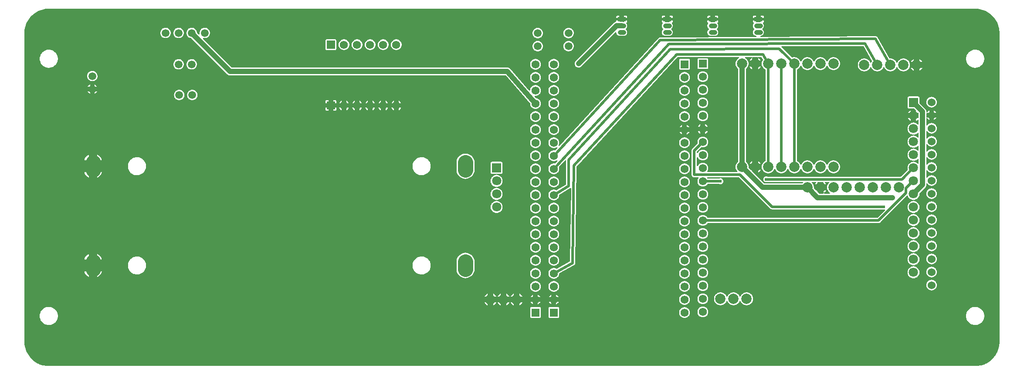
<source format=gbl>
G04 Layer: BottomLayer*
G04 EasyEDA v6.5.9, 2022-08-06 01:21:30*
G04 bc8d98b3e954460ba80fd4d649655d9a,c09117847ad249c1abd8b20aa127d3a4,10*
G04 Gerber Generator version 0.2*
G04 Scale: 100 percent, Rotated: No, Reflected: No *
G04 Dimensions in millimeters *
G04 leading zeros omitted , absolute positions ,4 integer and 5 decimal *
%FSLAX45Y45*%
%MOMM*%

%ADD10C,0.5000*%
%ADD11C,1.0000*%
%ADD12C,1.8000*%
%ADD13C,2.0000*%
%ADD14C,1.5748*%
%ADD15R,1.5748X1.5748*%
%ADD16C,1.5000*%
%ADD17C,1.5240*%
%ADD18R,1.6000X0.9000*%
%ADD19C,0.6096*%
%ADD20C,3.0000*%
%ADD21C,0.9000*%
%ADD22C,0.0101*%

%LPD*%
G36*
X500227Y25908D02*
G01*
X469900Y26873D01*
X440283Y29718D01*
X410870Y34391D01*
X381812Y40894D01*
X353212Y49225D01*
X325170Y59334D01*
X297840Y71170D01*
X271322Y84734D01*
X245719Y99923D01*
X221081Y116636D01*
X197561Y134924D01*
X175260Y154635D01*
X154178Y175717D01*
X134518Y198069D01*
X116281Y221589D01*
X99568Y246227D01*
X84429Y271881D01*
X70916Y298450D01*
X59080Y325780D01*
X49022Y353822D01*
X40741Y382422D01*
X34290Y411480D01*
X29616Y440893D01*
X26822Y470560D01*
X25908Y500532D01*
X25908Y6499453D01*
X26873Y6530085D01*
X29718Y6559702D01*
X34391Y6589115D01*
X40894Y6618173D01*
X49225Y6646773D01*
X59334Y6674815D01*
X71170Y6702145D01*
X84734Y6728663D01*
X99923Y6754266D01*
X116636Y6778904D01*
X134924Y6802424D01*
X154635Y6824725D01*
X175717Y6845808D01*
X198069Y6865467D01*
X221589Y6883704D01*
X246227Y6900418D01*
X271881Y6915556D01*
X298450Y6929069D01*
X325780Y6940905D01*
X353822Y6950964D01*
X382422Y6959244D01*
X411480Y6965696D01*
X440893Y6970369D01*
X470560Y6973163D01*
X500532Y6974078D01*
X18499429Y6974078D01*
X18530062Y6973112D01*
X18559678Y6970268D01*
X18589091Y6965594D01*
X18618149Y6959092D01*
X18646749Y6950760D01*
X18674791Y6940651D01*
X18702121Y6928815D01*
X18728639Y6915251D01*
X18754242Y6900062D01*
X18778880Y6883349D01*
X18802400Y6865061D01*
X18824702Y6845350D01*
X18845784Y6824268D01*
X18865443Y6801916D01*
X18883680Y6778396D01*
X18900394Y6753758D01*
X18915532Y6728104D01*
X18929045Y6701536D01*
X18940881Y6674205D01*
X18950940Y6646164D01*
X18959220Y6617563D01*
X18965672Y6588506D01*
X18970345Y6559092D01*
X18973139Y6529425D01*
X18974054Y6499453D01*
X18974054Y500532D01*
X18973088Y469900D01*
X18970244Y440283D01*
X18965570Y410870D01*
X18959068Y381812D01*
X18950736Y353212D01*
X18940627Y325170D01*
X18928791Y297840D01*
X18915227Y271322D01*
X18900038Y245719D01*
X18883325Y221081D01*
X18865037Y197561D01*
X18845326Y175260D01*
X18824244Y154178D01*
X18801892Y134518D01*
X18778372Y116281D01*
X18753734Y99568D01*
X18728080Y84429D01*
X18701512Y70916D01*
X18674181Y59080D01*
X18646140Y49022D01*
X18617539Y40741D01*
X18588482Y34290D01*
X18559068Y29616D01*
X18529401Y26822D01*
X18499429Y25908D01*
G37*

%LPC*%
G36*
X11527282Y6797954D02*
G01*
X11586870Y6797954D01*
X11586870Y6840016D01*
X11553748Y6840016D01*
X11547449Y6839305D01*
X11541963Y6837375D01*
X11537086Y6834327D01*
X11532971Y6830212D01*
X11529923Y6825335D01*
X11527993Y6819849D01*
X11527282Y6813550D01*
G37*
G36*
X18504509Y824179D02*
G01*
X18522543Y825550D01*
X18540374Y828802D01*
X18557748Y833882D01*
X18574512Y840689D01*
X18590514Y849223D01*
X18605550Y859332D01*
X18619419Y870915D01*
X18632068Y883869D01*
X18643346Y898093D01*
X18653048Y913384D01*
X18661126Y929538D01*
X18667526Y946505D01*
X18672149Y964031D01*
X18674943Y981913D01*
X18675858Y999998D01*
X18674943Y1018082D01*
X18672149Y1035964D01*
X18667526Y1053490D01*
X18661126Y1070457D01*
X18653048Y1086612D01*
X18643346Y1101902D01*
X18632068Y1116126D01*
X18619419Y1129080D01*
X18605550Y1140663D01*
X18590514Y1150772D01*
X18574512Y1159306D01*
X18557748Y1166114D01*
X18540374Y1171194D01*
X18522543Y1174445D01*
X18504509Y1175816D01*
X18486374Y1175359D01*
X18468441Y1173022D01*
X18450814Y1168908D01*
X18433694Y1162913D01*
X18417286Y1155242D01*
X18401792Y1145946D01*
X18387263Y1135075D01*
X18374004Y1122781D01*
X18362015Y1109167D01*
X18351550Y1094384D01*
X18342610Y1078636D01*
X18335396Y1062024D01*
X18329859Y1044803D01*
X18326150Y1027074D01*
X18324322Y1009040D01*
X18324322Y990955D01*
X18326150Y972921D01*
X18329859Y955192D01*
X18335396Y937971D01*
X18342610Y921359D01*
X18351550Y905611D01*
X18362015Y890828D01*
X18374004Y877214D01*
X18387263Y864920D01*
X18401792Y854049D01*
X18417286Y844753D01*
X18433694Y837082D01*
X18450814Y831087D01*
X18468441Y826973D01*
X18486374Y824636D01*
G37*
G36*
X12852400Y962152D02*
G01*
X12866065Y963066D01*
X12879476Y965758D01*
X12892430Y970127D01*
X12904724Y976172D01*
X12916103Y983792D01*
X12926364Y992835D01*
X12935407Y1003096D01*
X12943027Y1014476D01*
X12949072Y1026769D01*
X12953441Y1039723D01*
X12956133Y1053134D01*
X12957048Y1066800D01*
X12956133Y1080465D01*
X12953441Y1093876D01*
X12949072Y1106830D01*
X12943027Y1119124D01*
X12935407Y1130503D01*
X12926364Y1140764D01*
X12916103Y1149807D01*
X12904724Y1157427D01*
X12892430Y1163472D01*
X12879476Y1167841D01*
X12866065Y1170533D01*
X12852400Y1171448D01*
X12838734Y1170533D01*
X12825323Y1167841D01*
X12812369Y1163472D01*
X12800076Y1157427D01*
X12788696Y1149807D01*
X12778435Y1140764D01*
X12769392Y1130503D01*
X12761772Y1119124D01*
X12755727Y1106830D01*
X12751358Y1093876D01*
X12748666Y1080465D01*
X12747752Y1066800D01*
X12748666Y1053134D01*
X12751358Y1039723D01*
X12755727Y1026769D01*
X12761772Y1014476D01*
X12769392Y1003096D01*
X12778435Y992835D01*
X12788696Y983792D01*
X12800076Y976172D01*
X12812369Y970127D01*
X12825323Y965758D01*
X12838734Y963066D01*
G37*
G36*
X10234218Y962152D02*
G01*
X10390581Y962152D01*
X10396880Y962863D01*
X10402366Y964793D01*
X10407243Y967841D01*
X10411358Y971956D01*
X10414406Y976833D01*
X10416336Y982319D01*
X10417048Y988618D01*
X10417048Y1144981D01*
X10416336Y1151280D01*
X10414406Y1156766D01*
X10411358Y1161643D01*
X10407243Y1165758D01*
X10402366Y1168806D01*
X10396880Y1170736D01*
X10390581Y1171448D01*
X10234218Y1171448D01*
X10227919Y1170736D01*
X10222433Y1168806D01*
X10217556Y1165758D01*
X10213441Y1161643D01*
X10210393Y1156766D01*
X10208463Y1151280D01*
X10207752Y1144981D01*
X10207752Y988618D01*
X10208463Y982319D01*
X10210393Y976833D01*
X10213441Y971956D01*
X10217556Y967841D01*
X10222433Y964793D01*
X10227919Y962863D01*
G37*
G36*
X9878618Y962152D02*
G01*
X10034981Y962152D01*
X10041280Y962863D01*
X10046766Y964793D01*
X10051643Y967841D01*
X10055758Y971956D01*
X10058806Y976833D01*
X10060736Y982319D01*
X10061448Y988618D01*
X10061448Y1144981D01*
X10060736Y1151280D01*
X10058806Y1156766D01*
X10055758Y1161643D01*
X10051643Y1165758D01*
X10046766Y1168806D01*
X10041280Y1170736D01*
X10034981Y1171448D01*
X9878618Y1171448D01*
X9872319Y1170736D01*
X9866833Y1168806D01*
X9861956Y1165758D01*
X9857841Y1161643D01*
X9854793Y1156766D01*
X9852863Y1151280D01*
X9852152Y1144981D01*
X9852152Y988618D01*
X9852863Y982319D01*
X9854793Y976833D01*
X9857841Y971956D01*
X9861956Y967841D01*
X9866833Y964793D01*
X9872319Y962863D01*
G37*
G36*
X13208000Y974852D02*
G01*
X13221665Y975766D01*
X13235076Y978458D01*
X13248030Y982827D01*
X13260324Y988872D01*
X13271703Y996492D01*
X13281964Y1005535D01*
X13291007Y1015796D01*
X13298627Y1027176D01*
X13304672Y1039469D01*
X13309041Y1052423D01*
X13311733Y1065834D01*
X13312648Y1079500D01*
X13311733Y1093165D01*
X13309041Y1106576D01*
X13304672Y1119530D01*
X13298627Y1131824D01*
X13291007Y1143203D01*
X13281964Y1153464D01*
X13271703Y1162507D01*
X13260324Y1170127D01*
X13248030Y1176172D01*
X13235076Y1180541D01*
X13221665Y1183233D01*
X13208000Y1184148D01*
X13194334Y1183233D01*
X13180923Y1180541D01*
X13167969Y1176172D01*
X13155676Y1170127D01*
X13144296Y1162507D01*
X13134035Y1153464D01*
X13124992Y1143203D01*
X13117372Y1131824D01*
X13111327Y1119530D01*
X13106958Y1106576D01*
X13104266Y1093165D01*
X13103352Y1079500D01*
X13104266Y1065834D01*
X13106958Y1052423D01*
X13111327Y1039469D01*
X13117372Y1027176D01*
X13124992Y1015796D01*
X13134035Y1005535D01*
X13144296Y996492D01*
X13155676Y988872D01*
X13167969Y982827D01*
X13180923Y978458D01*
X13194334Y975766D01*
G37*
G36*
X13550900Y1207617D02*
G01*
X13566089Y1208532D01*
X13581024Y1211275D01*
X13595553Y1215796D01*
X13609421Y1222044D01*
X13622426Y1229918D01*
X13634364Y1239266D01*
X13645134Y1250035D01*
X13654481Y1261973D01*
X13662355Y1274978D01*
X13668654Y1288897D01*
X13670838Y1292098D01*
X13674090Y1294180D01*
X13677900Y1294892D01*
X13681710Y1294180D01*
X13684961Y1292098D01*
X13687145Y1288897D01*
X13693444Y1274978D01*
X13701318Y1261973D01*
X13710666Y1250035D01*
X13721435Y1239266D01*
X13733373Y1229918D01*
X13746378Y1222044D01*
X13760246Y1215796D01*
X13774775Y1211275D01*
X13789710Y1208532D01*
X13804900Y1207617D01*
X13820089Y1208532D01*
X13835024Y1211275D01*
X13849553Y1215796D01*
X13863421Y1222044D01*
X13876426Y1229918D01*
X13888364Y1239266D01*
X13899134Y1250035D01*
X13908481Y1261973D01*
X13916355Y1274978D01*
X13922654Y1288897D01*
X13924838Y1292098D01*
X13928090Y1294180D01*
X13931900Y1294892D01*
X13935710Y1294180D01*
X13938961Y1292098D01*
X13941145Y1288897D01*
X13947444Y1274978D01*
X13955318Y1261973D01*
X13964666Y1250035D01*
X13975435Y1239266D01*
X13987373Y1229918D01*
X14000378Y1222044D01*
X14014246Y1215796D01*
X14028775Y1211275D01*
X14043710Y1208532D01*
X14058900Y1207617D01*
X14074089Y1208532D01*
X14089024Y1211275D01*
X14103553Y1215796D01*
X14117421Y1222044D01*
X14130426Y1229918D01*
X14142364Y1239266D01*
X14153134Y1250035D01*
X14162481Y1261973D01*
X14170355Y1274978D01*
X14176603Y1288846D01*
X14181124Y1303375D01*
X14183868Y1318310D01*
X14184782Y1333500D01*
X14183868Y1348689D01*
X14181124Y1363624D01*
X14176603Y1378153D01*
X14170355Y1392021D01*
X14162481Y1405026D01*
X14153134Y1416964D01*
X14142364Y1427734D01*
X14130426Y1437081D01*
X14117421Y1444955D01*
X14103553Y1451203D01*
X14089024Y1455724D01*
X14074089Y1458468D01*
X14058900Y1459382D01*
X14043710Y1458468D01*
X14028775Y1455724D01*
X14014246Y1451203D01*
X14000378Y1444955D01*
X13987373Y1437081D01*
X13975435Y1427734D01*
X13964666Y1416964D01*
X13955318Y1405026D01*
X13947444Y1392021D01*
X13941145Y1378102D01*
X13938961Y1374902D01*
X13935710Y1372819D01*
X13931900Y1372108D01*
X13928090Y1372819D01*
X13924838Y1374902D01*
X13922654Y1378102D01*
X13916355Y1392021D01*
X13908481Y1405026D01*
X13899134Y1416964D01*
X13888364Y1427734D01*
X13876426Y1437081D01*
X13863421Y1444955D01*
X13849553Y1451203D01*
X13835024Y1455724D01*
X13820089Y1458468D01*
X13804900Y1459382D01*
X13789710Y1458468D01*
X13774775Y1455724D01*
X13760246Y1451203D01*
X13746378Y1444955D01*
X13733373Y1437081D01*
X13721435Y1427734D01*
X13710666Y1416964D01*
X13701318Y1405026D01*
X13693444Y1392021D01*
X13687145Y1378102D01*
X13684961Y1374902D01*
X13681710Y1372819D01*
X13677900Y1372108D01*
X13674090Y1372819D01*
X13670838Y1374902D01*
X13668654Y1378102D01*
X13662355Y1392021D01*
X13654481Y1405026D01*
X13645134Y1416964D01*
X13634364Y1427734D01*
X13622426Y1437081D01*
X13609421Y1444955D01*
X13595553Y1451203D01*
X13581024Y1455724D01*
X13566089Y1458468D01*
X13550900Y1459382D01*
X13535710Y1458468D01*
X13520775Y1455724D01*
X13506246Y1451203D01*
X13492378Y1444955D01*
X13479373Y1437081D01*
X13467435Y1427734D01*
X13456666Y1416964D01*
X13447318Y1405026D01*
X13439444Y1392021D01*
X13433196Y1378153D01*
X13428675Y1363624D01*
X13425932Y1348689D01*
X13425017Y1333500D01*
X13425932Y1318310D01*
X13428675Y1303375D01*
X13433196Y1288846D01*
X13439444Y1274978D01*
X13447318Y1261973D01*
X13456666Y1250035D01*
X13467435Y1239266D01*
X13479373Y1229918D01*
X13492378Y1222044D01*
X13506246Y1215796D01*
X13520775Y1211275D01*
X13535710Y1208532D01*
G37*
G36*
X11679529Y6797954D02*
G01*
X11739118Y6797954D01*
X11739118Y6813550D01*
X11738406Y6819849D01*
X11736476Y6825335D01*
X11733428Y6830212D01*
X11729313Y6834327D01*
X11724436Y6837375D01*
X11718950Y6839305D01*
X11712651Y6840016D01*
X11679529Y6840016D01*
G37*
G36*
X14333829Y6797954D02*
G01*
X14393418Y6797954D01*
X14393418Y6813550D01*
X14392706Y6819849D01*
X14390776Y6825335D01*
X14387728Y6830212D01*
X14383613Y6834327D01*
X14378736Y6837375D01*
X14373250Y6839305D01*
X14366951Y6840016D01*
X14333829Y6840016D01*
G37*
G36*
X9644837Y1208379D02*
G01*
X9647021Y1209344D01*
X9660026Y1217218D01*
X9671964Y1226566D01*
X9682734Y1237335D01*
X9692081Y1249273D01*
X9699955Y1262278D01*
X9700920Y1264462D01*
X9644837Y1264462D01*
G37*
G36*
X9390837Y1208379D02*
G01*
X9393021Y1209344D01*
X9406026Y1217218D01*
X9417964Y1226566D01*
X9428734Y1237335D01*
X9438081Y1249273D01*
X9445955Y1262278D01*
X9446920Y1264462D01*
X9390837Y1264462D01*
G37*
G36*
X9136837Y1208379D02*
G01*
X9139021Y1209344D01*
X9152026Y1217218D01*
X9163964Y1226566D01*
X9174734Y1237335D01*
X9184081Y1249273D01*
X9191955Y1262278D01*
X9192920Y1264462D01*
X9136837Y1264462D01*
G37*
G36*
X9532162Y1208379D02*
G01*
X9532162Y1264462D01*
X9476079Y1264462D01*
X9477044Y1262278D01*
X9484918Y1249273D01*
X9494266Y1237335D01*
X9505035Y1226566D01*
X9516973Y1217218D01*
X9529978Y1209344D01*
G37*
G36*
X9278162Y1208379D02*
G01*
X9278162Y1264462D01*
X9222079Y1264462D01*
X9223044Y1262278D01*
X9230918Y1249273D01*
X9240266Y1237335D01*
X9251035Y1226566D01*
X9262973Y1217218D01*
X9275978Y1209344D01*
G37*
G36*
X9024162Y1208379D02*
G01*
X9024162Y1264462D01*
X8968079Y1264462D01*
X8969044Y1262278D01*
X8976918Y1249273D01*
X8986266Y1237335D01*
X8997035Y1226566D01*
X9008973Y1217218D01*
X9021978Y1209344D01*
G37*
G36*
X12852400Y1216152D02*
G01*
X12866065Y1217066D01*
X12879476Y1219758D01*
X12892430Y1224127D01*
X12904724Y1230172D01*
X12916103Y1237792D01*
X12926364Y1246835D01*
X12935407Y1257096D01*
X12943027Y1268476D01*
X12949072Y1280769D01*
X12953441Y1293723D01*
X12956133Y1307134D01*
X12957048Y1320800D01*
X12956133Y1334465D01*
X12953441Y1347876D01*
X12949072Y1360830D01*
X12943027Y1373124D01*
X12935407Y1384503D01*
X12926364Y1394764D01*
X12916103Y1403807D01*
X12904724Y1411427D01*
X12892430Y1417472D01*
X12879476Y1421841D01*
X12866065Y1424533D01*
X12852400Y1425448D01*
X12838734Y1424533D01*
X12825323Y1421841D01*
X12812369Y1417472D01*
X12800076Y1411427D01*
X12788696Y1403807D01*
X12778435Y1394764D01*
X12769392Y1384503D01*
X12761772Y1373124D01*
X12755727Y1360830D01*
X12751358Y1347876D01*
X12748666Y1334465D01*
X12747752Y1320800D01*
X12748666Y1307134D01*
X12751358Y1293723D01*
X12755727Y1280769D01*
X12761772Y1268476D01*
X12769392Y1257096D01*
X12778435Y1246835D01*
X12788696Y1237792D01*
X12800076Y1230172D01*
X12812369Y1224127D01*
X12825323Y1219758D01*
X12838734Y1217066D01*
G37*
G36*
X10358120Y1226921D02*
G01*
X10364724Y1230172D01*
X10376103Y1237792D01*
X10386364Y1246835D01*
X10395407Y1257096D01*
X10403027Y1268476D01*
X10406278Y1275080D01*
X10358120Y1275080D01*
G37*
G36*
X10002520Y1226921D02*
G01*
X10009124Y1230172D01*
X10020503Y1237792D01*
X10030764Y1246835D01*
X10039807Y1257096D01*
X10047427Y1268476D01*
X10050678Y1275080D01*
X10002520Y1275080D01*
G37*
G36*
X10266680Y1226921D02*
G01*
X10266680Y1275080D01*
X10218521Y1275080D01*
X10221772Y1268476D01*
X10229392Y1257096D01*
X10238435Y1246835D01*
X10248696Y1237792D01*
X10260076Y1230172D01*
G37*
G36*
X9911080Y1226921D02*
G01*
X9911080Y1275080D01*
X9862921Y1275080D01*
X9866172Y1268476D01*
X9873792Y1257096D01*
X9882835Y1246835D01*
X9893096Y1237792D01*
X9904476Y1230172D01*
G37*
G36*
X13208000Y1228852D02*
G01*
X13221665Y1229766D01*
X13235076Y1232458D01*
X13248030Y1236827D01*
X13260324Y1242872D01*
X13271703Y1250492D01*
X13281964Y1259535D01*
X13291007Y1269796D01*
X13298627Y1281176D01*
X13304672Y1293469D01*
X13309041Y1306423D01*
X13311733Y1319834D01*
X13312648Y1333500D01*
X13311733Y1347165D01*
X13309041Y1360576D01*
X13304672Y1373530D01*
X13298627Y1385824D01*
X13291007Y1397203D01*
X13281964Y1407464D01*
X13271703Y1416507D01*
X13260324Y1424127D01*
X13248030Y1430172D01*
X13235076Y1434541D01*
X13221665Y1437233D01*
X13208000Y1438148D01*
X13194334Y1437233D01*
X13180923Y1434541D01*
X13167969Y1430172D01*
X13155676Y1424127D01*
X13144296Y1416507D01*
X13134035Y1407464D01*
X13124992Y1397203D01*
X13117372Y1385824D01*
X13111327Y1373530D01*
X13106958Y1360576D01*
X13104266Y1347165D01*
X13103352Y1333500D01*
X13104266Y1319834D01*
X13106958Y1306423D01*
X13111327Y1293469D01*
X13117372Y1281176D01*
X13124992Y1269796D01*
X13134035Y1259535D01*
X13144296Y1250492D01*
X13155676Y1242872D01*
X13167969Y1236827D01*
X13180923Y1232458D01*
X13194334Y1229766D01*
G37*
G36*
X10358120Y1366520D02*
G01*
X10406278Y1366520D01*
X10403027Y1373124D01*
X10395407Y1384503D01*
X10386364Y1394764D01*
X10376103Y1403807D01*
X10364724Y1411427D01*
X10358120Y1414678D01*
G37*
G36*
X10218521Y1366520D02*
G01*
X10266680Y1366520D01*
X10266680Y1414678D01*
X10260076Y1411427D01*
X10248696Y1403807D01*
X10238435Y1394764D01*
X10229392Y1384503D01*
X10221772Y1373124D01*
G37*
G36*
X10002520Y1366520D02*
G01*
X10050678Y1366520D01*
X10047427Y1373124D01*
X10039807Y1384503D01*
X10030764Y1394764D01*
X10020503Y1403807D01*
X10009124Y1411427D01*
X10002520Y1414678D01*
G37*
G36*
X9862921Y1366520D02*
G01*
X9911080Y1366520D01*
X9911080Y1414678D01*
X9904476Y1411427D01*
X9893096Y1403807D01*
X9882835Y1394764D01*
X9873792Y1384503D01*
X9866172Y1373124D01*
G37*
G36*
X12412065Y6797954D02*
G01*
X12471603Y6797954D01*
X12471603Y6840016D01*
X12438532Y6840016D01*
X12432233Y6839305D01*
X12426746Y6837375D01*
X12421870Y6834327D01*
X12417755Y6830212D01*
X12414656Y6825335D01*
X12412776Y6819849D01*
X12412065Y6813550D01*
G37*
G36*
X14181582Y6797954D02*
G01*
X14241170Y6797954D01*
X14241170Y6840016D01*
X14208048Y6840016D01*
X14201749Y6839305D01*
X14196263Y6837375D01*
X14191386Y6834327D01*
X14187271Y6830212D01*
X14184223Y6825335D01*
X14182293Y6819849D01*
X14181582Y6813550D01*
G37*
G36*
X9222079Y1377137D02*
G01*
X9278162Y1377137D01*
X9278162Y1433220D01*
X9275978Y1432255D01*
X9262973Y1424381D01*
X9251035Y1415034D01*
X9240266Y1404264D01*
X9230918Y1392326D01*
X9223044Y1379321D01*
G37*
G36*
X9476079Y1377137D02*
G01*
X9532162Y1377137D01*
X9532162Y1433220D01*
X9529978Y1432255D01*
X9516973Y1424381D01*
X9505035Y1415034D01*
X9494266Y1404264D01*
X9484918Y1392326D01*
X9477044Y1379321D01*
G37*
G36*
X9644837Y1377137D02*
G01*
X9700920Y1377137D01*
X9699955Y1379321D01*
X9692081Y1392326D01*
X9682734Y1404264D01*
X9671964Y1415034D01*
X9660026Y1424381D01*
X9647021Y1432255D01*
X9644837Y1433220D01*
G37*
G36*
X8968079Y1377137D02*
G01*
X9024162Y1377137D01*
X9024162Y1433220D01*
X9021978Y1432255D01*
X9008973Y1424381D01*
X8997035Y1415034D01*
X8986266Y1404264D01*
X8976918Y1392326D01*
X8969044Y1379321D01*
G37*
G36*
X9390837Y1377137D02*
G01*
X9446920Y1377137D01*
X9445955Y1379321D01*
X9438081Y1392326D01*
X9428734Y1404264D01*
X9417964Y1415034D01*
X9406026Y1424381D01*
X9393021Y1432255D01*
X9390837Y1433220D01*
G37*
G36*
X9136837Y1377137D02*
G01*
X9192920Y1377137D01*
X9191955Y1379321D01*
X9184081Y1392326D01*
X9174734Y1404264D01*
X9163964Y1415034D01*
X9152026Y1424381D01*
X9139021Y1432255D01*
X9136837Y1433220D01*
G37*
G36*
X10312400Y1470152D02*
G01*
X10326065Y1471066D01*
X10339476Y1473758D01*
X10352430Y1478127D01*
X10364724Y1484172D01*
X10376103Y1491792D01*
X10386364Y1500835D01*
X10395407Y1511096D01*
X10403027Y1522476D01*
X10409072Y1534769D01*
X10413441Y1547723D01*
X10416133Y1561134D01*
X10417048Y1574800D01*
X10416133Y1588465D01*
X10413441Y1601876D01*
X10409072Y1614830D01*
X10403027Y1627124D01*
X10395407Y1638503D01*
X10386364Y1648764D01*
X10376103Y1657807D01*
X10364724Y1665427D01*
X10352430Y1671472D01*
X10339476Y1675841D01*
X10326065Y1678533D01*
X10312400Y1679448D01*
X10298734Y1678533D01*
X10285323Y1675841D01*
X10272369Y1671472D01*
X10260076Y1665427D01*
X10248696Y1657807D01*
X10238435Y1648764D01*
X10229392Y1638503D01*
X10221772Y1627124D01*
X10215727Y1614830D01*
X10211358Y1601876D01*
X10208666Y1588465D01*
X10207752Y1574800D01*
X10208666Y1561134D01*
X10211358Y1547723D01*
X10215727Y1534769D01*
X10221772Y1522476D01*
X10229392Y1511096D01*
X10238435Y1500835D01*
X10248696Y1491792D01*
X10260076Y1484172D01*
X10272369Y1478127D01*
X10285323Y1473758D01*
X10298734Y1471066D01*
G37*
G36*
X9956800Y1470152D02*
G01*
X9970465Y1471066D01*
X9983876Y1473758D01*
X9996830Y1478127D01*
X10009124Y1484172D01*
X10020503Y1491792D01*
X10030764Y1500835D01*
X10039807Y1511096D01*
X10047427Y1522476D01*
X10053472Y1534769D01*
X10057841Y1547723D01*
X10060533Y1561134D01*
X10061448Y1574800D01*
X10060533Y1588465D01*
X10057841Y1601876D01*
X10053472Y1614830D01*
X10047427Y1627124D01*
X10039807Y1638503D01*
X10030764Y1648764D01*
X10020503Y1657807D01*
X10009124Y1665427D01*
X9996830Y1671472D01*
X9983876Y1675841D01*
X9970465Y1678533D01*
X9956800Y1679448D01*
X9943134Y1678533D01*
X9929723Y1675841D01*
X9916769Y1671472D01*
X9904476Y1665427D01*
X9893096Y1657807D01*
X9882835Y1648764D01*
X9873792Y1638503D01*
X9866172Y1627124D01*
X9860127Y1614830D01*
X9855758Y1601876D01*
X9853066Y1588465D01*
X9852152Y1574800D01*
X9853066Y1561134D01*
X9855758Y1547723D01*
X9860127Y1534769D01*
X9866172Y1522476D01*
X9873792Y1511096D01*
X9882835Y1500835D01*
X9893096Y1491792D01*
X9904476Y1484172D01*
X9916769Y1478127D01*
X9929723Y1473758D01*
X9943134Y1471066D01*
G37*
G36*
X12852400Y1470152D02*
G01*
X12866065Y1471066D01*
X12879476Y1473758D01*
X12892430Y1478127D01*
X12904724Y1484172D01*
X12916103Y1491792D01*
X12926364Y1500835D01*
X12935407Y1511096D01*
X12943027Y1522476D01*
X12949072Y1534769D01*
X12953441Y1547723D01*
X12956133Y1561134D01*
X12957048Y1574800D01*
X12956133Y1588465D01*
X12953441Y1601876D01*
X12949072Y1614830D01*
X12943027Y1627124D01*
X12935407Y1638503D01*
X12926364Y1648764D01*
X12916103Y1657807D01*
X12904724Y1665427D01*
X12892430Y1671472D01*
X12879476Y1675841D01*
X12866065Y1678533D01*
X12852400Y1679448D01*
X12838734Y1678533D01*
X12825323Y1675841D01*
X12812369Y1671472D01*
X12800076Y1665427D01*
X12788696Y1657807D01*
X12778435Y1648764D01*
X12769392Y1638503D01*
X12761772Y1627124D01*
X12755727Y1614830D01*
X12751358Y1601876D01*
X12748666Y1588465D01*
X12747752Y1574800D01*
X12748666Y1561134D01*
X12751358Y1547723D01*
X12755727Y1534769D01*
X12761772Y1522476D01*
X12769392Y1511096D01*
X12778435Y1500835D01*
X12788696Y1491792D01*
X12800076Y1484172D01*
X12812369Y1478127D01*
X12825323Y1473758D01*
X12838734Y1471066D01*
G37*
G36*
X13208000Y1482852D02*
G01*
X13221665Y1483766D01*
X13235076Y1486458D01*
X13248030Y1490827D01*
X13260324Y1496872D01*
X13271703Y1504492D01*
X13281964Y1513535D01*
X13291007Y1523796D01*
X13298627Y1535176D01*
X13304672Y1547469D01*
X13309041Y1560423D01*
X13311733Y1573834D01*
X13312648Y1587500D01*
X13311733Y1601165D01*
X13309041Y1614576D01*
X13304672Y1627530D01*
X13298627Y1639824D01*
X13291007Y1651203D01*
X13281964Y1661464D01*
X13271703Y1670507D01*
X13260324Y1678127D01*
X13248030Y1684172D01*
X13235076Y1688541D01*
X13221665Y1691233D01*
X13208000Y1692148D01*
X13194334Y1691233D01*
X13180923Y1688541D01*
X13167969Y1684172D01*
X13155676Y1678127D01*
X13144296Y1670507D01*
X13134035Y1661464D01*
X13124992Y1651203D01*
X13117372Y1639824D01*
X13111327Y1627530D01*
X13106958Y1614576D01*
X13104266Y1601165D01*
X13103352Y1587500D01*
X13104266Y1573834D01*
X13106958Y1560423D01*
X13111327Y1547469D01*
X13117372Y1535176D01*
X13124992Y1523796D01*
X13134035Y1513535D01*
X13144296Y1504492D01*
X13155676Y1496872D01*
X13167969Y1490827D01*
X13180923Y1486458D01*
X13194334Y1483766D01*
G37*
G36*
X17646192Y1498346D02*
G01*
X17659807Y1498346D01*
X17673320Y1500174D01*
X17686477Y1503781D01*
X17699024Y1509064D01*
X17710759Y1516024D01*
X17721478Y1524508D01*
X17730978Y1534312D01*
X17739055Y1545285D01*
X17745608Y1557223D01*
X17750485Y1569974D01*
X17753685Y1583232D01*
X17755006Y1596796D01*
X17754549Y1610410D01*
X17752314Y1623872D01*
X17748250Y1636877D01*
X17742509Y1649272D01*
X17735194Y1660753D01*
X17726406Y1671167D01*
X17716246Y1680311D01*
X17705019Y1688033D01*
X17692878Y1694180D01*
X17679974Y1698650D01*
X17666614Y1701393D01*
X17653000Y1702307D01*
X17639385Y1701393D01*
X17626025Y1698650D01*
X17613122Y1694180D01*
X17600980Y1688033D01*
X17589754Y1680311D01*
X17579594Y1671167D01*
X17570805Y1660753D01*
X17563490Y1649272D01*
X17557750Y1636877D01*
X17553686Y1623872D01*
X17551450Y1610410D01*
X17550993Y1596796D01*
X17552314Y1583232D01*
X17555514Y1569974D01*
X17560391Y1557223D01*
X17566944Y1545285D01*
X17575022Y1534312D01*
X17584521Y1524508D01*
X17595240Y1516024D01*
X17606975Y1509064D01*
X17619522Y1503781D01*
X17632680Y1500174D01*
G37*
G36*
X12852400Y1724152D02*
G01*
X12866065Y1725066D01*
X12879476Y1727758D01*
X12892430Y1732127D01*
X12904724Y1738172D01*
X12916103Y1745792D01*
X12926364Y1754835D01*
X12935407Y1765096D01*
X12943027Y1776475D01*
X12949072Y1788769D01*
X12953441Y1801723D01*
X12956133Y1815134D01*
X12957048Y1828800D01*
X12956133Y1842465D01*
X12953441Y1855876D01*
X12949072Y1868830D01*
X12943027Y1881124D01*
X12935407Y1892503D01*
X12926364Y1902764D01*
X12916103Y1911807D01*
X12904724Y1919427D01*
X12892430Y1925472D01*
X12879476Y1929841D01*
X12866065Y1932533D01*
X12852400Y1933448D01*
X12838734Y1932533D01*
X12825323Y1929841D01*
X12812369Y1925472D01*
X12800076Y1919427D01*
X12788696Y1911807D01*
X12778435Y1902764D01*
X12769392Y1892503D01*
X12761772Y1881124D01*
X12755727Y1868830D01*
X12751358Y1855876D01*
X12748666Y1842465D01*
X12747752Y1828800D01*
X12748666Y1815134D01*
X12751358Y1801723D01*
X12755727Y1788769D01*
X12761772Y1776475D01*
X12769392Y1765096D01*
X12778435Y1754835D01*
X12788696Y1745792D01*
X12800076Y1738172D01*
X12812369Y1732127D01*
X12825323Y1727758D01*
X12838734Y1725066D01*
G37*
G36*
X9956800Y1724152D02*
G01*
X9970465Y1725066D01*
X9983876Y1727758D01*
X9996830Y1732127D01*
X10009124Y1738172D01*
X10020503Y1745792D01*
X10030764Y1754835D01*
X10039807Y1765096D01*
X10047427Y1776475D01*
X10053472Y1788769D01*
X10057841Y1801723D01*
X10060533Y1815134D01*
X10061448Y1828800D01*
X10060533Y1842465D01*
X10057841Y1855876D01*
X10053472Y1868830D01*
X10047427Y1881124D01*
X10039807Y1892503D01*
X10030764Y1902764D01*
X10020503Y1911807D01*
X10009124Y1919427D01*
X9996830Y1925472D01*
X9983876Y1929841D01*
X9970465Y1932533D01*
X9956800Y1933448D01*
X9943134Y1932533D01*
X9929723Y1929841D01*
X9916769Y1925472D01*
X9904476Y1919427D01*
X9893096Y1911807D01*
X9882835Y1902764D01*
X9873792Y1892503D01*
X9866172Y1881124D01*
X9860127Y1868830D01*
X9855758Y1855876D01*
X9853066Y1842465D01*
X9852152Y1828800D01*
X9853066Y1815134D01*
X9855758Y1801723D01*
X9860127Y1788769D01*
X9866172Y1776475D01*
X9873792Y1765096D01*
X9882835Y1754835D01*
X9893096Y1745792D01*
X9904476Y1738172D01*
X9916769Y1732127D01*
X9929723Y1727758D01*
X9943134Y1725066D01*
G37*
G36*
X10312400Y1724152D02*
G01*
X10326065Y1725066D01*
X10339476Y1727758D01*
X10352430Y1732127D01*
X10364724Y1738172D01*
X10376103Y1745792D01*
X10386364Y1754835D01*
X10395407Y1765096D01*
X10403027Y1776475D01*
X10409072Y1788769D01*
X10413441Y1801723D01*
X10416133Y1815134D01*
X10416641Y1822805D01*
X10417403Y1826107D01*
X10419232Y1828952D01*
X10421874Y1831035D01*
X10704880Y1987194D01*
X10712653Y1992426D01*
X10719003Y1998573D01*
X10724235Y2005736D01*
X10728147Y2013661D01*
X10730636Y2022195D01*
X10731601Y2031796D01*
X10756696Y3900220D01*
X10757408Y3903827D01*
X10759389Y3906977D01*
X12719253Y6029147D01*
X12722656Y6031534D01*
X12726720Y6032398D01*
X13900556Y6032398D01*
X13904823Y6031433D01*
X13908278Y6028791D01*
X13910360Y6024981D01*
X13910614Y6020612D01*
X13908989Y6016548D01*
X13905839Y6013551D01*
X13898473Y6009081D01*
X13886535Y5999734D01*
X13875766Y5988964D01*
X13866418Y5977026D01*
X13858544Y5964021D01*
X13852296Y5950153D01*
X13847775Y5935624D01*
X13845032Y5920689D01*
X13844117Y5905500D01*
X13845032Y5890310D01*
X13847775Y5875375D01*
X13852296Y5860846D01*
X13858544Y5846978D01*
X13866418Y5833973D01*
X13875766Y5822035D01*
X13886535Y5811266D01*
X13890193Y5808370D01*
X13892276Y5806186D01*
X13893647Y5803392D01*
X13894104Y5800394D01*
X13894104Y4004005D01*
X13893647Y4001008D01*
X13892276Y3998214D01*
X13890193Y3996029D01*
X13886535Y3993134D01*
X13875766Y3982364D01*
X13866418Y3970426D01*
X13858544Y3957421D01*
X13852296Y3943553D01*
X13847775Y3929024D01*
X13845032Y3914089D01*
X13844117Y3898900D01*
X13845032Y3883710D01*
X13847775Y3868775D01*
X13852296Y3854246D01*
X13858544Y3840378D01*
X13866418Y3827373D01*
X13878661Y3811473D01*
X13879423Y3807561D01*
X13878661Y3803700D01*
X13876426Y3800398D01*
X13873124Y3798163D01*
X13869263Y3797401D01*
X13301726Y3797401D01*
X13297458Y3798315D01*
X13294004Y3800957D01*
X13291972Y3804818D01*
X13291718Y3809136D01*
X13293293Y3813200D01*
X13298627Y3821176D01*
X13304672Y3833469D01*
X13309041Y3846423D01*
X13311733Y3859834D01*
X13312648Y3873500D01*
X13311733Y3887165D01*
X13309041Y3900576D01*
X13304672Y3913530D01*
X13298627Y3925824D01*
X13291007Y3937203D01*
X13281964Y3947464D01*
X13271703Y3956507D01*
X13260324Y3964127D01*
X13248030Y3970172D01*
X13235076Y3974541D01*
X13221665Y3977233D01*
X13208000Y3978148D01*
X13194334Y3977233D01*
X13180923Y3974541D01*
X13167969Y3970172D01*
X13155676Y3964127D01*
X13144296Y3956507D01*
X13134035Y3947464D01*
X13124992Y3937203D01*
X13117372Y3925824D01*
X13113105Y3917086D01*
X13110260Y3913581D01*
X13106146Y3911650D01*
X13101675Y3911650D01*
X13097611Y3913632D01*
X13094817Y3917187D01*
X13093801Y3921556D01*
X13093801Y4079443D01*
X13094817Y4083812D01*
X13097611Y4087368D01*
X13101675Y4089349D01*
X13106146Y4089349D01*
X13110260Y4087418D01*
X13113105Y4083913D01*
X13117372Y4075176D01*
X13124992Y4063796D01*
X13134035Y4053535D01*
X13144296Y4044492D01*
X13155676Y4036872D01*
X13167969Y4030827D01*
X13180923Y4026458D01*
X13194334Y4023766D01*
X13208000Y4022851D01*
X13221665Y4023766D01*
X13235076Y4026458D01*
X13248030Y4030827D01*
X13260324Y4036872D01*
X13271703Y4044492D01*
X13281964Y4053535D01*
X13291007Y4063796D01*
X13298627Y4075176D01*
X13304672Y4087469D01*
X13309041Y4100423D01*
X13311733Y4113834D01*
X13312648Y4127500D01*
X13311733Y4141165D01*
X13309041Y4154576D01*
X13304672Y4167530D01*
X13298627Y4179824D01*
X13291007Y4191203D01*
X13281964Y4201464D01*
X13271703Y4210507D01*
X13260324Y4218127D01*
X13248030Y4224172D01*
X13235076Y4228541D01*
X13221665Y4231233D01*
X13208000Y4232148D01*
X13194334Y4231233D01*
X13180923Y4228541D01*
X13167969Y4224172D01*
X13155676Y4218127D01*
X13144296Y4210507D01*
X13134035Y4201464D01*
X13124992Y4191203D01*
X13117372Y4179824D01*
X13113105Y4171086D01*
X13110260Y4167581D01*
X13106146Y4165650D01*
X13101675Y4165650D01*
X13097611Y4167632D01*
X13094817Y4171187D01*
X13093801Y4175556D01*
X13093801Y4191101D01*
X13094563Y4195013D01*
X13096798Y4198264D01*
X13175437Y4276953D01*
X13178129Y4278833D01*
X13181279Y4279798D01*
X13184581Y4279696D01*
X13194334Y4277766D01*
X13208000Y4276852D01*
X13221665Y4277766D01*
X13235076Y4280458D01*
X13248030Y4284827D01*
X13260324Y4290872D01*
X13271703Y4298492D01*
X13281964Y4307535D01*
X13291007Y4317796D01*
X13298627Y4329176D01*
X13304672Y4341469D01*
X13309041Y4354423D01*
X13311733Y4367834D01*
X13312648Y4381500D01*
X13311733Y4395165D01*
X13309041Y4408576D01*
X13304672Y4421530D01*
X13298627Y4433824D01*
X13291007Y4445203D01*
X13281964Y4455464D01*
X13271703Y4464507D01*
X13260324Y4472127D01*
X13248030Y4478172D01*
X13235076Y4482541D01*
X13221665Y4485233D01*
X13208000Y4486148D01*
X13194334Y4485233D01*
X13180923Y4482541D01*
X13167969Y4478172D01*
X13155676Y4472127D01*
X13144296Y4464507D01*
X13134035Y4455464D01*
X13124992Y4445203D01*
X13117372Y4433824D01*
X13111327Y4421530D01*
X13106958Y4408576D01*
X13104266Y4395165D01*
X13103352Y4381500D01*
X13104266Y4367834D01*
X13106196Y4358081D01*
X13106298Y4354779D01*
X13105333Y4351629D01*
X13103453Y4348937D01*
X13007035Y4252569D01*
X13003885Y4249115D01*
X13001193Y4245610D01*
X12998805Y4241850D01*
X12996773Y4237888D01*
X12995046Y4233824D01*
X12993725Y4229557D01*
X12992760Y4225239D01*
X12992201Y4220819D01*
X12991998Y4216196D01*
X12991998Y3746957D01*
X12992811Y3737660D01*
X12995097Y3729126D01*
X12998856Y3721049D01*
X13003936Y3713784D01*
X13010184Y3707536D01*
X13017449Y3702456D01*
X13025526Y3698697D01*
X13034060Y3696411D01*
X13043357Y3695598D01*
X13114274Y3695598D01*
X13118541Y3694684D01*
X13121995Y3692042D01*
X13124027Y3688181D01*
X13124281Y3683863D01*
X13122706Y3679799D01*
X13117372Y3671824D01*
X13111327Y3659530D01*
X13106958Y3646576D01*
X13104266Y3633165D01*
X13103352Y3619500D01*
X13104266Y3605834D01*
X13106958Y3592423D01*
X13111327Y3579469D01*
X13117372Y3567176D01*
X13124992Y3555796D01*
X13134035Y3545535D01*
X13144296Y3536492D01*
X13155676Y3528872D01*
X13167969Y3522827D01*
X13180923Y3518458D01*
X13194334Y3515766D01*
X13208000Y3514851D01*
X13221665Y3515766D01*
X13235076Y3518458D01*
X13248030Y3522827D01*
X13260324Y3528872D01*
X13271703Y3536492D01*
X13281964Y3545535D01*
X13291007Y3555796D01*
X13296544Y3564077D01*
X13298779Y3566515D01*
X13301726Y3568039D01*
X13304977Y3568598D01*
X13524992Y3568598D01*
X13529310Y3567633D01*
X13531646Y3566566D01*
X13541095Y3564026D01*
X13550900Y3563162D01*
X13560704Y3564026D01*
X13570153Y3566566D01*
X13579094Y3570681D01*
X13587120Y3576320D01*
X13594080Y3583279D01*
X13599718Y3591306D01*
X13603833Y3600246D01*
X13606373Y3609695D01*
X13607237Y3619500D01*
X13606373Y3629304D01*
X13603833Y3638753D01*
X13599718Y3647694D01*
X13594080Y3655720D01*
X13587120Y3662679D01*
X13579094Y3668318D01*
X13570153Y3672433D01*
X13560704Y3674973D01*
X13557046Y3675329D01*
X13552881Y3676650D01*
X13550900Y3678428D01*
X13548918Y3676650D01*
X13544753Y3675329D01*
X13541095Y3674973D01*
X13531646Y3672433D01*
X13529310Y3671366D01*
X13524992Y3670401D01*
X13304977Y3670401D01*
X13301726Y3670960D01*
X13298779Y3672484D01*
X13296544Y3674922D01*
X13293293Y3679799D01*
X13291718Y3683863D01*
X13291972Y3688181D01*
X13294004Y3692042D01*
X13297458Y3694684D01*
X13301726Y3695598D01*
X13543838Y3695598D01*
X13548156Y3694633D01*
X13550900Y3692550D01*
X13553643Y3694633D01*
X13557961Y3695598D01*
X13906601Y3695598D01*
X13910513Y3694836D01*
X13913764Y3692601D01*
X14518030Y3088335D01*
X14521484Y3085185D01*
X14524990Y3082493D01*
X14528749Y3080105D01*
X14532711Y3078073D01*
X14536775Y3076346D01*
X14541042Y3075025D01*
X14545360Y3074060D01*
X14549780Y3073501D01*
X14554403Y3073298D01*
X16699992Y3073298D01*
X16704310Y3072333D01*
X16706646Y3071266D01*
X16716095Y3068726D01*
X16725900Y3067862D01*
X16735704Y3068726D01*
X16737076Y3069082D01*
X16741444Y3069285D01*
X16745508Y3067608D01*
X16748506Y3064357D01*
X16749826Y3060141D01*
X16749268Y3055772D01*
X16746880Y3052064D01*
X16606164Y2911398D01*
X16602913Y2909163D01*
X16599001Y2908401D01*
X13304977Y2908401D01*
X13301726Y2908960D01*
X13298779Y2910484D01*
X13296544Y2912922D01*
X13291007Y2921203D01*
X13281964Y2931464D01*
X13271703Y2940507D01*
X13260324Y2948127D01*
X13248030Y2954172D01*
X13235076Y2958541D01*
X13221665Y2961233D01*
X13208000Y2962148D01*
X13194334Y2961233D01*
X13180923Y2958541D01*
X13167969Y2954172D01*
X13155676Y2948127D01*
X13144296Y2940507D01*
X13134035Y2931464D01*
X13124992Y2921203D01*
X13117372Y2909824D01*
X13111327Y2897530D01*
X13106958Y2884576D01*
X13104266Y2871165D01*
X13103352Y2857500D01*
X13104266Y2843834D01*
X13106958Y2830423D01*
X13111327Y2817469D01*
X13117372Y2805176D01*
X13124992Y2793796D01*
X13134035Y2783535D01*
X13144296Y2774492D01*
X13155676Y2766872D01*
X13167969Y2760827D01*
X13180923Y2756458D01*
X13194334Y2753766D01*
X13208000Y2752852D01*
X13221665Y2753766D01*
X13235076Y2756458D01*
X13248030Y2760827D01*
X13260324Y2766872D01*
X13271703Y2774492D01*
X13281964Y2783535D01*
X13291007Y2793796D01*
X13296544Y2802077D01*
X13298779Y2804515D01*
X13301726Y2806039D01*
X13304977Y2806598D01*
X16624096Y2806598D01*
X16628719Y2806801D01*
X16633139Y2807360D01*
X16637457Y2808325D01*
X16641724Y2809646D01*
X16645788Y2811373D01*
X16649750Y2813405D01*
X16653510Y2815793D01*
X16657015Y2818485D01*
X16660469Y2821635D01*
X17175378Y3336594D01*
X17178832Y3338829D01*
X17182896Y3339541D01*
X17186910Y3338576D01*
X17190212Y3336137D01*
X17192244Y3332530D01*
X17192802Y3330701D01*
X17199000Y3317544D01*
X17206823Y3305251D01*
X17216120Y3294024D01*
X17226686Y3284067D01*
X17238472Y3275533D01*
X17251222Y3268522D01*
X17264786Y3263138D01*
X17278858Y3259531D01*
X17293285Y3257702D01*
X17307864Y3257702D01*
X17322292Y3259531D01*
X17336363Y3263138D01*
X17349927Y3268522D01*
X17362678Y3275533D01*
X17374463Y3284067D01*
X17385030Y3294024D01*
X17394326Y3305251D01*
X17402149Y3317544D01*
X17408347Y3330701D01*
X17412817Y3344570D01*
X17415560Y3358845D01*
X17416475Y3373374D01*
X17416272Y3376777D01*
X17416881Y3381044D01*
X17419218Y3384600D01*
X17530724Y3496360D01*
X17536414Y3503269D01*
X17537785Y3505200D01*
X17543526Y3515004D01*
X17546929Y3523284D01*
X17547691Y3525570D01*
X17549825Y3534257D01*
X17550231Y3536645D01*
X17551044Y3545433D01*
X17551095Y3567887D01*
X17552009Y3572001D01*
X17554448Y3575405D01*
X17558105Y3577539D01*
X17562271Y3577945D01*
X17566284Y3576675D01*
X17569434Y3573881D01*
X17575022Y3566312D01*
X17584521Y3556508D01*
X17595240Y3548024D01*
X17606975Y3541064D01*
X17619522Y3535781D01*
X17632680Y3532174D01*
X17646192Y3530346D01*
X17659807Y3530346D01*
X17673320Y3532174D01*
X17686477Y3535781D01*
X17699024Y3541064D01*
X17710759Y3548024D01*
X17721478Y3556508D01*
X17730978Y3566312D01*
X17739055Y3577285D01*
X17745608Y3589223D01*
X17750485Y3601974D01*
X17753685Y3615232D01*
X17755006Y3628796D01*
X17754549Y3642410D01*
X17752314Y3655872D01*
X17748250Y3668877D01*
X17742509Y3681272D01*
X17735194Y3692753D01*
X17726406Y3703167D01*
X17716246Y3712311D01*
X17705019Y3720033D01*
X17692878Y3726179D01*
X17679974Y3730650D01*
X17666614Y3733393D01*
X17653000Y3734308D01*
X17639385Y3733393D01*
X17626025Y3730650D01*
X17613122Y3726179D01*
X17600980Y3720033D01*
X17589754Y3712311D01*
X17579594Y3703167D01*
X17570805Y3692753D01*
X17569840Y3691229D01*
X17566792Y3688130D01*
X17562728Y3686606D01*
X17558410Y3686911D01*
X17554600Y3688994D01*
X17552009Y3692448D01*
X17551095Y3696665D01*
X17551095Y3821836D01*
X17551958Y3826001D01*
X17554448Y3829405D01*
X17558105Y3831488D01*
X17562271Y3831945D01*
X17566284Y3830675D01*
X17569434Y3827881D01*
X17575022Y3820312D01*
X17584521Y3810508D01*
X17595240Y3802024D01*
X17606975Y3795064D01*
X17619522Y3789781D01*
X17632680Y3786174D01*
X17646192Y3784346D01*
X17659807Y3784346D01*
X17673320Y3786174D01*
X17686477Y3789781D01*
X17699024Y3795064D01*
X17710759Y3802024D01*
X17721478Y3810508D01*
X17730978Y3820312D01*
X17739055Y3831285D01*
X17745608Y3843223D01*
X17750485Y3855974D01*
X17753685Y3869232D01*
X17755006Y3882796D01*
X17754549Y3896410D01*
X17752314Y3909872D01*
X17748250Y3922877D01*
X17742509Y3935272D01*
X17735194Y3946753D01*
X17726406Y3957167D01*
X17716246Y3966311D01*
X17705019Y3974033D01*
X17692878Y3980179D01*
X17679974Y3984650D01*
X17666614Y3987393D01*
X17653000Y3988308D01*
X17639385Y3987393D01*
X17626025Y3984650D01*
X17613122Y3980179D01*
X17600980Y3974033D01*
X17589754Y3966311D01*
X17579594Y3957167D01*
X17570805Y3946753D01*
X17569840Y3945229D01*
X17566792Y3942130D01*
X17562728Y3940606D01*
X17558410Y3940911D01*
X17554600Y3942994D01*
X17552009Y3946448D01*
X17551095Y3950665D01*
X17551095Y4075836D01*
X17551958Y4080001D01*
X17554448Y4083405D01*
X17558105Y4085488D01*
X17562271Y4085945D01*
X17566284Y4084675D01*
X17569434Y4081881D01*
X17575022Y4074312D01*
X17584521Y4064508D01*
X17595240Y4056024D01*
X17606975Y4049064D01*
X17619522Y4043781D01*
X17632680Y4040174D01*
X17646192Y4038346D01*
X17659807Y4038346D01*
X17673320Y4040174D01*
X17686477Y4043781D01*
X17699024Y4049064D01*
X17710759Y4056024D01*
X17721478Y4064508D01*
X17730978Y4074312D01*
X17739055Y4085285D01*
X17745608Y4097223D01*
X17750485Y4109974D01*
X17753685Y4123232D01*
X17755006Y4136796D01*
X17754549Y4150410D01*
X17752314Y4163872D01*
X17748250Y4176877D01*
X17742509Y4189272D01*
X17735194Y4200753D01*
X17726406Y4211167D01*
X17716246Y4220311D01*
X17705019Y4228033D01*
X17692878Y4234180D01*
X17679974Y4238650D01*
X17666614Y4241393D01*
X17653000Y4242308D01*
X17639385Y4241393D01*
X17626025Y4238650D01*
X17613122Y4234180D01*
X17600980Y4228033D01*
X17589754Y4220311D01*
X17579594Y4211167D01*
X17570805Y4200753D01*
X17569840Y4199229D01*
X17566792Y4196130D01*
X17562728Y4194606D01*
X17558410Y4194911D01*
X17554600Y4196994D01*
X17552009Y4200448D01*
X17551095Y4204665D01*
X17551095Y4329836D01*
X17551958Y4334002D01*
X17554448Y4337405D01*
X17558105Y4339488D01*
X17562271Y4339945D01*
X17566284Y4338675D01*
X17569434Y4335881D01*
X17575022Y4328312D01*
X17584521Y4318508D01*
X17595240Y4310024D01*
X17606975Y4303064D01*
X17619522Y4297781D01*
X17632680Y4294174D01*
X17646192Y4292346D01*
X17659807Y4292346D01*
X17673320Y4294174D01*
X17686477Y4297781D01*
X17699024Y4303064D01*
X17710759Y4310024D01*
X17721478Y4318508D01*
X17730978Y4328312D01*
X17739055Y4339285D01*
X17745608Y4351223D01*
X17750485Y4363974D01*
X17753685Y4377232D01*
X17755006Y4390796D01*
X17754549Y4404410D01*
X17752314Y4417872D01*
X17748250Y4430877D01*
X17742509Y4443272D01*
X17735194Y4454753D01*
X17726406Y4465167D01*
X17716246Y4474311D01*
X17705019Y4482033D01*
X17692878Y4488180D01*
X17679974Y4492650D01*
X17666614Y4495393D01*
X17653000Y4496308D01*
X17639385Y4495393D01*
X17626025Y4492650D01*
X17613122Y4488180D01*
X17600980Y4482033D01*
X17589754Y4474311D01*
X17579594Y4465167D01*
X17570805Y4454753D01*
X17569840Y4453229D01*
X17566792Y4450130D01*
X17562728Y4448606D01*
X17558410Y4448911D01*
X17554600Y4450994D01*
X17552009Y4454448D01*
X17551095Y4458665D01*
X17551095Y4583836D01*
X17551958Y4588002D01*
X17554448Y4591405D01*
X17558105Y4593488D01*
X17562271Y4593945D01*
X17566284Y4592675D01*
X17569434Y4589881D01*
X17575022Y4582312D01*
X17584521Y4572508D01*
X17595240Y4564024D01*
X17606975Y4557064D01*
X17619522Y4551781D01*
X17632680Y4548174D01*
X17646192Y4546346D01*
X17659807Y4546346D01*
X17673320Y4548174D01*
X17686477Y4551781D01*
X17699024Y4557064D01*
X17710759Y4564024D01*
X17721478Y4572508D01*
X17730978Y4582312D01*
X17739055Y4593285D01*
X17745608Y4605223D01*
X17750485Y4617974D01*
X17753685Y4631232D01*
X17755006Y4644796D01*
X17754549Y4658410D01*
X17752314Y4671872D01*
X17748250Y4684877D01*
X17742509Y4697272D01*
X17735194Y4708753D01*
X17726406Y4719167D01*
X17716246Y4728311D01*
X17705019Y4736033D01*
X17692878Y4742180D01*
X17679974Y4746650D01*
X17666614Y4749393D01*
X17653000Y4750308D01*
X17639385Y4749393D01*
X17626025Y4746650D01*
X17613122Y4742180D01*
X17600980Y4736033D01*
X17589754Y4728311D01*
X17579594Y4719167D01*
X17570805Y4708753D01*
X17569840Y4707229D01*
X17566792Y4704130D01*
X17562728Y4702606D01*
X17558410Y4702911D01*
X17554600Y4704994D01*
X17552009Y4708448D01*
X17551095Y4712665D01*
X17551095Y4837836D01*
X17551958Y4842002D01*
X17554448Y4845405D01*
X17558105Y4847488D01*
X17562271Y4847945D01*
X17566284Y4846675D01*
X17569434Y4843881D01*
X17575022Y4836312D01*
X17584521Y4826508D01*
X17595240Y4818024D01*
X17606975Y4811064D01*
X17608550Y4810404D01*
X17608550Y4857750D01*
X17561255Y4857750D01*
X17557394Y4858512D01*
X17554092Y4860747D01*
X17551857Y4863998D01*
X17551095Y4867910D01*
X17551095Y4936490D01*
X17551857Y4940401D01*
X17554092Y4943652D01*
X17557394Y4945888D01*
X17561255Y4946650D01*
X17608550Y4946650D01*
X17608550Y4993843D01*
X17600980Y4990033D01*
X17589754Y4982311D01*
X17579594Y4973167D01*
X17570805Y4962753D01*
X17569840Y4961229D01*
X17566792Y4958130D01*
X17562728Y4956606D01*
X17558461Y4956911D01*
X17554651Y4958994D01*
X17552060Y4962398D01*
X17551095Y4966614D01*
X17551044Y4978857D01*
X17550231Y4987594D01*
X17549825Y4990033D01*
X17547691Y4998669D01*
X17546929Y5001006D01*
X17543526Y5009235D01*
X17542408Y5011420D01*
X17537785Y5019040D01*
X17530724Y5027879D01*
X17419167Y5139486D01*
X17416983Y5142788D01*
X17416221Y5146649D01*
X17416221Y5240426D01*
X17415510Y5246776D01*
X17413579Y5252212D01*
X17410480Y5257139D01*
X17406416Y5261203D01*
X17401489Y5264302D01*
X17396053Y5266232D01*
X17389703Y5266944D01*
X17210887Y5266944D01*
X17204537Y5266232D01*
X17199102Y5264302D01*
X17194174Y5261203D01*
X17190110Y5257139D01*
X17187011Y5252212D01*
X17185081Y5246776D01*
X17184370Y5240426D01*
X17184370Y5061610D01*
X17185081Y5055260D01*
X17187011Y5049824D01*
X17190110Y5044897D01*
X17194174Y5040833D01*
X17199102Y5037734D01*
X17204537Y5035804D01*
X17210887Y5035092D01*
X17304664Y5035092D01*
X17308525Y5034330D01*
X17311827Y5032146D01*
X17348962Y4995011D01*
X17351146Y4991709D01*
X17351908Y4987848D01*
X17351908Y4948478D01*
X17389144Y4948478D01*
X17393005Y4947716D01*
X17396307Y4945481D01*
X17398542Y4942179D01*
X17399304Y4938318D01*
X17399304Y4855921D01*
X17398542Y4852060D01*
X17396307Y4848758D01*
X17393005Y4846523D01*
X17389144Y4845761D01*
X17351908Y4845761D01*
X17351908Y4793386D01*
X17362678Y4799279D01*
X17374463Y4807813D01*
X17382185Y4815078D01*
X17385487Y4817160D01*
X17389348Y4817821D01*
X17393158Y4817008D01*
X17396409Y4814773D01*
X17398542Y4811522D01*
X17399304Y4807661D01*
X17399304Y4732578D01*
X17398542Y4728718D01*
X17396409Y4725466D01*
X17393158Y4723231D01*
X17389348Y4722418D01*
X17385487Y4723079D01*
X17382185Y4725162D01*
X17374463Y4732426D01*
X17362678Y4740960D01*
X17349927Y4747971D01*
X17336363Y4753356D01*
X17322292Y4756962D01*
X17307864Y4758791D01*
X17293285Y4758791D01*
X17278858Y4756962D01*
X17264786Y4753356D01*
X17251222Y4747971D01*
X17238472Y4740960D01*
X17226686Y4732426D01*
X17216120Y4722469D01*
X17206823Y4711242D01*
X17199000Y4698949D01*
X17192802Y4685792D01*
X17188332Y4671923D01*
X17185589Y4657648D01*
X17184674Y4643120D01*
X17185589Y4628591D01*
X17188332Y4614316D01*
X17192802Y4600448D01*
X17199000Y4587290D01*
X17206823Y4574997D01*
X17216120Y4563770D01*
X17226686Y4553813D01*
X17238472Y4545279D01*
X17251222Y4538268D01*
X17264786Y4532884D01*
X17278858Y4529277D01*
X17293285Y4527448D01*
X17307864Y4527448D01*
X17322292Y4529277D01*
X17336363Y4532884D01*
X17349927Y4538268D01*
X17362678Y4545279D01*
X17374463Y4553813D01*
X17382185Y4561078D01*
X17385487Y4563160D01*
X17389348Y4563821D01*
X17393158Y4563008D01*
X17396409Y4560773D01*
X17398542Y4557522D01*
X17399304Y4553661D01*
X17399304Y4478578D01*
X17398542Y4474718D01*
X17396409Y4471466D01*
X17393158Y4469231D01*
X17389348Y4468418D01*
X17385487Y4469079D01*
X17382185Y4471162D01*
X17374463Y4478426D01*
X17362678Y4486960D01*
X17349927Y4493971D01*
X17336363Y4499356D01*
X17322292Y4502962D01*
X17307864Y4504791D01*
X17293285Y4504791D01*
X17278858Y4502962D01*
X17264786Y4499356D01*
X17251222Y4493971D01*
X17238472Y4486960D01*
X17226686Y4478426D01*
X17216120Y4468469D01*
X17206823Y4457242D01*
X17199000Y4444949D01*
X17192802Y4431792D01*
X17188332Y4417923D01*
X17185589Y4403648D01*
X17184674Y4389120D01*
X17185589Y4374591D01*
X17188332Y4360316D01*
X17192802Y4346448D01*
X17199000Y4333290D01*
X17206823Y4320997D01*
X17216120Y4309770D01*
X17226686Y4299813D01*
X17238472Y4291279D01*
X17251222Y4284268D01*
X17264786Y4278884D01*
X17278858Y4275277D01*
X17293285Y4273448D01*
X17307864Y4273448D01*
X17322292Y4275277D01*
X17336363Y4278884D01*
X17349927Y4284268D01*
X17362678Y4291279D01*
X17374463Y4299813D01*
X17382185Y4307078D01*
X17385487Y4309160D01*
X17389348Y4309821D01*
X17393158Y4309008D01*
X17396409Y4306773D01*
X17398542Y4303522D01*
X17399304Y4299661D01*
X17399304Y4224578D01*
X17398542Y4220718D01*
X17396409Y4217466D01*
X17393158Y4215231D01*
X17389348Y4214418D01*
X17385487Y4215079D01*
X17382185Y4217162D01*
X17374463Y4224426D01*
X17362678Y4232960D01*
X17349927Y4239971D01*
X17336363Y4245356D01*
X17322292Y4248962D01*
X17307864Y4250791D01*
X17293285Y4250791D01*
X17278858Y4248962D01*
X17264786Y4245356D01*
X17251222Y4239971D01*
X17238472Y4232960D01*
X17226686Y4224426D01*
X17216120Y4214469D01*
X17206823Y4203242D01*
X17199000Y4190949D01*
X17192802Y4177792D01*
X17188332Y4163923D01*
X17185589Y4149648D01*
X17184674Y4135120D01*
X17185589Y4120591D01*
X17188332Y4106316D01*
X17192802Y4092448D01*
X17199000Y4079290D01*
X17206823Y4066997D01*
X17216120Y4055770D01*
X17226686Y4045813D01*
X17238472Y4037279D01*
X17251222Y4030268D01*
X17264786Y4024884D01*
X17278858Y4021277D01*
X17293285Y4019448D01*
X17307864Y4019448D01*
X17322292Y4021277D01*
X17336363Y4024884D01*
X17349927Y4030268D01*
X17362678Y4037279D01*
X17374463Y4045813D01*
X17382185Y4053078D01*
X17385487Y4055160D01*
X17389348Y4055821D01*
X17393158Y4055008D01*
X17396409Y4052773D01*
X17398542Y4049522D01*
X17399304Y4045661D01*
X17399304Y3970578D01*
X17398542Y3966718D01*
X17396409Y3963466D01*
X17393158Y3961231D01*
X17389348Y3960418D01*
X17385487Y3961079D01*
X17382185Y3963162D01*
X17374463Y3970426D01*
X17362678Y3978960D01*
X17349927Y3985971D01*
X17336363Y3991356D01*
X17322292Y3994962D01*
X17307864Y3996791D01*
X17293285Y3996791D01*
X17278858Y3994962D01*
X17264786Y3991356D01*
X17251222Y3985971D01*
X17238472Y3978960D01*
X17226686Y3970426D01*
X17216120Y3960469D01*
X17206823Y3949242D01*
X17199000Y3936949D01*
X17192802Y3923792D01*
X17188332Y3909923D01*
X17185589Y3895648D01*
X17184674Y3881120D01*
X17185589Y3866591D01*
X17188332Y3852316D01*
X17189196Y3849573D01*
X17189704Y3845915D01*
X17188840Y3842308D01*
X17186706Y3839260D01*
X17058944Y3711498D01*
X17055642Y3709263D01*
X17051782Y3708501D01*
X14465807Y3708501D01*
X14461490Y3709466D01*
X14459153Y3710533D01*
X14449704Y3713073D01*
X14439900Y3713937D01*
X14430095Y3713073D01*
X14420646Y3710533D01*
X14411706Y3706418D01*
X14403679Y3700779D01*
X14396719Y3693820D01*
X14391081Y3685794D01*
X14386966Y3676853D01*
X14384426Y3667404D01*
X14383562Y3657600D01*
X14384426Y3647795D01*
X14386966Y3638346D01*
X14391081Y3629406D01*
X14396719Y3621379D01*
X14403679Y3614420D01*
X14411706Y3608781D01*
X14420646Y3604666D01*
X14430095Y3602126D01*
X14439900Y3601262D01*
X14449704Y3602126D01*
X14459153Y3604666D01*
X14461490Y3605733D01*
X14465807Y3606698D01*
X15144445Y3606698D01*
X15148356Y3605936D01*
X15151658Y3603701D01*
X15153843Y3600399D01*
X15154605Y3596538D01*
X15153843Y3592626D01*
X15151658Y3589324D01*
X15145766Y3583482D01*
X15142870Y3579774D01*
X15140686Y3577691D01*
X15137892Y3576370D01*
X15134894Y3575913D01*
X14404543Y3575913D01*
X14400682Y3576675D01*
X14397380Y3578860D01*
X14170609Y3805631D01*
X14168424Y3808933D01*
X14167662Y3812794D01*
X14167662Y3842562D01*
X14137894Y3842562D01*
X14134033Y3843324D01*
X14130731Y3845509D01*
X14098066Y3878173D01*
X14095730Y3881780D01*
X14095120Y3885996D01*
X14095882Y3898900D01*
X14094968Y3914089D01*
X14092224Y3929024D01*
X14087754Y3943502D01*
X14081455Y3957421D01*
X14073581Y3970426D01*
X14064234Y3982364D01*
X14053464Y3993134D01*
X14049806Y3996029D01*
X14047724Y3998214D01*
X14046352Y4001008D01*
X14045895Y4004005D01*
X14045895Y5800394D01*
X14046352Y5803392D01*
X14047724Y5806186D01*
X14049806Y5808370D01*
X14053464Y5811266D01*
X14064234Y5822035D01*
X14073581Y5833973D01*
X14081455Y5846978D01*
X14087754Y5860897D01*
X14092224Y5875375D01*
X14094968Y5890310D01*
X14095882Y5905500D01*
X14094968Y5920689D01*
X14092224Y5935624D01*
X14087754Y5950102D01*
X14081455Y5964021D01*
X14073581Y5977026D01*
X14064234Y5988964D01*
X14053464Y5999734D01*
X14041526Y6009081D01*
X14034160Y6013551D01*
X14031010Y6016548D01*
X14029385Y6020612D01*
X14029639Y6024981D01*
X14031722Y6028791D01*
X14035176Y6031433D01*
X14039443Y6032398D01*
X14154556Y6032398D01*
X14158823Y6031433D01*
X14162278Y6028791D01*
X14164360Y6024981D01*
X14164614Y6020612D01*
X14162989Y6016548D01*
X14159839Y6013551D01*
X14152473Y6009081D01*
X14140535Y5999734D01*
X14129766Y5988964D01*
X14120418Y5977026D01*
X14112544Y5964021D01*
X14111579Y5961837D01*
X14167662Y5961837D01*
X14167662Y6022238D01*
X14168424Y6026099D01*
X14170609Y6029401D01*
X14173911Y6031636D01*
X14177822Y6032398D01*
X14270177Y6032398D01*
X14274088Y6031636D01*
X14277390Y6029401D01*
X14279575Y6026099D01*
X14280337Y6022238D01*
X14280337Y5961837D01*
X14336420Y5961837D01*
X14335455Y5964021D01*
X14327581Y5977026D01*
X14318234Y5988964D01*
X14307464Y5999734D01*
X14295526Y6009081D01*
X14288160Y6013551D01*
X14285010Y6016548D01*
X14283385Y6020612D01*
X14283639Y6024981D01*
X14285722Y6028791D01*
X14289176Y6031433D01*
X14293443Y6032398D01*
X14340941Y6032398D01*
X14344446Y6031788D01*
X14347494Y6030010D01*
X14349780Y6027267D01*
X14373555Y5985713D01*
X14374723Y5982309D01*
X14374723Y5978753D01*
X14373402Y5975400D01*
X14366544Y5964021D01*
X14360245Y5950102D01*
X14355775Y5935624D01*
X14353032Y5920689D01*
X14352117Y5905500D01*
X14353032Y5890310D01*
X14355775Y5875375D01*
X14360245Y5860897D01*
X14366544Y5846978D01*
X14374418Y5833973D01*
X14383766Y5822035D01*
X14394535Y5811266D01*
X14406473Y5801918D01*
X14419478Y5794044D01*
X14421104Y5793282D01*
X14424253Y5791098D01*
X14426336Y5787847D01*
X14427098Y5784037D01*
X14427098Y4020362D01*
X14426336Y4016552D01*
X14424253Y4013301D01*
X14421104Y4011117D01*
X14419478Y4010355D01*
X14406473Y4002481D01*
X14394535Y3993134D01*
X14383766Y3982364D01*
X14374418Y3970426D01*
X14366544Y3957421D01*
X14360245Y3943502D01*
X14355775Y3929024D01*
X14353032Y3914089D01*
X14352117Y3898900D01*
X14353032Y3883710D01*
X14355775Y3868775D01*
X14360245Y3854297D01*
X14366544Y3840378D01*
X14374418Y3827373D01*
X14383766Y3815435D01*
X14394535Y3804665D01*
X14406473Y3795318D01*
X14419478Y3787444D01*
X14433346Y3781196D01*
X14447875Y3776675D01*
X14462810Y3773932D01*
X14478000Y3773017D01*
X14493189Y3773932D01*
X14508124Y3776675D01*
X14522653Y3781196D01*
X14536521Y3787444D01*
X14549526Y3795318D01*
X14561464Y3804665D01*
X14572234Y3815435D01*
X14581581Y3827373D01*
X14589455Y3840378D01*
X14595754Y3854297D01*
X14597938Y3857498D01*
X14601190Y3859580D01*
X14605000Y3860292D01*
X14608810Y3859580D01*
X14612061Y3857498D01*
X14614245Y3854297D01*
X14620544Y3840378D01*
X14628418Y3827373D01*
X14637766Y3815435D01*
X14648535Y3804665D01*
X14660473Y3795318D01*
X14673478Y3787444D01*
X14687346Y3781196D01*
X14701875Y3776675D01*
X14716810Y3773932D01*
X14732000Y3773017D01*
X14747189Y3773932D01*
X14762124Y3776675D01*
X14776653Y3781196D01*
X14790521Y3787444D01*
X14803526Y3795318D01*
X14815464Y3804665D01*
X14826234Y3815435D01*
X14835581Y3827373D01*
X14843455Y3840378D01*
X14849754Y3854297D01*
X14851938Y3857498D01*
X14855190Y3859580D01*
X14859000Y3860292D01*
X14862810Y3859580D01*
X14866061Y3857498D01*
X14868245Y3854297D01*
X14874544Y3840378D01*
X14882418Y3827373D01*
X14891766Y3815435D01*
X14902535Y3804665D01*
X14914473Y3795318D01*
X14927478Y3787444D01*
X14941346Y3781196D01*
X14955875Y3776675D01*
X14970810Y3773932D01*
X14986000Y3773017D01*
X15001189Y3773932D01*
X15016124Y3776675D01*
X15030653Y3781196D01*
X15044521Y3787444D01*
X15057526Y3795318D01*
X15069464Y3804665D01*
X15080234Y3815435D01*
X15089581Y3827373D01*
X15097455Y3840378D01*
X15103754Y3854297D01*
X15105938Y3857498D01*
X15109190Y3859580D01*
X15113000Y3860292D01*
X15116810Y3859580D01*
X15120061Y3857498D01*
X15122245Y3854297D01*
X15128544Y3840378D01*
X15136418Y3827373D01*
X15145766Y3815435D01*
X15156535Y3804665D01*
X15168473Y3795318D01*
X15181478Y3787444D01*
X15195346Y3781196D01*
X15209875Y3776675D01*
X15224810Y3773932D01*
X15240000Y3773017D01*
X15255189Y3773932D01*
X15270124Y3776675D01*
X15284653Y3781196D01*
X15298521Y3787444D01*
X15311526Y3795318D01*
X15323464Y3804665D01*
X15334234Y3815435D01*
X15343581Y3827373D01*
X15351455Y3840378D01*
X15357754Y3854297D01*
X15359938Y3857498D01*
X15363190Y3859580D01*
X15367000Y3860292D01*
X15370810Y3859580D01*
X15374061Y3857498D01*
X15376245Y3854297D01*
X15382544Y3840378D01*
X15390418Y3827373D01*
X15399766Y3815435D01*
X15410535Y3804665D01*
X15422473Y3795318D01*
X15435478Y3787444D01*
X15449346Y3781196D01*
X15463875Y3776675D01*
X15478810Y3773932D01*
X15494000Y3773017D01*
X15509189Y3773932D01*
X15524124Y3776675D01*
X15538653Y3781196D01*
X15552521Y3787444D01*
X15565526Y3795318D01*
X15577464Y3804665D01*
X15588234Y3815435D01*
X15597581Y3827373D01*
X15605455Y3840378D01*
X15611754Y3854297D01*
X15613938Y3857498D01*
X15617190Y3859580D01*
X15621000Y3860292D01*
X15624810Y3859580D01*
X15628061Y3857498D01*
X15630245Y3854297D01*
X15636544Y3840378D01*
X15644418Y3827373D01*
X15653766Y3815435D01*
X15664535Y3804665D01*
X15676473Y3795318D01*
X15689478Y3787444D01*
X15703346Y3781196D01*
X15717875Y3776675D01*
X15732810Y3773932D01*
X15748000Y3773017D01*
X15763189Y3773932D01*
X15778124Y3776675D01*
X15792653Y3781196D01*
X15806521Y3787444D01*
X15819526Y3795318D01*
X15831464Y3804665D01*
X15842234Y3815435D01*
X15851581Y3827373D01*
X15859455Y3840378D01*
X15865703Y3854246D01*
X15870224Y3868775D01*
X15872968Y3883710D01*
X15873882Y3898900D01*
X15872968Y3914089D01*
X15870224Y3929024D01*
X15865703Y3943553D01*
X15859455Y3957421D01*
X15851581Y3970426D01*
X15842234Y3982364D01*
X15831464Y3993134D01*
X15819526Y4002481D01*
X15806521Y4010355D01*
X15792653Y4016603D01*
X15778124Y4021124D01*
X15763189Y4023868D01*
X15748000Y4024782D01*
X15732810Y4023868D01*
X15717875Y4021124D01*
X15703346Y4016603D01*
X15689478Y4010355D01*
X15676473Y4002481D01*
X15664535Y3993134D01*
X15653766Y3982364D01*
X15644418Y3970426D01*
X15636544Y3957421D01*
X15630245Y3943502D01*
X15628061Y3940301D01*
X15624810Y3938219D01*
X15621000Y3937508D01*
X15617190Y3938219D01*
X15613938Y3940301D01*
X15611754Y3943502D01*
X15605455Y3957421D01*
X15597581Y3970426D01*
X15588234Y3982364D01*
X15577464Y3993134D01*
X15565526Y4002481D01*
X15552521Y4010355D01*
X15538653Y4016603D01*
X15524124Y4021124D01*
X15509189Y4023868D01*
X15494000Y4024782D01*
X15478810Y4023868D01*
X15463875Y4021124D01*
X15449346Y4016603D01*
X15435478Y4010355D01*
X15422473Y4002481D01*
X15410535Y3993134D01*
X15399766Y3982364D01*
X15390418Y3970426D01*
X15382544Y3957421D01*
X15376245Y3943502D01*
X15374061Y3940301D01*
X15370810Y3938219D01*
X15367000Y3937508D01*
X15363190Y3938219D01*
X15359938Y3940301D01*
X15357754Y3943502D01*
X15351455Y3957421D01*
X15343581Y3970426D01*
X15334234Y3982364D01*
X15323464Y3993134D01*
X15311526Y4002481D01*
X15298521Y4010355D01*
X15284653Y4016603D01*
X15270124Y4021124D01*
X15255189Y4023868D01*
X15240000Y4024782D01*
X15224810Y4023868D01*
X15209875Y4021124D01*
X15195346Y4016603D01*
X15181478Y4010355D01*
X15168473Y4002481D01*
X15156535Y3993134D01*
X15145766Y3982364D01*
X15136418Y3970426D01*
X15128544Y3957421D01*
X15122245Y3943502D01*
X15120061Y3940301D01*
X15116810Y3938219D01*
X15113000Y3937508D01*
X15109190Y3938219D01*
X15105938Y3940301D01*
X15103754Y3943502D01*
X15097455Y3957421D01*
X15089581Y3970426D01*
X15080234Y3982364D01*
X15069464Y3993134D01*
X15057526Y4002481D01*
X15044521Y4010355D01*
X15042896Y4011117D01*
X15039746Y4013301D01*
X15037663Y4016552D01*
X15036901Y4020362D01*
X15036901Y5784037D01*
X15037663Y5787847D01*
X15039746Y5791098D01*
X15042896Y5793282D01*
X15044521Y5794044D01*
X15057526Y5801918D01*
X15069464Y5811266D01*
X15080234Y5822035D01*
X15089581Y5833973D01*
X15097455Y5846978D01*
X15103754Y5860897D01*
X15105938Y5864098D01*
X15109190Y5866180D01*
X15113000Y5866892D01*
X15116810Y5866180D01*
X15120061Y5864098D01*
X15122245Y5860897D01*
X15128544Y5846978D01*
X15136418Y5833973D01*
X15145766Y5822035D01*
X15156535Y5811266D01*
X15168473Y5801918D01*
X15181478Y5794044D01*
X15195346Y5787796D01*
X15209875Y5783275D01*
X15224810Y5780532D01*
X15240000Y5779617D01*
X15255189Y5780532D01*
X15270124Y5783275D01*
X15284653Y5787796D01*
X15298521Y5794044D01*
X15311526Y5801918D01*
X15323464Y5811266D01*
X15334234Y5822035D01*
X15343581Y5833973D01*
X15351455Y5846978D01*
X15357754Y5860897D01*
X15359938Y5864098D01*
X15363190Y5866180D01*
X15367000Y5866892D01*
X15370810Y5866180D01*
X15374061Y5864098D01*
X15376245Y5860897D01*
X15382544Y5846978D01*
X15390418Y5833973D01*
X15399766Y5822035D01*
X15410535Y5811266D01*
X15422473Y5801918D01*
X15435478Y5794044D01*
X15449346Y5787796D01*
X15463875Y5783275D01*
X15478810Y5780532D01*
X15494000Y5779617D01*
X15509189Y5780532D01*
X15524124Y5783275D01*
X15538653Y5787796D01*
X15552521Y5794044D01*
X15565526Y5801918D01*
X15577464Y5811266D01*
X15588234Y5822035D01*
X15597581Y5833973D01*
X15605455Y5846978D01*
X15611754Y5860897D01*
X15613938Y5864098D01*
X15617190Y5866180D01*
X15621000Y5866892D01*
X15624810Y5866180D01*
X15628061Y5864098D01*
X15630245Y5860897D01*
X15636544Y5846978D01*
X15644418Y5833973D01*
X15653766Y5822035D01*
X15664535Y5811266D01*
X15676473Y5801918D01*
X15689478Y5794044D01*
X15703346Y5787796D01*
X15717875Y5783275D01*
X15732810Y5780532D01*
X15748000Y5779617D01*
X15763189Y5780532D01*
X15778124Y5783275D01*
X15792653Y5787796D01*
X15806521Y5794044D01*
X15819526Y5801918D01*
X15831464Y5811266D01*
X15842234Y5822035D01*
X15851581Y5833973D01*
X15859455Y5846978D01*
X15865703Y5860846D01*
X15870224Y5875375D01*
X15872968Y5890310D01*
X15873882Y5905500D01*
X15872968Y5920689D01*
X15870224Y5935624D01*
X15865703Y5950153D01*
X15859455Y5964021D01*
X15851581Y5977026D01*
X15842234Y5988964D01*
X15831464Y5999734D01*
X15819526Y6009081D01*
X15806521Y6016955D01*
X15792653Y6023203D01*
X15778124Y6027724D01*
X15763189Y6030468D01*
X15748000Y6031382D01*
X15732810Y6030468D01*
X15717875Y6027724D01*
X15703346Y6023203D01*
X15689478Y6016955D01*
X15676473Y6009081D01*
X15664535Y5999734D01*
X15653766Y5988964D01*
X15644418Y5977026D01*
X15636544Y5964021D01*
X15630245Y5950102D01*
X15628061Y5946902D01*
X15624810Y5944819D01*
X15621000Y5944108D01*
X15617190Y5944819D01*
X15613938Y5946902D01*
X15611754Y5950102D01*
X15605455Y5964021D01*
X15597581Y5977026D01*
X15588234Y5988964D01*
X15577464Y5999734D01*
X15565526Y6009081D01*
X15552521Y6016955D01*
X15538653Y6023203D01*
X15524124Y6027724D01*
X15509189Y6030468D01*
X15494000Y6031382D01*
X15478810Y6030468D01*
X15463875Y6027724D01*
X15449346Y6023203D01*
X15435478Y6016955D01*
X15422473Y6009081D01*
X15410535Y5999734D01*
X15399766Y5988964D01*
X15390418Y5977026D01*
X15382544Y5964021D01*
X15376245Y5950102D01*
X15374061Y5946902D01*
X15370810Y5944819D01*
X15367000Y5944108D01*
X15363190Y5944819D01*
X15359938Y5946902D01*
X15357754Y5950102D01*
X15351455Y5964021D01*
X15343581Y5977026D01*
X15334234Y5988964D01*
X15323464Y5999734D01*
X15311526Y6009081D01*
X15298521Y6016955D01*
X15284653Y6023203D01*
X15270124Y6027724D01*
X15255189Y6030468D01*
X15240000Y6031382D01*
X15224810Y6030468D01*
X15209875Y6027724D01*
X15195346Y6023203D01*
X15181478Y6016955D01*
X15168473Y6009081D01*
X15156535Y5999734D01*
X15145766Y5988964D01*
X15136418Y5977026D01*
X15128544Y5964021D01*
X15122245Y5950102D01*
X15120061Y5946902D01*
X15116810Y5944819D01*
X15113000Y5944108D01*
X15109190Y5944819D01*
X15105938Y5946902D01*
X15103754Y5950102D01*
X15097455Y5964021D01*
X15089581Y5977026D01*
X15080234Y5988964D01*
X15069464Y5999734D01*
X15057526Y6009081D01*
X15044521Y6016955D01*
X15030653Y6023203D01*
X15016124Y6027724D01*
X15001189Y6030468D01*
X14986000Y6031382D01*
X14970810Y6030468D01*
X14955875Y6027724D01*
X14946426Y6024778D01*
X14942769Y6024321D01*
X14939213Y6025235D01*
X14936216Y6027318D01*
X14737943Y6225590D01*
X14735708Y6228842D01*
X14734946Y6232753D01*
X14735708Y6236614D01*
X14737892Y6239916D01*
X14741194Y6242151D01*
X14745055Y6242913D01*
X16322344Y6248196D01*
X16325799Y6247587D01*
X16328898Y6245809D01*
X16331184Y6243066D01*
X16494201Y5959957D01*
X16495420Y5956554D01*
X16495369Y5952947D01*
X16494099Y5949594D01*
X16487444Y5938621D01*
X16481145Y5924702D01*
X16478961Y5921502D01*
X16475710Y5919419D01*
X16471900Y5918708D01*
X16468090Y5919419D01*
X16464838Y5921502D01*
X16462654Y5924702D01*
X16456355Y5938621D01*
X16448481Y5951626D01*
X16439134Y5963564D01*
X16428364Y5974334D01*
X16416426Y5983681D01*
X16403421Y5991555D01*
X16389553Y5997803D01*
X16375024Y6002324D01*
X16360089Y6005068D01*
X16344900Y6005982D01*
X16329710Y6005068D01*
X16314775Y6002324D01*
X16300246Y5997803D01*
X16286378Y5991555D01*
X16273373Y5983681D01*
X16261435Y5974334D01*
X16250666Y5963564D01*
X16241318Y5951626D01*
X16233444Y5938621D01*
X16227196Y5924753D01*
X16222675Y5910224D01*
X16219932Y5895289D01*
X16219017Y5880100D01*
X16219932Y5864910D01*
X16222675Y5849975D01*
X16227196Y5835446D01*
X16233444Y5821578D01*
X16241318Y5808573D01*
X16250666Y5796635D01*
X16261435Y5785866D01*
X16273373Y5776518D01*
X16286378Y5768644D01*
X16300246Y5762396D01*
X16314775Y5757875D01*
X16329710Y5755132D01*
X16344900Y5754217D01*
X16360089Y5755132D01*
X16375024Y5757875D01*
X16389553Y5762396D01*
X16403421Y5768644D01*
X16416426Y5776518D01*
X16428364Y5785866D01*
X16439134Y5796635D01*
X16448481Y5808573D01*
X16456355Y5821578D01*
X16462654Y5835497D01*
X16464838Y5838698D01*
X16468090Y5840780D01*
X16471900Y5841492D01*
X16475710Y5840780D01*
X16478961Y5838698D01*
X16481145Y5835497D01*
X16487444Y5821578D01*
X16495318Y5808573D01*
X16504666Y5796635D01*
X16515435Y5785866D01*
X16527373Y5776518D01*
X16540378Y5768644D01*
X16554246Y5762396D01*
X16568775Y5757875D01*
X16583710Y5755132D01*
X16598900Y5754217D01*
X16614089Y5755132D01*
X16629024Y5757875D01*
X16643553Y5762396D01*
X16657421Y5768644D01*
X16670426Y5776518D01*
X16682364Y5785866D01*
X16693134Y5796635D01*
X16702481Y5808573D01*
X16710355Y5821578D01*
X16716654Y5835497D01*
X16718838Y5838698D01*
X16722090Y5840780D01*
X16725900Y5841492D01*
X16729710Y5840780D01*
X16732961Y5838698D01*
X16735145Y5835497D01*
X16741444Y5821578D01*
X16749318Y5808573D01*
X16758666Y5796635D01*
X16769435Y5785866D01*
X16781373Y5776518D01*
X16794378Y5768644D01*
X16808246Y5762396D01*
X16822775Y5757875D01*
X16837710Y5755132D01*
X16852900Y5754217D01*
X16868089Y5755132D01*
X16883024Y5757875D01*
X16897553Y5762396D01*
X16911421Y5768644D01*
X16924426Y5776518D01*
X16936364Y5785866D01*
X16947134Y5796635D01*
X16956481Y5808573D01*
X16964355Y5821578D01*
X16970654Y5835497D01*
X16972838Y5838698D01*
X16976090Y5840780D01*
X16979900Y5841492D01*
X16983710Y5840780D01*
X16986961Y5838698D01*
X16989145Y5835497D01*
X16995444Y5821578D01*
X17003318Y5808573D01*
X17012666Y5796635D01*
X17023435Y5785866D01*
X17035373Y5776518D01*
X17048378Y5768644D01*
X17062246Y5762396D01*
X17076775Y5757875D01*
X17091710Y5755132D01*
X17106900Y5754217D01*
X17122089Y5755132D01*
X17137024Y5757875D01*
X17151553Y5762396D01*
X17165421Y5768644D01*
X17178426Y5776518D01*
X17190364Y5785866D01*
X17201134Y5796635D01*
X17210481Y5808573D01*
X17218355Y5821578D01*
X17224654Y5835497D01*
X17229124Y5849975D01*
X17231868Y5864910D01*
X17232782Y5880100D01*
X17231868Y5895289D01*
X17229124Y5910224D01*
X17224654Y5924702D01*
X17218355Y5938621D01*
X17210481Y5951626D01*
X17201134Y5963564D01*
X17190364Y5974334D01*
X17178426Y5983681D01*
X17165421Y5991555D01*
X17151553Y5997803D01*
X17137024Y6002324D01*
X17122089Y6005068D01*
X17106900Y6005982D01*
X17091710Y6005068D01*
X17076775Y6002324D01*
X17062246Y5997803D01*
X17048378Y5991555D01*
X17035373Y5983681D01*
X17023435Y5974334D01*
X17012666Y5963564D01*
X17003318Y5951626D01*
X16995444Y5938621D01*
X16989145Y5924702D01*
X16986961Y5921502D01*
X16983710Y5919419D01*
X16979900Y5918708D01*
X16976090Y5919419D01*
X16972838Y5921502D01*
X16970654Y5924702D01*
X16964355Y5938621D01*
X16956481Y5951626D01*
X16947134Y5963564D01*
X16936364Y5974334D01*
X16924426Y5983681D01*
X16911421Y5991555D01*
X16897553Y5997803D01*
X16883024Y6002324D01*
X16868089Y6005068D01*
X16852900Y6005982D01*
X16845991Y6005576D01*
X16842282Y6006033D01*
X16838980Y6007811D01*
X16836542Y6010656D01*
X16605148Y6413093D01*
X16599814Y6420713D01*
X16593566Y6427012D01*
X16586301Y6432092D01*
X16578275Y6435852D01*
X16569740Y6438188D01*
X16560038Y6439001D01*
X14337842Y6425488D01*
X14333728Y6426352D01*
X14330324Y6428790D01*
X14328190Y6432397D01*
X14327682Y6436563D01*
X14328901Y6440576D01*
X14331645Y6443726D01*
X14335404Y6445554D01*
X14344396Y6447688D01*
X14354657Y6451955D01*
X14364157Y6457746D01*
X14372640Y6464960D01*
X14379854Y6473444D01*
X14385645Y6482943D01*
X14389912Y6493205D01*
X14392503Y6504025D01*
X14393367Y6515100D01*
X14392503Y6526174D01*
X14389912Y6536994D01*
X14385645Y6547256D01*
X14379854Y6556756D01*
X14372640Y6565239D01*
X14365986Y6570878D01*
X14363344Y6574332D01*
X14362430Y6578600D01*
X14363344Y6582867D01*
X14365986Y6586321D01*
X14372640Y6591960D01*
X14379854Y6600444D01*
X14385645Y6609943D01*
X14389912Y6620205D01*
X14392503Y6631025D01*
X14393367Y6642100D01*
X14392503Y6653174D01*
X14389912Y6663994D01*
X14385645Y6674256D01*
X14379854Y6683756D01*
X14377619Y6686397D01*
X14375536Y6690207D01*
X14375282Y6694525D01*
X14376857Y6698538D01*
X14379905Y6701586D01*
X14383613Y6703872D01*
X14387728Y6707987D01*
X14390776Y6712864D01*
X14392706Y6718350D01*
X14393418Y6724650D01*
X14393418Y6740245D01*
X14333829Y6740245D01*
X14333829Y6723075D01*
X14333016Y6719011D01*
X14330578Y6715607D01*
X14327022Y6713474D01*
X14322094Y6713016D01*
X14252905Y6713016D01*
X14247977Y6713474D01*
X14244421Y6715607D01*
X14241983Y6719011D01*
X14241170Y6723075D01*
X14241170Y6740245D01*
X14181582Y6740245D01*
X14181582Y6724650D01*
X14182293Y6718350D01*
X14184223Y6712864D01*
X14187271Y6707987D01*
X14191386Y6703872D01*
X14195094Y6701586D01*
X14198142Y6698538D01*
X14199717Y6694525D01*
X14199463Y6690207D01*
X14197380Y6686397D01*
X14195145Y6683756D01*
X14189354Y6674256D01*
X14185087Y6663994D01*
X14182496Y6653174D01*
X14181632Y6642100D01*
X14182496Y6631025D01*
X14185087Y6620205D01*
X14189354Y6609943D01*
X14195145Y6600444D01*
X14202359Y6591960D01*
X14209013Y6586321D01*
X14211655Y6582867D01*
X14212569Y6578600D01*
X14211655Y6574332D01*
X14209013Y6570878D01*
X14202359Y6565239D01*
X14195145Y6556756D01*
X14189354Y6547256D01*
X14185087Y6536994D01*
X14182496Y6526174D01*
X14181632Y6515100D01*
X14182496Y6504025D01*
X14185087Y6493205D01*
X14189354Y6482943D01*
X14195145Y6473444D01*
X14202359Y6464960D01*
X14210842Y6457746D01*
X14220342Y6451955D01*
X14230604Y6447688D01*
X14242084Y6444945D01*
X14245844Y6443167D01*
X14248587Y6439966D01*
X14249806Y6436004D01*
X14249349Y6431838D01*
X14247215Y6428232D01*
X14243862Y6425793D01*
X14239748Y6424879D01*
X12382500Y6413601D01*
X12375794Y6413144D01*
X12373508Y6412788D01*
X12364974Y6410502D01*
X12358928Y6407810D01*
X12351461Y6403035D01*
X12349683Y6401612D01*
X12344857Y6396939D01*
X10420908Y4307789D01*
X10417556Y4305401D01*
X10413542Y4304487D01*
X10409529Y4305300D01*
X10406126Y4307636D01*
X10403941Y4311091D01*
X10403281Y4315155D01*
X10404348Y4319168D01*
X10409072Y4328769D01*
X10413441Y4341723D01*
X10416133Y4355134D01*
X10417048Y4368800D01*
X10416133Y4382465D01*
X10413441Y4395876D01*
X10409072Y4408830D01*
X10403027Y4421124D01*
X10395407Y4432503D01*
X10386364Y4442764D01*
X10376103Y4451807D01*
X10364724Y4459427D01*
X10352430Y4465472D01*
X10339476Y4469841D01*
X10326065Y4472533D01*
X10312400Y4473448D01*
X10298734Y4472533D01*
X10285323Y4469841D01*
X10272369Y4465472D01*
X10260076Y4459427D01*
X10248696Y4451807D01*
X10238435Y4442764D01*
X10229392Y4432503D01*
X10221772Y4421124D01*
X10215727Y4408830D01*
X10211358Y4395876D01*
X10208666Y4382465D01*
X10207752Y4368800D01*
X10208666Y4355134D01*
X10211358Y4341723D01*
X10215727Y4328769D01*
X10221772Y4316476D01*
X10229392Y4305096D01*
X10238435Y4294835D01*
X10248696Y4285792D01*
X10260076Y4278172D01*
X10272369Y4272127D01*
X10285323Y4267758D01*
X10298734Y4265066D01*
X10312400Y4264152D01*
X10326065Y4265066D01*
X10339476Y4267758D01*
X10352430Y4272127D01*
X10364724Y4278172D01*
X10369143Y4281170D01*
X10373055Y4282744D01*
X10377220Y4282592D01*
X10380980Y4280763D01*
X10383723Y4277614D01*
X10384942Y4273600D01*
X10384434Y4269435D01*
X10382300Y4265828D01*
X10340644Y4220616D01*
X10337901Y4218482D01*
X10334599Y4217416D01*
X10331145Y4217517D01*
X10326065Y4218533D01*
X10312400Y4219448D01*
X10298734Y4218533D01*
X10285323Y4215841D01*
X10272369Y4211472D01*
X10260076Y4205427D01*
X10248696Y4197807D01*
X10238435Y4188764D01*
X10229392Y4178503D01*
X10221772Y4167124D01*
X10215727Y4154830D01*
X10211358Y4141876D01*
X10208666Y4128465D01*
X10207752Y4114800D01*
X10208666Y4101134D01*
X10211358Y4087723D01*
X10215727Y4074769D01*
X10221772Y4062476D01*
X10229392Y4051096D01*
X10238435Y4040835D01*
X10248696Y4031792D01*
X10260076Y4024172D01*
X10272369Y4018127D01*
X10285323Y4013758D01*
X10298734Y4011066D01*
X10312400Y4010151D01*
X10326065Y4011066D01*
X10339476Y4013758D01*
X10352430Y4018127D01*
X10364724Y4024172D01*
X10369346Y4027271D01*
X10373207Y4028846D01*
X10377424Y4028694D01*
X10381183Y4026865D01*
X10383875Y4023715D01*
X10385094Y4019702D01*
X10384586Y4015536D01*
X10382453Y4011929D01*
X10340644Y3966565D01*
X10337901Y3964482D01*
X10334650Y3963415D01*
X10331196Y3963517D01*
X10326065Y3964533D01*
X10312400Y3965448D01*
X10298734Y3964533D01*
X10285323Y3961841D01*
X10272369Y3957472D01*
X10260076Y3951427D01*
X10248696Y3943807D01*
X10238435Y3934764D01*
X10229392Y3924503D01*
X10221772Y3913124D01*
X10215727Y3900830D01*
X10211358Y3887876D01*
X10208666Y3874465D01*
X10207752Y3860800D01*
X10208666Y3847134D01*
X10211358Y3833723D01*
X10215727Y3820769D01*
X10221772Y3808476D01*
X10229392Y3797096D01*
X10238435Y3786835D01*
X10248696Y3777792D01*
X10260076Y3770172D01*
X10272369Y3764127D01*
X10285323Y3759758D01*
X10298734Y3757066D01*
X10312400Y3756151D01*
X10326065Y3757066D01*
X10339476Y3759758D01*
X10352430Y3764127D01*
X10364724Y3770172D01*
X10376103Y3777792D01*
X10386364Y3786835D01*
X10395407Y3797096D01*
X10403027Y3808476D01*
X10409072Y3820769D01*
X10413441Y3833723D01*
X10416133Y3847134D01*
X10417048Y3860800D01*
X10416133Y3874414D01*
X10413187Y3888892D01*
X10413085Y3892042D01*
X10413949Y3895140D01*
X10415676Y3897782D01*
X10535970Y4028287D01*
X10539222Y4030675D01*
X10543133Y4031538D01*
X10547146Y4030878D01*
X10550499Y4028694D01*
X10552785Y4025341D01*
X10553598Y4021378D01*
X10553598Y3564940D01*
X10552988Y3561537D01*
X10551312Y3558489D01*
X10548721Y3556254D01*
X10368737Y3446678D01*
X10365587Y3445408D01*
X10362184Y3445256D01*
X10358932Y3446272D01*
X10352430Y3449472D01*
X10339476Y3453841D01*
X10326065Y3456533D01*
X10312400Y3457448D01*
X10298734Y3456533D01*
X10285323Y3453841D01*
X10272369Y3449472D01*
X10260076Y3443427D01*
X10248696Y3435807D01*
X10238435Y3426764D01*
X10229392Y3416503D01*
X10221772Y3405124D01*
X10215727Y3392830D01*
X10211358Y3379876D01*
X10208666Y3366465D01*
X10207752Y3352800D01*
X10208666Y3339134D01*
X10211358Y3325723D01*
X10215727Y3312769D01*
X10221772Y3300476D01*
X10229392Y3289096D01*
X10238435Y3278835D01*
X10248696Y3269792D01*
X10260076Y3262172D01*
X10272369Y3256127D01*
X10285323Y3251758D01*
X10298734Y3249066D01*
X10312400Y3248152D01*
X10326065Y3249066D01*
X10339476Y3251758D01*
X10352430Y3256127D01*
X10364724Y3262172D01*
X10376103Y3269792D01*
X10386364Y3278835D01*
X10395407Y3289096D01*
X10403027Y3300476D01*
X10409072Y3312769D01*
X10413441Y3325723D01*
X10416133Y3339134D01*
X10416946Y3351784D01*
X10417657Y3354933D01*
X10419334Y3357727D01*
X10421823Y3359810D01*
X10630662Y3486912D01*
X10633151Y3488690D01*
X10637215Y3490468D01*
X10641685Y3490264D01*
X10645648Y3488232D01*
X10648289Y3484676D01*
X10649204Y3480308D01*
X10630255Y2068169D01*
X10629595Y2064715D01*
X10627766Y2061667D01*
X10625023Y2059432D01*
X10372801Y1920290D01*
X10369753Y1919173D01*
X10366502Y1919122D01*
X10363403Y1920036D01*
X10352430Y1925472D01*
X10339476Y1929841D01*
X10326065Y1932533D01*
X10312400Y1933448D01*
X10298734Y1932533D01*
X10285323Y1929841D01*
X10272369Y1925472D01*
X10260076Y1919427D01*
X10248696Y1911807D01*
X10238435Y1902764D01*
X10229392Y1892503D01*
X10221772Y1881124D01*
X10215727Y1868830D01*
X10211358Y1855876D01*
X10208666Y1842465D01*
X10207752Y1828800D01*
X10208666Y1815134D01*
X10211358Y1801723D01*
X10215727Y1788769D01*
X10221772Y1776475D01*
X10229392Y1765096D01*
X10238435Y1754835D01*
X10248696Y1745792D01*
X10260076Y1738172D01*
X10272369Y1732127D01*
X10285323Y1727758D01*
X10298734Y1725066D01*
G37*
G36*
X17293285Y1733702D02*
G01*
X17307864Y1733702D01*
X17322292Y1735531D01*
X17336363Y1739138D01*
X17349927Y1744522D01*
X17362678Y1751533D01*
X17374463Y1760067D01*
X17385030Y1770024D01*
X17394326Y1781251D01*
X17402149Y1793544D01*
X17408347Y1806702D01*
X17412817Y1820570D01*
X17415560Y1834845D01*
X17416475Y1849374D01*
X17415560Y1863902D01*
X17412817Y1878177D01*
X17408347Y1892046D01*
X17402149Y1905203D01*
X17394326Y1917496D01*
X17385030Y1928723D01*
X17374463Y1938680D01*
X17362678Y1947214D01*
X17349927Y1954225D01*
X17336363Y1959610D01*
X17322292Y1963216D01*
X17307864Y1965045D01*
X17293285Y1965045D01*
X17278858Y1963216D01*
X17264786Y1959610D01*
X17251222Y1954225D01*
X17238472Y1947214D01*
X17226686Y1938680D01*
X17216120Y1928723D01*
X17206823Y1917496D01*
X17199000Y1905203D01*
X17192802Y1892046D01*
X17188332Y1878177D01*
X17185589Y1863902D01*
X17184674Y1849374D01*
X17185589Y1834845D01*
X17188332Y1820570D01*
X17192802Y1806702D01*
X17199000Y1793544D01*
X17206823Y1781251D01*
X17216120Y1770024D01*
X17226686Y1760067D01*
X17238472Y1751533D01*
X17251222Y1744522D01*
X17264786Y1739138D01*
X17278858Y1735531D01*
G37*
G36*
X8587994Y1735734D02*
G01*
X8605824Y1735734D01*
X8623554Y1737512D01*
X8640978Y1741119D01*
X8657996Y1746453D01*
X8674354Y1753463D01*
X8689949Y1762150D01*
X8704580Y1772310D01*
X8718092Y1783892D01*
X8730335Y1796846D01*
X8741257Y1810918D01*
X8750706Y1826056D01*
X8758529Y1842058D01*
X8764727Y1858721D01*
X8769197Y1875993D01*
X8771890Y1893620D01*
X8772804Y1911654D01*
X8772804Y2051151D01*
X8771890Y2069185D01*
X8769197Y2086813D01*
X8764727Y2104034D01*
X8758529Y2120747D01*
X8750706Y2136749D01*
X8741257Y2151888D01*
X8730335Y2165959D01*
X8718092Y2178913D01*
X8704580Y2190496D01*
X8689949Y2200656D01*
X8674354Y2209342D01*
X8657996Y2216353D01*
X8640978Y2221687D01*
X8623554Y2225243D01*
X8605824Y2227072D01*
X8587994Y2227072D01*
X8570264Y2225243D01*
X8552789Y2221687D01*
X8535822Y2216353D01*
X8519414Y2209342D01*
X8503869Y2200656D01*
X8489238Y2190496D01*
X8475726Y2178913D01*
X8463432Y2165959D01*
X8452510Y2151888D01*
X8443112Y2136749D01*
X8435238Y2120747D01*
X8429091Y2104034D01*
X8424621Y2086813D01*
X8421928Y2069185D01*
X8421014Y2051151D01*
X8421014Y1911654D01*
X8421928Y1893620D01*
X8424621Y1875993D01*
X8429091Y1858721D01*
X8435238Y1842058D01*
X8443112Y1826056D01*
X8452510Y1810918D01*
X8463432Y1796846D01*
X8475726Y1783892D01*
X8489238Y1772310D01*
X8503869Y1762150D01*
X8519414Y1753463D01*
X8535822Y1746453D01*
X8552789Y1741119D01*
X8570264Y1737512D01*
G37*
G36*
X13208000Y1736852D02*
G01*
X13221665Y1737766D01*
X13235076Y1740458D01*
X13248030Y1744827D01*
X13260324Y1750872D01*
X13271703Y1758492D01*
X13281964Y1767535D01*
X13291007Y1777796D01*
X13298627Y1789175D01*
X13304672Y1801469D01*
X13309041Y1814423D01*
X13311733Y1827834D01*
X13312648Y1841500D01*
X13311733Y1855165D01*
X13309041Y1868576D01*
X13304672Y1881530D01*
X13298627Y1893824D01*
X13291007Y1905203D01*
X13281964Y1915464D01*
X13271703Y1924507D01*
X13260324Y1932127D01*
X13248030Y1938172D01*
X13235076Y1942541D01*
X13221665Y1945233D01*
X13208000Y1946148D01*
X13194334Y1945233D01*
X13180923Y1942541D01*
X13167969Y1938172D01*
X13155676Y1932127D01*
X13144296Y1924507D01*
X13134035Y1915464D01*
X13124992Y1905203D01*
X13117372Y1893824D01*
X13111327Y1881530D01*
X13106958Y1868576D01*
X13104266Y1855165D01*
X13103352Y1841500D01*
X13104266Y1827834D01*
X13106958Y1814423D01*
X13111327Y1801469D01*
X13117372Y1789175D01*
X13124992Y1777796D01*
X13134035Y1767535D01*
X13144296Y1758492D01*
X13155676Y1750872D01*
X13167969Y1744827D01*
X13180923Y1740458D01*
X13194334Y1737766D01*
G37*
G36*
X17646192Y1752346D02*
G01*
X17659807Y1752346D01*
X17673320Y1754174D01*
X17686477Y1757781D01*
X17699024Y1763064D01*
X17710759Y1770024D01*
X17721478Y1778507D01*
X17730978Y1788312D01*
X17739055Y1799285D01*
X17745608Y1811223D01*
X17750485Y1823974D01*
X17753685Y1837232D01*
X17755006Y1850796D01*
X17754549Y1864410D01*
X17752314Y1877872D01*
X17748250Y1890877D01*
X17742509Y1903272D01*
X17735194Y1914753D01*
X17726406Y1925167D01*
X17716246Y1934311D01*
X17705019Y1942033D01*
X17692878Y1948180D01*
X17679974Y1952650D01*
X17666614Y1955393D01*
X17653000Y1956307D01*
X17639385Y1955393D01*
X17626025Y1952650D01*
X17613122Y1948180D01*
X17600980Y1942033D01*
X17589754Y1934311D01*
X17579594Y1925167D01*
X17570805Y1914753D01*
X17563490Y1903272D01*
X17557750Y1890877D01*
X17553686Y1877872D01*
X17551450Y1864410D01*
X17550993Y1850796D01*
X17552314Y1837232D01*
X17555514Y1823974D01*
X17560391Y1811223D01*
X17566944Y1799285D01*
X17575022Y1788312D01*
X17584521Y1778507D01*
X17595240Y1770024D01*
X17606975Y1763064D01*
X17619522Y1757781D01*
X17632680Y1754174D01*
G37*
G36*
X1441246Y1755648D02*
G01*
X1452930Y1762150D01*
X1467561Y1772310D01*
X1481074Y1783892D01*
X1493367Y1796846D01*
X1504289Y1810918D01*
X1513687Y1826056D01*
X1521561Y1842058D01*
X1527708Y1858721D01*
X1529384Y1865071D01*
X1441246Y1865071D01*
G37*
G36*
X1278534Y1755648D02*
G01*
X1278534Y1865071D01*
X1190447Y1865071D01*
X1192072Y1858721D01*
X1198270Y1842058D01*
X1206093Y1826056D01*
X1215542Y1810918D01*
X1226464Y1796846D01*
X1238707Y1783892D01*
X1252220Y1772310D01*
X1266850Y1762150D01*
G37*
G36*
X2217928Y1805584D02*
G01*
X2236012Y1806956D01*
X2253792Y1810207D01*
X2271217Y1815287D01*
X2287981Y1822094D01*
X2303932Y1830628D01*
X2318969Y1840738D01*
X2332888Y1852320D01*
X2345537Y1865274D01*
X2356764Y1879498D01*
X2366467Y1894789D01*
X2374595Y1910943D01*
X2380945Y1927910D01*
X2385568Y1945436D01*
X2388362Y1963318D01*
X2389276Y1981403D01*
X2388362Y1999488D01*
X2385568Y2017369D01*
X2380945Y2034895D01*
X2374595Y2051862D01*
X2366467Y2068017D01*
X2356764Y2083307D01*
X2345537Y2097532D01*
X2332888Y2110486D01*
X2318969Y2122068D01*
X2303932Y2132177D01*
X2287981Y2140712D01*
X2271217Y2147519D01*
X2253792Y2152599D01*
X2236012Y2155850D01*
X2217928Y2157222D01*
X2199843Y2156764D01*
X2181860Y2154428D01*
X2164232Y2150313D01*
X2147163Y2144318D01*
X2130755Y2136648D01*
X2115210Y2127351D01*
X2100732Y2116480D01*
X2087422Y2104186D01*
X2075484Y2090572D01*
X2064969Y2075789D01*
X2056079Y2060041D01*
X2048814Y2043430D01*
X2043328Y2026208D01*
X2039620Y2008479D01*
X2037740Y1990445D01*
X2037740Y1972360D01*
X2039620Y1954326D01*
X2043328Y1936597D01*
X2048814Y1919376D01*
X2056079Y1902764D01*
X2064969Y1887016D01*
X2075484Y1872234D01*
X2087422Y1858619D01*
X2100732Y1846325D01*
X2115210Y1835454D01*
X2130755Y1826158D01*
X2147163Y1818487D01*
X2164232Y1812493D01*
X2181860Y1808378D01*
X2199843Y1806041D01*
G37*
G36*
X7747914Y1805584D02*
G01*
X7765999Y1806956D01*
X7783779Y1810207D01*
X7801203Y1815287D01*
X7817967Y1822094D01*
X7833918Y1830628D01*
X7848955Y1840738D01*
X7862874Y1852320D01*
X7875524Y1865274D01*
X7886750Y1879498D01*
X7896453Y1894789D01*
X7904581Y1910943D01*
X7910931Y1927910D01*
X7915554Y1945436D01*
X7918348Y1963318D01*
X7919262Y1981403D01*
X7918348Y1999488D01*
X7915554Y2017369D01*
X7910931Y2034895D01*
X7904581Y2051862D01*
X7896453Y2068017D01*
X7886750Y2083307D01*
X7875524Y2097532D01*
X7862874Y2110486D01*
X7848955Y2122068D01*
X7833918Y2132177D01*
X7817967Y2140712D01*
X7801203Y2147519D01*
X7783779Y2152599D01*
X7765999Y2155850D01*
X7747914Y2157222D01*
X7729829Y2156764D01*
X7711846Y2154428D01*
X7694218Y2150313D01*
X7677150Y2144318D01*
X7660741Y2136648D01*
X7645196Y2127351D01*
X7630718Y2116480D01*
X7617409Y2104186D01*
X7605471Y2090572D01*
X7594955Y2075789D01*
X7586065Y2060041D01*
X7578801Y2043430D01*
X7573314Y2026208D01*
X7569606Y2008479D01*
X7567726Y1990445D01*
X7567726Y1972360D01*
X7569606Y1954326D01*
X7573314Y1936597D01*
X7578801Y1919376D01*
X7586065Y1902764D01*
X7594955Y1887016D01*
X7605471Y1872234D01*
X7617409Y1858619D01*
X7630718Y1846325D01*
X7645196Y1835454D01*
X7660741Y1826158D01*
X7677150Y1818487D01*
X7694218Y1812493D01*
X7711846Y1808378D01*
X7729829Y1806041D01*
G37*
G36*
X13449096Y6797954D02*
G01*
X13508634Y6797954D01*
X13508634Y6813550D01*
X13507923Y6819849D01*
X13506043Y6825335D01*
X13502944Y6830212D01*
X13498830Y6834327D01*
X13493953Y6837375D01*
X13488466Y6839305D01*
X13482167Y6840016D01*
X13449096Y6840016D01*
G37*
G36*
X10312400Y1978152D02*
G01*
X10326065Y1979066D01*
X10339476Y1981758D01*
X10352430Y1986127D01*
X10364724Y1992172D01*
X10376103Y1999792D01*
X10386364Y2008835D01*
X10395407Y2019096D01*
X10403027Y2030475D01*
X10409072Y2042769D01*
X10413441Y2055723D01*
X10416133Y2069134D01*
X10417048Y2082800D01*
X10416133Y2096465D01*
X10413441Y2109876D01*
X10409072Y2122830D01*
X10403027Y2135124D01*
X10395407Y2146503D01*
X10386364Y2156764D01*
X10376103Y2165807D01*
X10364724Y2173427D01*
X10352430Y2179472D01*
X10339476Y2183841D01*
X10326065Y2186533D01*
X10312400Y2187448D01*
X10298734Y2186533D01*
X10285323Y2183841D01*
X10272369Y2179472D01*
X10260076Y2173427D01*
X10248696Y2165807D01*
X10238435Y2156764D01*
X10229392Y2146503D01*
X10221772Y2135124D01*
X10215727Y2122830D01*
X10211358Y2109876D01*
X10208666Y2096465D01*
X10207752Y2082800D01*
X10208666Y2069134D01*
X10211358Y2055723D01*
X10215727Y2042769D01*
X10221772Y2030475D01*
X10229392Y2019096D01*
X10238435Y2008835D01*
X10248696Y1999792D01*
X10260076Y1992172D01*
X10272369Y1986127D01*
X10285323Y1981758D01*
X10298734Y1979066D01*
G37*
G36*
X12852400Y1978152D02*
G01*
X12866065Y1979066D01*
X12879476Y1981758D01*
X12892430Y1986127D01*
X12904724Y1992172D01*
X12916103Y1999792D01*
X12926364Y2008835D01*
X12935407Y2019096D01*
X12943027Y2030475D01*
X12949072Y2042769D01*
X12953441Y2055723D01*
X12956133Y2069134D01*
X12957048Y2082800D01*
X12956133Y2096465D01*
X12953441Y2109876D01*
X12949072Y2122830D01*
X12943027Y2135124D01*
X12935407Y2146503D01*
X12926364Y2156764D01*
X12916103Y2165807D01*
X12904724Y2173427D01*
X12892430Y2179472D01*
X12879476Y2183841D01*
X12866065Y2186533D01*
X12852400Y2187448D01*
X12838734Y2186533D01*
X12825323Y2183841D01*
X12812369Y2179472D01*
X12800076Y2173427D01*
X12788696Y2165807D01*
X12778435Y2156764D01*
X12769392Y2146503D01*
X12761772Y2135124D01*
X12755727Y2122830D01*
X12751358Y2109876D01*
X12748666Y2096465D01*
X12747752Y2082800D01*
X12748666Y2069134D01*
X12751358Y2055723D01*
X12755727Y2042769D01*
X12761772Y2030475D01*
X12769392Y2019096D01*
X12778435Y2008835D01*
X12788696Y1999792D01*
X12800076Y1992172D01*
X12812369Y1986127D01*
X12825323Y1981758D01*
X12838734Y1979066D01*
G37*
G36*
X9956800Y1978152D02*
G01*
X9970465Y1979066D01*
X9983876Y1981758D01*
X9996830Y1986127D01*
X10009124Y1992172D01*
X10020503Y1999792D01*
X10030764Y2008835D01*
X10039807Y2019096D01*
X10047427Y2030475D01*
X10053472Y2042769D01*
X10057841Y2055723D01*
X10060533Y2069134D01*
X10061448Y2082800D01*
X10060533Y2096465D01*
X10057841Y2109876D01*
X10053472Y2122830D01*
X10047427Y2135124D01*
X10039807Y2146503D01*
X10030764Y2156764D01*
X10020503Y2165807D01*
X10009124Y2173427D01*
X9996830Y2179472D01*
X9983876Y2183841D01*
X9970465Y2186533D01*
X9956800Y2187448D01*
X9943134Y2186533D01*
X9929723Y2183841D01*
X9916769Y2179472D01*
X9904476Y2173427D01*
X9893096Y2165807D01*
X9882835Y2156764D01*
X9873792Y2146503D01*
X9866172Y2135124D01*
X9860127Y2122830D01*
X9855758Y2109876D01*
X9853066Y2096465D01*
X9852152Y2082800D01*
X9853066Y2069134D01*
X9855758Y2055723D01*
X9860127Y2042769D01*
X9866172Y2030475D01*
X9873792Y2019096D01*
X9882835Y2008835D01*
X9893096Y1999792D01*
X9904476Y1992172D01*
X9916769Y1986127D01*
X9929723Y1981758D01*
X9943134Y1979066D01*
G37*
G36*
X17293285Y1987702D02*
G01*
X17307864Y1987702D01*
X17322292Y1989531D01*
X17336363Y1993138D01*
X17349927Y1998522D01*
X17362678Y2005533D01*
X17374463Y2014067D01*
X17385030Y2024024D01*
X17394326Y2035251D01*
X17402149Y2047544D01*
X17408347Y2060702D01*
X17412817Y2074570D01*
X17415560Y2088845D01*
X17416475Y2103374D01*
X17415560Y2117902D01*
X17412817Y2132177D01*
X17408347Y2146046D01*
X17402149Y2159203D01*
X17394326Y2171496D01*
X17385030Y2182723D01*
X17374463Y2192680D01*
X17362678Y2201214D01*
X17349927Y2208225D01*
X17336363Y2213610D01*
X17322292Y2217216D01*
X17307864Y2219045D01*
X17293285Y2219045D01*
X17278858Y2217216D01*
X17264786Y2213610D01*
X17251222Y2208225D01*
X17238472Y2201214D01*
X17226686Y2192680D01*
X17216120Y2182723D01*
X17206823Y2171496D01*
X17199000Y2159203D01*
X17192802Y2146046D01*
X17188332Y2132177D01*
X17185589Y2117902D01*
X17184674Y2103374D01*
X17185589Y2088845D01*
X17188332Y2074570D01*
X17192802Y2060702D01*
X17199000Y2047544D01*
X17206823Y2035251D01*
X17216120Y2024024D01*
X17226686Y2014067D01*
X17238472Y2005533D01*
X17251222Y1998522D01*
X17264786Y1993138D01*
X17278858Y1989531D01*
G37*
G36*
X13208000Y1990852D02*
G01*
X13221665Y1991766D01*
X13235076Y1994458D01*
X13248030Y1998827D01*
X13260324Y2004872D01*
X13271703Y2012492D01*
X13281964Y2021535D01*
X13291007Y2031796D01*
X13298627Y2043175D01*
X13304672Y2055469D01*
X13309041Y2068423D01*
X13311733Y2081834D01*
X13312648Y2095500D01*
X13311733Y2109165D01*
X13309041Y2122576D01*
X13304672Y2135530D01*
X13298627Y2147824D01*
X13291007Y2159203D01*
X13281964Y2169464D01*
X13271703Y2178507D01*
X13260324Y2186127D01*
X13248030Y2192172D01*
X13235076Y2196541D01*
X13221665Y2199233D01*
X13208000Y2200148D01*
X13194334Y2199233D01*
X13180923Y2196541D01*
X13167969Y2192172D01*
X13155676Y2186127D01*
X13144296Y2178507D01*
X13134035Y2169464D01*
X13124992Y2159203D01*
X13117372Y2147824D01*
X13111327Y2135530D01*
X13106958Y2122576D01*
X13104266Y2109165D01*
X13103352Y2095500D01*
X13104266Y2081834D01*
X13106958Y2068423D01*
X13111327Y2055469D01*
X13117372Y2043175D01*
X13124992Y2031796D01*
X13134035Y2021535D01*
X13144296Y2012492D01*
X13155676Y2004872D01*
X13167969Y1998827D01*
X13180923Y1994458D01*
X13194334Y1991766D01*
G37*
G36*
X17646192Y2006346D02*
G01*
X17659807Y2006346D01*
X17673320Y2008174D01*
X17686477Y2011781D01*
X17699024Y2017064D01*
X17710759Y2024024D01*
X17721478Y2032507D01*
X17730978Y2042312D01*
X17739055Y2053285D01*
X17745608Y2065223D01*
X17750485Y2077974D01*
X17753685Y2091232D01*
X17755006Y2104796D01*
X17754549Y2118410D01*
X17752314Y2131872D01*
X17748250Y2144877D01*
X17742509Y2157272D01*
X17735194Y2168753D01*
X17726406Y2179167D01*
X17716246Y2188311D01*
X17705019Y2196033D01*
X17692878Y2202180D01*
X17679974Y2206650D01*
X17666614Y2209393D01*
X17653000Y2210308D01*
X17639385Y2209393D01*
X17626025Y2206650D01*
X17613122Y2202180D01*
X17600980Y2196033D01*
X17589754Y2188311D01*
X17579594Y2179167D01*
X17570805Y2168753D01*
X17563490Y2157272D01*
X17557750Y2144877D01*
X17553686Y2131872D01*
X17551450Y2118410D01*
X17550993Y2104796D01*
X17552314Y2091232D01*
X17555514Y2077974D01*
X17560391Y2065223D01*
X17566944Y2053285D01*
X17575022Y2042312D01*
X17584521Y2032507D01*
X17595240Y2024024D01*
X17606975Y2017064D01*
X17619522Y2011781D01*
X17632680Y2008174D01*
G37*
G36*
X1190447Y2097735D02*
G01*
X1278534Y2097735D01*
X1278534Y2207158D01*
X1266850Y2200656D01*
X1252220Y2190496D01*
X1238707Y2178862D01*
X1226464Y2165959D01*
X1215542Y2151888D01*
X1206093Y2136749D01*
X1198270Y2120747D01*
X1192072Y2104034D01*
G37*
G36*
X1441246Y2097735D02*
G01*
X1529384Y2097735D01*
X1527708Y2104034D01*
X1521561Y2120747D01*
X1513687Y2136749D01*
X1504289Y2151888D01*
X1493367Y2165959D01*
X1481074Y2178862D01*
X1467561Y2190496D01*
X1452930Y2200656D01*
X1441246Y2207158D01*
G37*
G36*
X10312400Y2232152D02*
G01*
X10326065Y2233066D01*
X10339476Y2235758D01*
X10352430Y2240127D01*
X10364724Y2246172D01*
X10376103Y2253792D01*
X10386364Y2262835D01*
X10395407Y2273096D01*
X10403027Y2284476D01*
X10409072Y2296769D01*
X10413441Y2309723D01*
X10416133Y2323134D01*
X10417048Y2336800D01*
X10416133Y2350465D01*
X10413441Y2363876D01*
X10409072Y2376830D01*
X10403027Y2389124D01*
X10395407Y2400503D01*
X10386364Y2410764D01*
X10376103Y2419807D01*
X10364724Y2427427D01*
X10352430Y2433472D01*
X10339476Y2437841D01*
X10326065Y2440533D01*
X10312400Y2441448D01*
X10298734Y2440533D01*
X10285323Y2437841D01*
X10272369Y2433472D01*
X10260076Y2427427D01*
X10248696Y2419807D01*
X10238435Y2410764D01*
X10229392Y2400503D01*
X10221772Y2389124D01*
X10215727Y2376830D01*
X10211358Y2363876D01*
X10208666Y2350465D01*
X10207752Y2336800D01*
X10208666Y2323134D01*
X10211358Y2309723D01*
X10215727Y2296769D01*
X10221772Y2284476D01*
X10229392Y2273096D01*
X10238435Y2262835D01*
X10248696Y2253792D01*
X10260076Y2246172D01*
X10272369Y2240127D01*
X10285323Y2235758D01*
X10298734Y2233066D01*
G37*
G36*
X9956800Y2232152D02*
G01*
X9970465Y2233066D01*
X9983876Y2235758D01*
X9996830Y2240127D01*
X10009124Y2246172D01*
X10020503Y2253792D01*
X10030764Y2262835D01*
X10039807Y2273096D01*
X10047427Y2284476D01*
X10053472Y2296769D01*
X10057841Y2309723D01*
X10060533Y2323134D01*
X10061448Y2336800D01*
X10060533Y2350465D01*
X10057841Y2363876D01*
X10053472Y2376830D01*
X10047427Y2389124D01*
X10039807Y2400503D01*
X10030764Y2410764D01*
X10020503Y2419807D01*
X10009124Y2427427D01*
X9996830Y2433472D01*
X9983876Y2437841D01*
X9970465Y2440533D01*
X9956800Y2441448D01*
X9943134Y2440533D01*
X9929723Y2437841D01*
X9916769Y2433472D01*
X9904476Y2427427D01*
X9893096Y2419807D01*
X9882835Y2410764D01*
X9873792Y2400503D01*
X9866172Y2389124D01*
X9860127Y2376830D01*
X9855758Y2363876D01*
X9853066Y2350465D01*
X9852152Y2336800D01*
X9853066Y2323134D01*
X9855758Y2309723D01*
X9860127Y2296769D01*
X9866172Y2284476D01*
X9873792Y2273096D01*
X9882835Y2262835D01*
X9893096Y2253792D01*
X9904476Y2246172D01*
X9916769Y2240127D01*
X9929723Y2235758D01*
X9943134Y2233066D01*
G37*
G36*
X12852400Y2232152D02*
G01*
X12866065Y2233066D01*
X12879476Y2235758D01*
X12892430Y2240127D01*
X12904724Y2246172D01*
X12916103Y2253792D01*
X12926364Y2262835D01*
X12935407Y2273096D01*
X12943027Y2284476D01*
X12949072Y2296769D01*
X12953441Y2309723D01*
X12956133Y2323134D01*
X12957048Y2336800D01*
X12956133Y2350465D01*
X12953441Y2363876D01*
X12949072Y2376830D01*
X12943027Y2389124D01*
X12935407Y2400503D01*
X12926364Y2410764D01*
X12916103Y2419807D01*
X12904724Y2427427D01*
X12892430Y2433472D01*
X12879476Y2437841D01*
X12866065Y2440533D01*
X12852400Y2441448D01*
X12838734Y2440533D01*
X12825323Y2437841D01*
X12812369Y2433472D01*
X12800076Y2427427D01*
X12788696Y2419807D01*
X12778435Y2410764D01*
X12769392Y2400503D01*
X12761772Y2389124D01*
X12755727Y2376830D01*
X12751358Y2363876D01*
X12748666Y2350465D01*
X12747752Y2336800D01*
X12748666Y2323134D01*
X12751358Y2309723D01*
X12755727Y2296769D01*
X12761772Y2284476D01*
X12769392Y2273096D01*
X12778435Y2262835D01*
X12788696Y2253792D01*
X12800076Y2246172D01*
X12812369Y2240127D01*
X12825323Y2235758D01*
X12838734Y2233066D01*
G37*
G36*
X17293285Y2241702D02*
G01*
X17307864Y2241702D01*
X17322292Y2243531D01*
X17336363Y2247138D01*
X17349927Y2252522D01*
X17362678Y2259533D01*
X17374463Y2268067D01*
X17385030Y2278024D01*
X17394326Y2289251D01*
X17402149Y2301544D01*
X17408347Y2314702D01*
X17412817Y2328570D01*
X17415560Y2342845D01*
X17416475Y2357374D01*
X17415560Y2371902D01*
X17412817Y2386177D01*
X17408347Y2400046D01*
X17402149Y2413203D01*
X17394326Y2425496D01*
X17385030Y2436723D01*
X17374463Y2446680D01*
X17362678Y2455214D01*
X17349927Y2462225D01*
X17336363Y2467610D01*
X17322292Y2471216D01*
X17307864Y2473045D01*
X17293285Y2473045D01*
X17278858Y2471216D01*
X17264786Y2467610D01*
X17251222Y2462225D01*
X17238472Y2455214D01*
X17226686Y2446680D01*
X17216120Y2436723D01*
X17206823Y2425496D01*
X17199000Y2413203D01*
X17192802Y2400046D01*
X17188332Y2386177D01*
X17185589Y2371902D01*
X17184674Y2357374D01*
X17185589Y2342845D01*
X17188332Y2328570D01*
X17192802Y2314702D01*
X17199000Y2301544D01*
X17206823Y2289251D01*
X17216120Y2278024D01*
X17226686Y2268067D01*
X17238472Y2259533D01*
X17251222Y2252522D01*
X17264786Y2247138D01*
X17278858Y2243531D01*
G37*
G36*
X13208000Y2244852D02*
G01*
X13221665Y2245766D01*
X13235076Y2248458D01*
X13248030Y2252827D01*
X13260324Y2258872D01*
X13271703Y2266492D01*
X13281964Y2275535D01*
X13291007Y2285796D01*
X13298627Y2297176D01*
X13304672Y2309469D01*
X13309041Y2322423D01*
X13311733Y2335834D01*
X13312648Y2349500D01*
X13311733Y2363165D01*
X13309041Y2376576D01*
X13304672Y2389530D01*
X13298627Y2401824D01*
X13291007Y2413203D01*
X13281964Y2423464D01*
X13271703Y2432507D01*
X13260324Y2440127D01*
X13248030Y2446172D01*
X13235076Y2450541D01*
X13221665Y2453233D01*
X13208000Y2454148D01*
X13194334Y2453233D01*
X13180923Y2450541D01*
X13167969Y2446172D01*
X13155676Y2440127D01*
X13144296Y2432507D01*
X13134035Y2423464D01*
X13124992Y2413203D01*
X13117372Y2401824D01*
X13111327Y2389530D01*
X13106958Y2376576D01*
X13104266Y2363165D01*
X13103352Y2349500D01*
X13104266Y2335834D01*
X13106958Y2322423D01*
X13111327Y2309469D01*
X13117372Y2297176D01*
X13124992Y2285796D01*
X13134035Y2275535D01*
X13144296Y2266492D01*
X13155676Y2258872D01*
X13167969Y2252827D01*
X13180923Y2248458D01*
X13194334Y2245766D01*
G37*
G36*
X17646192Y2260346D02*
G01*
X17659807Y2260346D01*
X17673320Y2262174D01*
X17686477Y2265781D01*
X17699024Y2271064D01*
X17710759Y2278024D01*
X17721478Y2286508D01*
X17730978Y2296312D01*
X17739055Y2307285D01*
X17745608Y2319223D01*
X17750485Y2331974D01*
X17753685Y2345232D01*
X17755006Y2358796D01*
X17754549Y2372410D01*
X17752314Y2385872D01*
X17748250Y2398877D01*
X17742509Y2411272D01*
X17735194Y2422753D01*
X17726406Y2433167D01*
X17716246Y2442311D01*
X17705019Y2450033D01*
X17692878Y2456180D01*
X17679974Y2460650D01*
X17666614Y2463393D01*
X17653000Y2464308D01*
X17639385Y2463393D01*
X17626025Y2460650D01*
X17613122Y2456180D01*
X17600980Y2450033D01*
X17589754Y2442311D01*
X17579594Y2433167D01*
X17570805Y2422753D01*
X17563490Y2411272D01*
X17557750Y2398877D01*
X17553686Y2385872D01*
X17551450Y2372410D01*
X17550993Y2358796D01*
X17552314Y2345232D01*
X17555514Y2331974D01*
X17560391Y2319223D01*
X17566944Y2307285D01*
X17575022Y2296312D01*
X17584521Y2286508D01*
X17595240Y2278024D01*
X17606975Y2271064D01*
X17619522Y2265781D01*
X17632680Y2262174D01*
G37*
G36*
X10312400Y2486152D02*
G01*
X10326065Y2487066D01*
X10339476Y2489758D01*
X10352430Y2494127D01*
X10364724Y2500172D01*
X10376103Y2507792D01*
X10386364Y2516835D01*
X10395407Y2527096D01*
X10403027Y2538476D01*
X10409072Y2550769D01*
X10413441Y2563723D01*
X10416133Y2577134D01*
X10417048Y2590800D01*
X10416133Y2604465D01*
X10413441Y2617876D01*
X10409072Y2630830D01*
X10403027Y2643124D01*
X10395407Y2654503D01*
X10386364Y2664764D01*
X10376103Y2673807D01*
X10364724Y2681427D01*
X10352430Y2687472D01*
X10339476Y2691841D01*
X10326065Y2694533D01*
X10312400Y2695448D01*
X10298734Y2694533D01*
X10285323Y2691841D01*
X10272369Y2687472D01*
X10260076Y2681427D01*
X10248696Y2673807D01*
X10238435Y2664764D01*
X10229392Y2654503D01*
X10221772Y2643124D01*
X10215727Y2630830D01*
X10211358Y2617876D01*
X10208666Y2604465D01*
X10207752Y2590800D01*
X10208666Y2577134D01*
X10211358Y2563723D01*
X10215727Y2550769D01*
X10221772Y2538476D01*
X10229392Y2527096D01*
X10238435Y2516835D01*
X10248696Y2507792D01*
X10260076Y2500172D01*
X10272369Y2494127D01*
X10285323Y2489758D01*
X10298734Y2487066D01*
G37*
G36*
X12852400Y2486152D02*
G01*
X12866065Y2487066D01*
X12879476Y2489758D01*
X12892430Y2494127D01*
X12904724Y2500172D01*
X12916103Y2507792D01*
X12926364Y2516835D01*
X12935407Y2527096D01*
X12943027Y2538476D01*
X12949072Y2550769D01*
X12953441Y2563723D01*
X12956133Y2577134D01*
X12957048Y2590800D01*
X12956133Y2604465D01*
X12953441Y2617876D01*
X12949072Y2630830D01*
X12943027Y2643124D01*
X12935407Y2654503D01*
X12926364Y2664764D01*
X12916103Y2673807D01*
X12904724Y2681427D01*
X12892430Y2687472D01*
X12879476Y2691841D01*
X12866065Y2694533D01*
X12852400Y2695448D01*
X12838734Y2694533D01*
X12825323Y2691841D01*
X12812369Y2687472D01*
X12800076Y2681427D01*
X12788696Y2673807D01*
X12778435Y2664764D01*
X12769392Y2654503D01*
X12761772Y2643124D01*
X12755727Y2630830D01*
X12751358Y2617876D01*
X12748666Y2604465D01*
X12747752Y2590800D01*
X12748666Y2577134D01*
X12751358Y2563723D01*
X12755727Y2550769D01*
X12761772Y2538476D01*
X12769392Y2527096D01*
X12778435Y2516835D01*
X12788696Y2507792D01*
X12800076Y2500172D01*
X12812369Y2494127D01*
X12825323Y2489758D01*
X12838734Y2487066D01*
G37*
G36*
X9956800Y2486152D02*
G01*
X9970465Y2487066D01*
X9983876Y2489758D01*
X9996830Y2494127D01*
X10009124Y2500172D01*
X10020503Y2507792D01*
X10030764Y2516835D01*
X10039807Y2527096D01*
X10047427Y2538476D01*
X10053472Y2550769D01*
X10057841Y2563723D01*
X10060533Y2577134D01*
X10061448Y2590800D01*
X10060533Y2604465D01*
X10057841Y2617876D01*
X10053472Y2630830D01*
X10047427Y2643124D01*
X10039807Y2654503D01*
X10030764Y2664764D01*
X10020503Y2673807D01*
X10009124Y2681427D01*
X9996830Y2687472D01*
X9983876Y2691841D01*
X9970465Y2694533D01*
X9956800Y2695448D01*
X9943134Y2694533D01*
X9929723Y2691841D01*
X9916769Y2687472D01*
X9904476Y2681427D01*
X9893096Y2673807D01*
X9882835Y2664764D01*
X9873792Y2654503D01*
X9866172Y2643124D01*
X9860127Y2630830D01*
X9855758Y2617876D01*
X9853066Y2604465D01*
X9852152Y2590800D01*
X9853066Y2577134D01*
X9855758Y2563723D01*
X9860127Y2550769D01*
X9866172Y2538476D01*
X9873792Y2527096D01*
X9882835Y2516835D01*
X9893096Y2507792D01*
X9904476Y2500172D01*
X9916769Y2494127D01*
X9929723Y2489758D01*
X9943134Y2487066D01*
G37*
G36*
X17293285Y2495702D02*
G01*
X17307864Y2495702D01*
X17322292Y2497531D01*
X17336363Y2501138D01*
X17349927Y2506522D01*
X17362678Y2513533D01*
X17374463Y2522067D01*
X17385030Y2532024D01*
X17394326Y2543251D01*
X17402149Y2555544D01*
X17408347Y2568702D01*
X17412817Y2582570D01*
X17415560Y2596845D01*
X17416475Y2611374D01*
X17415560Y2625902D01*
X17412817Y2640177D01*
X17408347Y2654046D01*
X17402149Y2667203D01*
X17394326Y2679496D01*
X17385030Y2690723D01*
X17374463Y2700680D01*
X17362678Y2709214D01*
X17349927Y2716225D01*
X17336363Y2721610D01*
X17322292Y2725216D01*
X17307864Y2727045D01*
X17293285Y2727045D01*
X17278858Y2725216D01*
X17264786Y2721610D01*
X17251222Y2716225D01*
X17238472Y2709214D01*
X17226686Y2700680D01*
X17216120Y2690723D01*
X17206823Y2679496D01*
X17199000Y2667203D01*
X17192802Y2654046D01*
X17188332Y2640177D01*
X17185589Y2625902D01*
X17184674Y2611374D01*
X17185589Y2596845D01*
X17188332Y2582570D01*
X17192802Y2568702D01*
X17199000Y2555544D01*
X17206823Y2543251D01*
X17216120Y2532024D01*
X17226686Y2522067D01*
X17238472Y2513533D01*
X17251222Y2506522D01*
X17264786Y2501138D01*
X17278858Y2497531D01*
G37*
G36*
X13208000Y2498852D02*
G01*
X13221665Y2499766D01*
X13235076Y2502458D01*
X13248030Y2506827D01*
X13260324Y2512872D01*
X13271703Y2520492D01*
X13281964Y2529535D01*
X13291007Y2539796D01*
X13298627Y2551176D01*
X13304672Y2563469D01*
X13309041Y2576423D01*
X13311733Y2589834D01*
X13312648Y2603500D01*
X13311733Y2617165D01*
X13309041Y2630576D01*
X13304672Y2643530D01*
X13298627Y2655824D01*
X13291007Y2667203D01*
X13281964Y2677464D01*
X13271703Y2686507D01*
X13260324Y2694127D01*
X13248030Y2700172D01*
X13235076Y2704541D01*
X13221665Y2707233D01*
X13208000Y2708148D01*
X13194334Y2707233D01*
X13180923Y2704541D01*
X13167969Y2700172D01*
X13155676Y2694127D01*
X13144296Y2686507D01*
X13134035Y2677464D01*
X13124992Y2667203D01*
X13117372Y2655824D01*
X13111327Y2643530D01*
X13106958Y2630576D01*
X13104266Y2617165D01*
X13103352Y2603500D01*
X13104266Y2589834D01*
X13106958Y2576423D01*
X13111327Y2563469D01*
X13117372Y2551176D01*
X13124992Y2539796D01*
X13134035Y2529535D01*
X13144296Y2520492D01*
X13155676Y2512872D01*
X13167969Y2506827D01*
X13180923Y2502458D01*
X13194334Y2499766D01*
G37*
G36*
X17646192Y2514346D02*
G01*
X17659807Y2514346D01*
X17673320Y2516174D01*
X17686477Y2519781D01*
X17699024Y2525064D01*
X17710759Y2532024D01*
X17721478Y2540508D01*
X17730978Y2550312D01*
X17739055Y2561285D01*
X17745608Y2573223D01*
X17750485Y2585974D01*
X17753685Y2599232D01*
X17755006Y2612796D01*
X17754549Y2626410D01*
X17752314Y2639872D01*
X17748250Y2652877D01*
X17742509Y2665272D01*
X17735194Y2676753D01*
X17726406Y2687167D01*
X17716246Y2696311D01*
X17705019Y2704033D01*
X17692878Y2710180D01*
X17679974Y2714650D01*
X17666614Y2717393D01*
X17653000Y2718308D01*
X17639385Y2717393D01*
X17626025Y2714650D01*
X17613122Y2710180D01*
X17600980Y2704033D01*
X17589754Y2696311D01*
X17579594Y2687167D01*
X17570805Y2676753D01*
X17563490Y2665272D01*
X17557750Y2652877D01*
X17553686Y2639872D01*
X17551450Y2626410D01*
X17550993Y2612796D01*
X17552314Y2599232D01*
X17555514Y2585974D01*
X17560391Y2573223D01*
X17566944Y2561285D01*
X17575022Y2550312D01*
X17584521Y2540508D01*
X17595240Y2532024D01*
X17606975Y2525064D01*
X17619522Y2519781D01*
X17632680Y2516174D01*
G37*
G36*
X10312400Y2740152D02*
G01*
X10326065Y2741066D01*
X10339476Y2743758D01*
X10352430Y2748127D01*
X10364724Y2754172D01*
X10376103Y2761792D01*
X10386364Y2770835D01*
X10395407Y2781096D01*
X10403027Y2792476D01*
X10409072Y2804769D01*
X10413441Y2817723D01*
X10416133Y2831134D01*
X10417048Y2844800D01*
X10416133Y2858465D01*
X10413441Y2871876D01*
X10409072Y2884830D01*
X10403027Y2897124D01*
X10395407Y2908503D01*
X10386364Y2918764D01*
X10376103Y2927807D01*
X10364724Y2935427D01*
X10352430Y2941472D01*
X10339476Y2945841D01*
X10326065Y2948533D01*
X10312400Y2949448D01*
X10298734Y2948533D01*
X10285323Y2945841D01*
X10272369Y2941472D01*
X10260076Y2935427D01*
X10248696Y2927807D01*
X10238435Y2918764D01*
X10229392Y2908503D01*
X10221772Y2897124D01*
X10215727Y2884830D01*
X10211358Y2871876D01*
X10208666Y2858465D01*
X10207752Y2844800D01*
X10208666Y2831134D01*
X10211358Y2817723D01*
X10215727Y2804769D01*
X10221772Y2792476D01*
X10229392Y2781096D01*
X10238435Y2770835D01*
X10248696Y2761792D01*
X10260076Y2754172D01*
X10272369Y2748127D01*
X10285323Y2743758D01*
X10298734Y2741066D01*
G37*
G36*
X9956800Y2740152D02*
G01*
X9970465Y2741066D01*
X9983876Y2743758D01*
X9996830Y2748127D01*
X10009124Y2754172D01*
X10020503Y2761792D01*
X10030764Y2770835D01*
X10039807Y2781096D01*
X10047427Y2792476D01*
X10053472Y2804769D01*
X10057841Y2817723D01*
X10060533Y2831134D01*
X10061448Y2844800D01*
X10060533Y2858465D01*
X10057841Y2871876D01*
X10053472Y2884830D01*
X10047427Y2897124D01*
X10039807Y2908503D01*
X10030764Y2918764D01*
X10020503Y2927807D01*
X10009124Y2935427D01*
X9996830Y2941472D01*
X9983876Y2945841D01*
X9970465Y2948533D01*
X9956800Y2949448D01*
X9943134Y2948533D01*
X9929723Y2945841D01*
X9916769Y2941472D01*
X9904476Y2935427D01*
X9893096Y2927807D01*
X9882835Y2918764D01*
X9873792Y2908503D01*
X9866172Y2897124D01*
X9860127Y2884830D01*
X9855758Y2871876D01*
X9853066Y2858465D01*
X9852152Y2844800D01*
X9853066Y2831134D01*
X9855758Y2817723D01*
X9860127Y2804769D01*
X9866172Y2792476D01*
X9873792Y2781096D01*
X9882835Y2770835D01*
X9893096Y2761792D01*
X9904476Y2754172D01*
X9916769Y2748127D01*
X9929723Y2743758D01*
X9943134Y2741066D01*
G37*
G36*
X12852400Y2740152D02*
G01*
X12866065Y2741066D01*
X12879476Y2743758D01*
X12892430Y2748127D01*
X12904724Y2754172D01*
X12916103Y2761792D01*
X12926364Y2770835D01*
X12935407Y2781096D01*
X12943027Y2792476D01*
X12949072Y2804769D01*
X12953441Y2817723D01*
X12956133Y2831134D01*
X12957048Y2844800D01*
X12956133Y2858465D01*
X12953441Y2871876D01*
X12949072Y2884830D01*
X12943027Y2897124D01*
X12935407Y2908503D01*
X12926364Y2918764D01*
X12916103Y2927807D01*
X12904724Y2935427D01*
X12892430Y2941472D01*
X12879476Y2945841D01*
X12866065Y2948533D01*
X12852400Y2949448D01*
X12838734Y2948533D01*
X12825323Y2945841D01*
X12812369Y2941472D01*
X12800076Y2935427D01*
X12788696Y2927807D01*
X12778435Y2918764D01*
X12769392Y2908503D01*
X12761772Y2897124D01*
X12755727Y2884830D01*
X12751358Y2871876D01*
X12748666Y2858465D01*
X12747752Y2844800D01*
X12748666Y2831134D01*
X12751358Y2817723D01*
X12755727Y2804769D01*
X12761772Y2792476D01*
X12769392Y2781096D01*
X12778435Y2770835D01*
X12788696Y2761792D01*
X12800076Y2754172D01*
X12812369Y2748127D01*
X12825323Y2743758D01*
X12838734Y2741066D01*
G37*
G36*
X17293285Y2749702D02*
G01*
X17307864Y2749702D01*
X17322292Y2751531D01*
X17336363Y2755138D01*
X17349927Y2760522D01*
X17362678Y2767533D01*
X17374463Y2776067D01*
X17385030Y2786024D01*
X17394326Y2797251D01*
X17402149Y2809544D01*
X17408347Y2822702D01*
X17412817Y2836570D01*
X17415560Y2850845D01*
X17416475Y2865374D01*
X17415560Y2879902D01*
X17412817Y2894177D01*
X17408347Y2908046D01*
X17402149Y2921203D01*
X17394326Y2933496D01*
X17385030Y2944723D01*
X17374463Y2954680D01*
X17362678Y2963214D01*
X17349927Y2970225D01*
X17336363Y2975610D01*
X17322292Y2979216D01*
X17307864Y2981045D01*
X17293285Y2981045D01*
X17278858Y2979216D01*
X17264786Y2975610D01*
X17251222Y2970225D01*
X17238472Y2963214D01*
X17226686Y2954680D01*
X17216120Y2944723D01*
X17206823Y2933496D01*
X17199000Y2921203D01*
X17192802Y2908046D01*
X17188332Y2894177D01*
X17185589Y2879902D01*
X17184674Y2865374D01*
X17185589Y2850845D01*
X17188332Y2836570D01*
X17192802Y2822702D01*
X17199000Y2809544D01*
X17206823Y2797251D01*
X17216120Y2786024D01*
X17226686Y2776067D01*
X17238472Y2767533D01*
X17251222Y2760522D01*
X17264786Y2755138D01*
X17278858Y2751531D01*
G37*
G36*
X13296849Y6797954D02*
G01*
X13356386Y6797954D01*
X13356386Y6840016D01*
X13323316Y6840016D01*
X13316966Y6839305D01*
X13311530Y6837375D01*
X13306602Y6834327D01*
X13302538Y6830212D01*
X13299440Y6825335D01*
X13297560Y6819849D01*
X13296849Y6813550D01*
G37*
G36*
X17646192Y2768346D02*
G01*
X17659807Y2768346D01*
X17673320Y2770174D01*
X17686477Y2773781D01*
X17699024Y2779064D01*
X17710759Y2786024D01*
X17721478Y2794508D01*
X17730978Y2804312D01*
X17739055Y2815285D01*
X17745608Y2827223D01*
X17750485Y2839974D01*
X17753685Y2853232D01*
X17755006Y2866796D01*
X17754549Y2880410D01*
X17752314Y2893872D01*
X17748250Y2906877D01*
X17742509Y2919272D01*
X17735194Y2930753D01*
X17726406Y2941167D01*
X17716246Y2950311D01*
X17705019Y2958033D01*
X17692878Y2964180D01*
X17679974Y2968650D01*
X17666614Y2971393D01*
X17653000Y2972308D01*
X17639385Y2971393D01*
X17626025Y2968650D01*
X17613122Y2964180D01*
X17600980Y2958033D01*
X17589754Y2950311D01*
X17579594Y2941167D01*
X17570805Y2930753D01*
X17563490Y2919272D01*
X17557750Y2906877D01*
X17553686Y2893872D01*
X17551450Y2880410D01*
X17550993Y2866796D01*
X17552314Y2853232D01*
X17555514Y2839974D01*
X17560391Y2827223D01*
X17566944Y2815285D01*
X17575022Y2804312D01*
X17584521Y2794508D01*
X17595240Y2786024D01*
X17606975Y2779064D01*
X17619522Y2773781D01*
X17632680Y2770174D01*
G37*
G36*
X12564313Y6797954D02*
G01*
X12623850Y6797954D01*
X12623850Y6813550D01*
X12623139Y6819849D01*
X12621260Y6825335D01*
X12618161Y6830212D01*
X12614097Y6834327D01*
X12609169Y6837375D01*
X12603734Y6839305D01*
X12597384Y6840016D01*
X12564313Y6840016D01*
G37*
G36*
X12852400Y2994152D02*
G01*
X12866065Y2995066D01*
X12879476Y2997758D01*
X12892430Y3002127D01*
X12904724Y3008172D01*
X12916103Y3015792D01*
X12926364Y3024835D01*
X12935407Y3035096D01*
X12943027Y3046476D01*
X12949072Y3058769D01*
X12953441Y3071723D01*
X12956133Y3085134D01*
X12957048Y3098800D01*
X12956133Y3112465D01*
X12953441Y3125876D01*
X12949072Y3138830D01*
X12943027Y3151124D01*
X12935407Y3162503D01*
X12926364Y3172764D01*
X12916103Y3181807D01*
X12904724Y3189427D01*
X12892430Y3195472D01*
X12879476Y3199841D01*
X12866065Y3202533D01*
X12852400Y3203448D01*
X12838734Y3202533D01*
X12825323Y3199841D01*
X12812369Y3195472D01*
X12800076Y3189427D01*
X12788696Y3181807D01*
X12778435Y3172764D01*
X12769392Y3162503D01*
X12761772Y3151124D01*
X12755727Y3138830D01*
X12751358Y3125876D01*
X12748666Y3112465D01*
X12747752Y3098800D01*
X12748666Y3085134D01*
X12751358Y3071723D01*
X12755727Y3058769D01*
X12761772Y3046476D01*
X12769392Y3035096D01*
X12778435Y3024835D01*
X12788696Y3015792D01*
X12800076Y3008172D01*
X12812369Y3002127D01*
X12825323Y2997758D01*
X12838734Y2995066D01*
G37*
G36*
X9956800Y2994152D02*
G01*
X9970465Y2995066D01*
X9983876Y2997758D01*
X9996830Y3002127D01*
X10009124Y3008172D01*
X10020503Y3015792D01*
X10030764Y3024835D01*
X10039807Y3035096D01*
X10047427Y3046476D01*
X10053472Y3058769D01*
X10057841Y3071723D01*
X10060533Y3085134D01*
X10061448Y3098800D01*
X10060533Y3112465D01*
X10057841Y3125876D01*
X10053472Y3138830D01*
X10047427Y3151124D01*
X10039807Y3162503D01*
X10030764Y3172764D01*
X10020503Y3181807D01*
X10009124Y3189427D01*
X9996830Y3195472D01*
X9983876Y3199841D01*
X9970465Y3202533D01*
X9956800Y3203448D01*
X9943134Y3202533D01*
X9929723Y3199841D01*
X9916769Y3195472D01*
X9904476Y3189427D01*
X9893096Y3181807D01*
X9882835Y3172764D01*
X9873792Y3162503D01*
X9866172Y3151124D01*
X9860127Y3138830D01*
X9855758Y3125876D01*
X9853066Y3112465D01*
X9852152Y3098800D01*
X9853066Y3085134D01*
X9855758Y3071723D01*
X9860127Y3058769D01*
X9866172Y3046476D01*
X9873792Y3035096D01*
X9882835Y3024835D01*
X9893096Y3015792D01*
X9904476Y3008172D01*
X9916769Y3002127D01*
X9929723Y2997758D01*
X9943134Y2995066D01*
G37*
G36*
X10312400Y2994152D02*
G01*
X10326065Y2995066D01*
X10339476Y2997758D01*
X10352430Y3002127D01*
X10364724Y3008172D01*
X10376103Y3015792D01*
X10386364Y3024835D01*
X10395407Y3035096D01*
X10403027Y3046476D01*
X10409072Y3058769D01*
X10413441Y3071723D01*
X10416133Y3085134D01*
X10417048Y3098800D01*
X10416133Y3112465D01*
X10413441Y3125876D01*
X10409072Y3138830D01*
X10403027Y3151124D01*
X10395407Y3162503D01*
X10386364Y3172764D01*
X10376103Y3181807D01*
X10364724Y3189427D01*
X10352430Y3195472D01*
X10339476Y3199841D01*
X10326065Y3202533D01*
X10312400Y3203448D01*
X10298734Y3202533D01*
X10285323Y3199841D01*
X10272369Y3195472D01*
X10260076Y3189427D01*
X10248696Y3181807D01*
X10238435Y3172764D01*
X10229392Y3162503D01*
X10221772Y3151124D01*
X10215727Y3138830D01*
X10211358Y3125876D01*
X10208666Y3112465D01*
X10207752Y3098800D01*
X10208666Y3085134D01*
X10211358Y3071723D01*
X10215727Y3058769D01*
X10221772Y3046476D01*
X10229392Y3035096D01*
X10238435Y3024835D01*
X10248696Y3015792D01*
X10260076Y3008172D01*
X10272369Y3002127D01*
X10285323Y2997758D01*
X10298734Y2995066D01*
G37*
G36*
X17293285Y3003702D02*
G01*
X17307864Y3003702D01*
X17322292Y3005531D01*
X17336363Y3009138D01*
X17349927Y3014522D01*
X17362678Y3021533D01*
X17374463Y3030067D01*
X17385030Y3040024D01*
X17394326Y3051251D01*
X17402149Y3063544D01*
X17408347Y3076702D01*
X17412817Y3090570D01*
X17415560Y3104845D01*
X17416475Y3119374D01*
X17415560Y3133902D01*
X17412817Y3148177D01*
X17408347Y3162046D01*
X17402149Y3175203D01*
X17394326Y3187496D01*
X17385030Y3198723D01*
X17374463Y3208680D01*
X17362678Y3217214D01*
X17349927Y3224225D01*
X17336363Y3229610D01*
X17322292Y3233216D01*
X17307864Y3235045D01*
X17293285Y3235045D01*
X17278858Y3233216D01*
X17264786Y3229610D01*
X17251222Y3224225D01*
X17238472Y3217214D01*
X17226686Y3208680D01*
X17216120Y3198723D01*
X17206823Y3187496D01*
X17199000Y3175203D01*
X17192802Y3162046D01*
X17188332Y3148177D01*
X17185589Y3133902D01*
X17184674Y3119374D01*
X17185589Y3104845D01*
X17188332Y3090570D01*
X17192802Y3076702D01*
X17199000Y3063544D01*
X17206823Y3051251D01*
X17216120Y3040024D01*
X17226686Y3030067D01*
X17238472Y3021533D01*
X17251222Y3014522D01*
X17264786Y3009138D01*
X17278858Y3005531D01*
G37*
G36*
X9192971Y3003702D02*
G01*
X9207550Y3003702D01*
X9221978Y3005531D01*
X9236049Y3009138D01*
X9249613Y3014522D01*
X9262364Y3021533D01*
X9274149Y3030067D01*
X9284716Y3040024D01*
X9294012Y3051251D01*
X9301835Y3063544D01*
X9308033Y3076702D01*
X9312503Y3090570D01*
X9315246Y3104845D01*
X9316161Y3119374D01*
X9315246Y3133902D01*
X9312503Y3148177D01*
X9308033Y3162046D01*
X9301835Y3175203D01*
X9294012Y3187496D01*
X9284716Y3198723D01*
X9274149Y3208680D01*
X9262364Y3217214D01*
X9249613Y3224225D01*
X9236049Y3229610D01*
X9221978Y3233216D01*
X9207550Y3235045D01*
X9192971Y3235045D01*
X9178544Y3233216D01*
X9164472Y3229610D01*
X9150908Y3224225D01*
X9138158Y3217214D01*
X9126372Y3208680D01*
X9115806Y3198723D01*
X9106509Y3187496D01*
X9098686Y3175203D01*
X9092488Y3162046D01*
X9088018Y3148177D01*
X9085275Y3133902D01*
X9084360Y3119374D01*
X9085275Y3104845D01*
X9088018Y3090570D01*
X9092488Y3076702D01*
X9098686Y3063544D01*
X9106509Y3051251D01*
X9115806Y3040024D01*
X9126372Y3030067D01*
X9138158Y3021533D01*
X9150908Y3014522D01*
X9164472Y3009138D01*
X9178544Y3005531D01*
G37*
G36*
X13208000Y3006852D02*
G01*
X13221665Y3007766D01*
X13235076Y3010458D01*
X13248030Y3014827D01*
X13260324Y3020872D01*
X13271703Y3028492D01*
X13281964Y3037535D01*
X13291007Y3047796D01*
X13298627Y3059176D01*
X13304672Y3071469D01*
X13309041Y3084423D01*
X13311733Y3097834D01*
X13312648Y3111500D01*
X13311733Y3125165D01*
X13309041Y3138576D01*
X13304672Y3151530D01*
X13298627Y3163824D01*
X13291007Y3175203D01*
X13281964Y3185464D01*
X13271703Y3194507D01*
X13260324Y3202127D01*
X13248030Y3208172D01*
X13235076Y3212541D01*
X13221665Y3215233D01*
X13208000Y3216148D01*
X13194334Y3215233D01*
X13180923Y3212541D01*
X13167969Y3208172D01*
X13155676Y3202127D01*
X13144296Y3194507D01*
X13134035Y3185464D01*
X13124992Y3175203D01*
X13117372Y3163824D01*
X13111327Y3151530D01*
X13106958Y3138576D01*
X13104266Y3125165D01*
X13103352Y3111500D01*
X13104266Y3097834D01*
X13106958Y3084423D01*
X13111327Y3071469D01*
X13117372Y3059176D01*
X13124992Y3047796D01*
X13134035Y3037535D01*
X13144296Y3028492D01*
X13155676Y3020872D01*
X13167969Y3014827D01*
X13180923Y3010458D01*
X13194334Y3007766D01*
G37*
G36*
X17646192Y3022346D02*
G01*
X17659807Y3022346D01*
X17673320Y3024174D01*
X17686477Y3027781D01*
X17699024Y3033064D01*
X17710759Y3040024D01*
X17721478Y3048508D01*
X17730978Y3058312D01*
X17739055Y3069285D01*
X17745608Y3081223D01*
X17750485Y3093974D01*
X17753685Y3107232D01*
X17755006Y3120796D01*
X17754549Y3134410D01*
X17752314Y3147872D01*
X17748250Y3160877D01*
X17742509Y3173272D01*
X17735194Y3184753D01*
X17726406Y3195167D01*
X17716246Y3204311D01*
X17705019Y3212033D01*
X17692878Y3218180D01*
X17679974Y3222650D01*
X17666614Y3225393D01*
X17653000Y3226308D01*
X17639385Y3225393D01*
X17626025Y3222650D01*
X17613122Y3218180D01*
X17600980Y3212033D01*
X17589754Y3204311D01*
X17579594Y3195167D01*
X17570805Y3184753D01*
X17563490Y3173272D01*
X17557750Y3160877D01*
X17553686Y3147872D01*
X17551450Y3134410D01*
X17550993Y3120796D01*
X17552314Y3107232D01*
X17555514Y3093974D01*
X17560391Y3081223D01*
X17566944Y3069285D01*
X17575022Y3058312D01*
X17584521Y3048508D01*
X17595240Y3040024D01*
X17606975Y3033064D01*
X17619522Y3027781D01*
X17632680Y3024174D01*
G37*
G36*
X13368121Y6444183D02*
G01*
X13437311Y6444183D01*
X13448842Y6445097D01*
X13459612Y6447688D01*
X13469924Y6451955D01*
X13479373Y6457746D01*
X13487857Y6464960D01*
X13495070Y6473444D01*
X13500862Y6482943D01*
X13505129Y6493205D01*
X13507719Y6504025D01*
X13508634Y6515100D01*
X13507719Y6526174D01*
X13505129Y6536994D01*
X13500862Y6547256D01*
X13495070Y6556756D01*
X13487857Y6565239D01*
X13481253Y6570878D01*
X13478611Y6574332D01*
X13477646Y6578600D01*
X13478611Y6582867D01*
X13481253Y6586321D01*
X13487857Y6591960D01*
X13495070Y6600444D01*
X13500862Y6609943D01*
X13505129Y6620205D01*
X13507719Y6631025D01*
X13508634Y6642100D01*
X13507719Y6653174D01*
X13505129Y6663994D01*
X13500862Y6674256D01*
X13495070Y6683756D01*
X13492835Y6686397D01*
X13490803Y6690207D01*
X13490498Y6694525D01*
X13492073Y6698538D01*
X13495172Y6701586D01*
X13498830Y6703872D01*
X13502944Y6707987D01*
X13506043Y6712864D01*
X13507923Y6718350D01*
X13508634Y6724650D01*
X13508634Y6740245D01*
X13449096Y6740245D01*
X13449096Y6723075D01*
X13448233Y6719011D01*
X13445845Y6715607D01*
X13442238Y6713474D01*
X13437311Y6713016D01*
X13368121Y6713016D01*
X13363194Y6713474D01*
X13359638Y6715607D01*
X13357250Y6719011D01*
X13356386Y6723075D01*
X13356386Y6740245D01*
X13296849Y6740245D01*
X13296849Y6724650D01*
X13297560Y6718350D01*
X13299440Y6712864D01*
X13302538Y6707987D01*
X13306602Y6703872D01*
X13310311Y6701586D01*
X13313410Y6698538D01*
X13314934Y6694525D01*
X13314680Y6690207D01*
X13312648Y6686397D01*
X13310412Y6683756D01*
X13304570Y6674256D01*
X13300303Y6663994D01*
X13297712Y6653174D01*
X13296849Y6642100D01*
X13297712Y6631025D01*
X13300303Y6620205D01*
X13304570Y6609943D01*
X13310412Y6600444D01*
X13317626Y6591960D01*
X13324230Y6586321D01*
X13326872Y6582867D01*
X13327786Y6578600D01*
X13326872Y6574332D01*
X13324230Y6570878D01*
X13317626Y6565239D01*
X13310412Y6556756D01*
X13304570Y6547256D01*
X13300303Y6536994D01*
X13297712Y6526174D01*
X13296849Y6515100D01*
X13297712Y6504025D01*
X13300303Y6493205D01*
X13304570Y6482943D01*
X13310412Y6473444D01*
X13317626Y6464960D01*
X13326059Y6457746D01*
X13335558Y6451955D01*
X13345820Y6447688D01*
X13356640Y6445097D01*
G37*
G36*
X12852400Y3248152D02*
G01*
X12866065Y3249066D01*
X12879476Y3251758D01*
X12892430Y3256127D01*
X12904724Y3262172D01*
X12916103Y3269792D01*
X12926364Y3278835D01*
X12935407Y3289096D01*
X12943027Y3300476D01*
X12949072Y3312769D01*
X12953441Y3325723D01*
X12956133Y3339134D01*
X12957048Y3352800D01*
X12956133Y3366465D01*
X12953441Y3379876D01*
X12949072Y3392830D01*
X12943027Y3405124D01*
X12935407Y3416503D01*
X12926364Y3426764D01*
X12916103Y3435807D01*
X12904724Y3443427D01*
X12892430Y3449472D01*
X12879476Y3453841D01*
X12866065Y3456533D01*
X12852400Y3457448D01*
X12838734Y3456533D01*
X12825323Y3453841D01*
X12812369Y3449472D01*
X12800076Y3443427D01*
X12788696Y3435807D01*
X12778435Y3426764D01*
X12769392Y3416503D01*
X12761772Y3405124D01*
X12755727Y3392830D01*
X12751358Y3379876D01*
X12748666Y3366465D01*
X12747752Y3352800D01*
X12748666Y3339134D01*
X12751358Y3325723D01*
X12755727Y3312769D01*
X12761772Y3300476D01*
X12769392Y3289096D01*
X12778435Y3278835D01*
X12788696Y3269792D01*
X12800076Y3262172D01*
X12812369Y3256127D01*
X12825323Y3251758D01*
X12838734Y3249066D01*
G37*
G36*
X9956800Y3248152D02*
G01*
X9970465Y3249066D01*
X9983876Y3251758D01*
X9996830Y3256127D01*
X10009124Y3262172D01*
X10020503Y3269792D01*
X10030764Y3278835D01*
X10039807Y3289096D01*
X10047427Y3300476D01*
X10053472Y3312769D01*
X10057841Y3325723D01*
X10060533Y3339134D01*
X10061448Y3352800D01*
X10060533Y3366465D01*
X10057841Y3379876D01*
X10053472Y3392830D01*
X10047427Y3405124D01*
X10039807Y3416503D01*
X10030764Y3426764D01*
X10020503Y3435807D01*
X10009124Y3443427D01*
X9996830Y3449472D01*
X9983876Y3453841D01*
X9970465Y3456533D01*
X9956800Y3457448D01*
X9943134Y3456533D01*
X9929723Y3453841D01*
X9916769Y3449472D01*
X9904476Y3443427D01*
X9893096Y3435807D01*
X9882835Y3426764D01*
X9873792Y3416503D01*
X9866172Y3405124D01*
X9860127Y3392830D01*
X9855758Y3379876D01*
X9853066Y3366465D01*
X9852152Y3352800D01*
X9853066Y3339134D01*
X9855758Y3325723D01*
X9860127Y3312769D01*
X9866172Y3300476D01*
X9873792Y3289096D01*
X9882835Y3278835D01*
X9893096Y3269792D01*
X9904476Y3262172D01*
X9916769Y3256127D01*
X9929723Y3251758D01*
X9943134Y3249066D01*
G37*
G36*
X12483388Y6444183D02*
G01*
X12552578Y6444183D01*
X12564059Y6445097D01*
X12574879Y6447688D01*
X12585141Y6451955D01*
X12594640Y6457746D01*
X12603073Y6464960D01*
X12610287Y6473444D01*
X12616129Y6482943D01*
X12620396Y6493205D01*
X12622987Y6504025D01*
X12623850Y6515100D01*
X12622987Y6526174D01*
X12620396Y6536994D01*
X12616129Y6547256D01*
X12610287Y6556756D01*
X12603073Y6565239D01*
X12596469Y6570878D01*
X12593828Y6574332D01*
X12592913Y6578600D01*
X12593828Y6582867D01*
X12596469Y6586321D01*
X12603073Y6591960D01*
X12610287Y6600444D01*
X12616129Y6609943D01*
X12620396Y6620205D01*
X12622987Y6631025D01*
X12623850Y6642100D01*
X12622987Y6653174D01*
X12620396Y6663994D01*
X12616129Y6674256D01*
X12610287Y6683756D01*
X12608052Y6686397D01*
X12606020Y6690207D01*
X12605766Y6694525D01*
X12607290Y6698538D01*
X12610388Y6701586D01*
X12614097Y6703872D01*
X12618161Y6707987D01*
X12621260Y6712864D01*
X12623139Y6718350D01*
X12623850Y6724650D01*
X12623850Y6740245D01*
X12564313Y6740245D01*
X12564313Y6723075D01*
X12563449Y6719011D01*
X12561062Y6715607D01*
X12557506Y6713474D01*
X12552578Y6713016D01*
X12483388Y6713016D01*
X12478461Y6713474D01*
X12474854Y6715607D01*
X12472466Y6719011D01*
X12471603Y6723075D01*
X12471603Y6740245D01*
X12412065Y6740245D01*
X12412065Y6724650D01*
X12412776Y6718350D01*
X12414656Y6712864D01*
X12417755Y6707987D01*
X12421870Y6703872D01*
X12425527Y6701586D01*
X12428626Y6698538D01*
X12430201Y6694525D01*
X12429896Y6690207D01*
X12427864Y6686397D01*
X12425629Y6683756D01*
X12419838Y6674256D01*
X12415570Y6663994D01*
X12412980Y6653174D01*
X12412065Y6642100D01*
X12412980Y6631025D01*
X12415570Y6620205D01*
X12419838Y6609943D01*
X12425629Y6600444D01*
X12432842Y6591960D01*
X12439497Y6586321D01*
X12442088Y6582867D01*
X12443053Y6578600D01*
X12442088Y6574332D01*
X12439497Y6570878D01*
X12432842Y6565239D01*
X12425629Y6556756D01*
X12419838Y6547256D01*
X12415570Y6536994D01*
X12412980Y6526174D01*
X12412065Y6515100D01*
X12412980Y6504025D01*
X12415570Y6493205D01*
X12419838Y6482943D01*
X12425629Y6473444D01*
X12432842Y6464960D01*
X12441326Y6457746D01*
X12450775Y6451955D01*
X12461087Y6447688D01*
X12471857Y6445097D01*
G37*
G36*
X9192971Y3257702D02*
G01*
X9207550Y3257702D01*
X9221978Y3259531D01*
X9236049Y3263138D01*
X9249613Y3268522D01*
X9262364Y3275533D01*
X9274149Y3284067D01*
X9284716Y3294024D01*
X9294012Y3305251D01*
X9301835Y3317544D01*
X9308033Y3330701D01*
X9312503Y3344570D01*
X9315246Y3358845D01*
X9316161Y3373374D01*
X9315246Y3387902D01*
X9312503Y3402177D01*
X9308033Y3416046D01*
X9301835Y3429203D01*
X9294012Y3441496D01*
X9284716Y3452723D01*
X9274149Y3462680D01*
X9262364Y3471214D01*
X9249613Y3478225D01*
X9236049Y3483610D01*
X9221978Y3487216D01*
X9207550Y3489045D01*
X9192971Y3489045D01*
X9178544Y3487216D01*
X9164472Y3483610D01*
X9150908Y3478225D01*
X9138158Y3471214D01*
X9126372Y3462680D01*
X9115806Y3452723D01*
X9106509Y3441496D01*
X9098686Y3429203D01*
X9092488Y3416046D01*
X9088018Y3402177D01*
X9085275Y3387902D01*
X9084360Y3373374D01*
X9085275Y3358845D01*
X9088018Y3344570D01*
X9092488Y3330701D01*
X9098686Y3317544D01*
X9106509Y3305251D01*
X9115806Y3294024D01*
X9126372Y3284067D01*
X9138158Y3275533D01*
X9150908Y3268522D01*
X9164472Y3263138D01*
X9178544Y3259531D01*
G37*
G36*
X2765196Y6401612D02*
G01*
X2778709Y6402019D01*
X2791968Y6404305D01*
X2804871Y6408267D01*
X2817063Y6413957D01*
X2828442Y6421221D01*
X2838704Y6429908D01*
X2847746Y6439916D01*
X2855366Y6450990D01*
X2861462Y6463030D01*
X2865882Y6475780D01*
X2868574Y6488988D01*
X2869488Y6502400D01*
X2868574Y6515862D01*
X2865882Y6529070D01*
X2861462Y6541820D01*
X2855366Y6553809D01*
X2847746Y6564934D01*
X2838704Y6574942D01*
X2828442Y6583629D01*
X2817063Y6590893D01*
X2804871Y6596583D01*
X2791968Y6600545D01*
X2778709Y6602780D01*
X2765196Y6603238D01*
X2751785Y6601917D01*
X2738678Y6598767D01*
X2726131Y6593941D01*
X2714294Y6587439D01*
X2703474Y6579463D01*
X2693771Y6570065D01*
X2685440Y6559499D01*
X2678531Y6547916D01*
X2673299Y6535521D01*
X2669743Y6522516D01*
X2667914Y6509156D01*
X2667914Y6495694D01*
X2669743Y6482334D01*
X2673299Y6469329D01*
X2678531Y6456934D01*
X2685440Y6445300D01*
X2693771Y6434734D01*
X2703474Y6425387D01*
X2714294Y6417360D01*
X2726131Y6410909D01*
X2738678Y6406083D01*
X2751785Y6402933D01*
G37*
G36*
X13208000Y3260852D02*
G01*
X13221665Y3261766D01*
X13235076Y3264458D01*
X13248030Y3268827D01*
X13260324Y3274872D01*
X13271703Y3282492D01*
X13281964Y3291535D01*
X13291007Y3301796D01*
X13298627Y3313176D01*
X13304672Y3325469D01*
X13309041Y3338423D01*
X13311733Y3351834D01*
X13312648Y3365500D01*
X13311733Y3379165D01*
X13309041Y3392576D01*
X13304672Y3405530D01*
X13298627Y3417824D01*
X13291007Y3429203D01*
X13281964Y3439464D01*
X13271703Y3448507D01*
X13260324Y3456127D01*
X13248030Y3462172D01*
X13235076Y3466541D01*
X13221665Y3469233D01*
X13208000Y3470148D01*
X13194334Y3469233D01*
X13180923Y3466541D01*
X13167969Y3462172D01*
X13155676Y3456127D01*
X13144296Y3448507D01*
X13134035Y3439464D01*
X13124992Y3429203D01*
X13117372Y3417824D01*
X13111327Y3405530D01*
X13106958Y3392576D01*
X13104266Y3379165D01*
X13103352Y3365500D01*
X13104266Y3351834D01*
X13106958Y3338423D01*
X13111327Y3325469D01*
X13117372Y3313176D01*
X13124992Y3301796D01*
X13134035Y3291535D01*
X13144296Y3282492D01*
X13155676Y3274872D01*
X13167969Y3268827D01*
X13180923Y3264458D01*
X13194334Y3261766D01*
G37*
G36*
X17646192Y3276346D02*
G01*
X17659807Y3276346D01*
X17673320Y3278174D01*
X17686477Y3281781D01*
X17699024Y3287064D01*
X17710759Y3294024D01*
X17721478Y3302508D01*
X17730978Y3312312D01*
X17739055Y3323285D01*
X17745608Y3335223D01*
X17750485Y3347974D01*
X17753685Y3361232D01*
X17755006Y3374796D01*
X17754549Y3388410D01*
X17752314Y3401872D01*
X17748250Y3414877D01*
X17742509Y3427272D01*
X17735194Y3438753D01*
X17726406Y3449167D01*
X17716246Y3458311D01*
X17705019Y3466033D01*
X17692878Y3472179D01*
X17679974Y3476650D01*
X17666614Y3479393D01*
X17653000Y3480308D01*
X17639385Y3479393D01*
X17626025Y3476650D01*
X17613122Y3472179D01*
X17600980Y3466033D01*
X17589754Y3458311D01*
X17579594Y3449167D01*
X17570805Y3438753D01*
X17563490Y3427272D01*
X17557750Y3414877D01*
X17553686Y3401872D01*
X17551450Y3388410D01*
X17550993Y3374796D01*
X17552314Y3361232D01*
X17555514Y3347974D01*
X17560391Y3335223D01*
X17566944Y3323285D01*
X17575022Y3312312D01*
X17584521Y3302508D01*
X17595240Y3294024D01*
X17606975Y3287064D01*
X17619522Y3281781D01*
X17632680Y3278174D01*
G37*
G36*
X3019196Y6401612D02*
G01*
X3032658Y6402019D01*
X3045968Y6404305D01*
X3058820Y6408267D01*
X3071063Y6413957D01*
X3082442Y6421221D01*
X3092704Y6429908D01*
X3101746Y6439916D01*
X3109366Y6450990D01*
X3115462Y6463030D01*
X3119882Y6475780D01*
X3122574Y6488988D01*
X3123488Y6502400D01*
X3122574Y6515862D01*
X3119882Y6529070D01*
X3115462Y6541820D01*
X3109366Y6553809D01*
X3101746Y6564934D01*
X3092704Y6574942D01*
X3082442Y6583629D01*
X3071063Y6590893D01*
X3058820Y6596583D01*
X3045968Y6600545D01*
X3032658Y6602780D01*
X3019196Y6603238D01*
X3005785Y6601917D01*
X2992678Y6598767D01*
X2980131Y6593941D01*
X2968294Y6587439D01*
X2957423Y6579463D01*
X2947771Y6570065D01*
X2939389Y6559499D01*
X2932531Y6547916D01*
X2927299Y6535521D01*
X2923692Y6522516D01*
X2921914Y6509156D01*
X2921914Y6495694D01*
X2923692Y6482334D01*
X2927299Y6469329D01*
X2932531Y6456934D01*
X2939389Y6445300D01*
X2947771Y6434734D01*
X2957423Y6425387D01*
X2968294Y6417360D01*
X2980131Y6410909D01*
X2992678Y6406083D01*
X3005785Y6402933D01*
G37*
G36*
X9993223Y6399276D02*
G01*
X10006685Y6399276D01*
X10020046Y6401104D01*
X10033050Y6404660D01*
X10045446Y6409893D01*
X10057028Y6416802D01*
X10067645Y6425133D01*
X10076992Y6434836D01*
X10084968Y6445656D01*
X10091470Y6457492D01*
X10096296Y6470091D01*
X10099446Y6483197D01*
X10100767Y6496608D01*
X10100360Y6510070D01*
X10098074Y6523329D01*
X10094112Y6536232D01*
X10088422Y6548424D01*
X10081158Y6559803D01*
X10072471Y6570065D01*
X10062464Y6579108D01*
X10051389Y6586778D01*
X10039350Y6592824D01*
X10026599Y6597243D01*
X10013391Y6599936D01*
X9999980Y6600850D01*
X9986518Y6599936D01*
X9973310Y6597243D01*
X9960559Y6592824D01*
X9948519Y6586778D01*
X9937445Y6579108D01*
X9927437Y6570065D01*
X9918750Y6559803D01*
X9911486Y6548424D01*
X9905796Y6536232D01*
X9901834Y6523329D01*
X9899599Y6510070D01*
X9899142Y6496608D01*
X9900462Y6483197D01*
X9903612Y6470091D01*
X9908438Y6457492D01*
X9914940Y6445656D01*
X9922916Y6434836D01*
X9932263Y6425133D01*
X9942880Y6416802D01*
X9954463Y6409893D01*
X9966858Y6404660D01*
X9979863Y6401104D01*
G37*
G36*
X10599978Y6399123D02*
G01*
X10613440Y6400038D01*
X10626648Y6402730D01*
X10639399Y6407150D01*
X10651439Y6413195D01*
X10662513Y6420815D01*
X10672521Y6429857D01*
X10681208Y6440170D01*
X10688472Y6451549D01*
X10694162Y6463741D01*
X10698124Y6476644D01*
X10700359Y6489903D01*
X10700816Y6503365D01*
X10699496Y6516776D01*
X10696346Y6529882D01*
X10691520Y6542481D01*
X10685018Y6554317D01*
X10677042Y6565138D01*
X10667695Y6574840D01*
X10657078Y6583172D01*
X10645495Y6590030D01*
X10633100Y6595313D01*
X10620095Y6598869D01*
X10606735Y6600647D01*
X10593273Y6600647D01*
X10579912Y6598869D01*
X10566908Y6595313D01*
X10554512Y6590030D01*
X10542930Y6583172D01*
X10532313Y6574840D01*
X10522966Y6565138D01*
X10514990Y6554317D01*
X10508488Y6542481D01*
X10503662Y6529882D01*
X10500512Y6516776D01*
X10499191Y6503365D01*
X10499598Y6489903D01*
X10501884Y6476644D01*
X10505846Y6463741D01*
X10511536Y6451549D01*
X10518800Y6440170D01*
X10527487Y6429857D01*
X10537494Y6420815D01*
X10548569Y6413195D01*
X10560608Y6407150D01*
X10573359Y6402730D01*
X10586567Y6400038D01*
G37*
G36*
X9956800Y3502151D02*
G01*
X9970465Y3503066D01*
X9983876Y3505758D01*
X9996830Y3510127D01*
X10009124Y3516172D01*
X10020503Y3523792D01*
X10030764Y3532835D01*
X10039807Y3543096D01*
X10047427Y3554476D01*
X10053472Y3566769D01*
X10057841Y3579723D01*
X10060533Y3593134D01*
X10061448Y3606800D01*
X10060533Y3620465D01*
X10057841Y3633876D01*
X10053472Y3646830D01*
X10047427Y3659124D01*
X10039807Y3670503D01*
X10030764Y3680764D01*
X10020503Y3689807D01*
X10009124Y3697427D01*
X9996830Y3703472D01*
X9983876Y3707841D01*
X9970465Y3710533D01*
X9956800Y3711448D01*
X9943134Y3710533D01*
X9929723Y3707841D01*
X9916769Y3703472D01*
X9904476Y3697427D01*
X9893096Y3689807D01*
X9882835Y3680764D01*
X9873792Y3670503D01*
X9866172Y3659124D01*
X9860127Y3646830D01*
X9855758Y3633876D01*
X9853066Y3620465D01*
X9852152Y3606800D01*
X9853066Y3593134D01*
X9855758Y3579723D01*
X9860127Y3566769D01*
X9866172Y3554476D01*
X9873792Y3543096D01*
X9882835Y3532835D01*
X9893096Y3523792D01*
X9904476Y3516172D01*
X9916769Y3510127D01*
X9929723Y3505758D01*
X9943134Y3503066D01*
G37*
G36*
X12852400Y3502151D02*
G01*
X12866065Y3503066D01*
X12879476Y3505758D01*
X12892430Y3510127D01*
X12904724Y3516172D01*
X12916103Y3523792D01*
X12926364Y3532835D01*
X12935407Y3543096D01*
X12943027Y3554476D01*
X12949072Y3566769D01*
X12953441Y3579723D01*
X12956133Y3593134D01*
X12957048Y3606800D01*
X12956133Y3620465D01*
X12953441Y3633876D01*
X12949072Y3646830D01*
X12943027Y3659124D01*
X12935407Y3670503D01*
X12926364Y3680764D01*
X12916103Y3689807D01*
X12904724Y3697427D01*
X12892430Y3703472D01*
X12879476Y3707841D01*
X12866065Y3710533D01*
X12852400Y3711448D01*
X12838734Y3710533D01*
X12825323Y3707841D01*
X12812369Y3703472D01*
X12800076Y3697427D01*
X12788696Y3689807D01*
X12778435Y3680764D01*
X12769392Y3670503D01*
X12761772Y3659124D01*
X12755727Y3646830D01*
X12751358Y3633876D01*
X12748666Y3620465D01*
X12747752Y3606800D01*
X12748666Y3593134D01*
X12751358Y3579723D01*
X12755727Y3566769D01*
X12761772Y3554476D01*
X12769392Y3543096D01*
X12778435Y3532835D01*
X12788696Y3523792D01*
X12800076Y3516172D01*
X12812369Y3510127D01*
X12825323Y3505758D01*
X12838734Y3503066D01*
G37*
G36*
X10312400Y3502151D02*
G01*
X10326065Y3503066D01*
X10339476Y3505758D01*
X10352430Y3510127D01*
X10364724Y3516172D01*
X10376103Y3523792D01*
X10386364Y3532835D01*
X10395407Y3543096D01*
X10403027Y3554476D01*
X10409072Y3566769D01*
X10413441Y3579723D01*
X10416133Y3593134D01*
X10417048Y3606800D01*
X10416133Y3620465D01*
X10413441Y3633876D01*
X10409072Y3646830D01*
X10403027Y3659124D01*
X10395407Y3670503D01*
X10386364Y3680764D01*
X10376103Y3689807D01*
X10364724Y3697427D01*
X10352430Y3703472D01*
X10339476Y3707841D01*
X10326065Y3710533D01*
X10312400Y3711448D01*
X10298734Y3710533D01*
X10285323Y3707841D01*
X10272369Y3703472D01*
X10260076Y3697427D01*
X10248696Y3689807D01*
X10238435Y3680764D01*
X10229392Y3670503D01*
X10221772Y3659124D01*
X10215727Y3646830D01*
X10211358Y3633876D01*
X10208666Y3620465D01*
X10207752Y3606800D01*
X10208666Y3593134D01*
X10211358Y3579723D01*
X10215727Y3566769D01*
X10221772Y3554476D01*
X10229392Y3543096D01*
X10238435Y3532835D01*
X10248696Y3523792D01*
X10260076Y3516172D01*
X10272369Y3510127D01*
X10285323Y3505758D01*
X10298734Y3503066D01*
G37*
G36*
X9192971Y3511448D02*
G01*
X9207550Y3511448D01*
X9221978Y3513277D01*
X9236049Y3516884D01*
X9249613Y3522268D01*
X9262364Y3529279D01*
X9274149Y3537813D01*
X9284716Y3547770D01*
X9294012Y3558997D01*
X9301835Y3571290D01*
X9308033Y3584448D01*
X9312503Y3598316D01*
X9315246Y3612591D01*
X9316161Y3627120D01*
X9315246Y3641648D01*
X9312503Y3655923D01*
X9308033Y3669792D01*
X9301835Y3682949D01*
X9294012Y3695242D01*
X9284716Y3706469D01*
X9274149Y3716426D01*
X9262364Y3724960D01*
X9249613Y3731971D01*
X9236049Y3737356D01*
X9221978Y3740962D01*
X9207550Y3742791D01*
X9192971Y3742791D01*
X9178544Y3740962D01*
X9164472Y3737356D01*
X9150908Y3731971D01*
X9138158Y3724960D01*
X9126372Y3716426D01*
X9115806Y3706469D01*
X9106509Y3695242D01*
X9098686Y3682949D01*
X9092488Y3669792D01*
X9088018Y3655923D01*
X9085275Y3641648D01*
X9084360Y3627120D01*
X9085275Y3612591D01*
X9088018Y3598316D01*
X9092488Y3584448D01*
X9098686Y3571290D01*
X9106509Y3558997D01*
X9115806Y3547770D01*
X9126372Y3537813D01*
X9138158Y3529279D01*
X9150908Y3522268D01*
X9164472Y3516884D01*
X9178544Y3513277D01*
G37*
G36*
X5903518Y6169152D02*
G01*
X6059881Y6169152D01*
X6066180Y6169863D01*
X6071666Y6171793D01*
X6076543Y6174841D01*
X6080658Y6178956D01*
X6083706Y6183833D01*
X6085636Y6189319D01*
X6086348Y6195618D01*
X6086348Y6351981D01*
X6085636Y6358280D01*
X6083706Y6363766D01*
X6080658Y6368643D01*
X6076543Y6372758D01*
X6071666Y6375806D01*
X6066180Y6377736D01*
X6059881Y6378448D01*
X5903518Y6378448D01*
X5897219Y6377736D01*
X5891733Y6375806D01*
X5886856Y6372758D01*
X5882741Y6368643D01*
X5879693Y6363766D01*
X5877763Y6358280D01*
X5877052Y6351981D01*
X5877052Y6195618D01*
X5877763Y6189319D01*
X5879693Y6183833D01*
X5882741Y6178956D01*
X5886856Y6174841D01*
X5891733Y6171793D01*
X5897219Y6169863D01*
G37*
G36*
X6489700Y6169152D02*
G01*
X6503365Y6170066D01*
X6516776Y6172758D01*
X6529730Y6177127D01*
X6542024Y6183172D01*
X6553403Y6190792D01*
X6563664Y6199835D01*
X6572707Y6210096D01*
X6580327Y6221476D01*
X6586372Y6233769D01*
X6590741Y6246723D01*
X6593433Y6260134D01*
X6594348Y6273800D01*
X6593433Y6287465D01*
X6590741Y6300876D01*
X6586372Y6313830D01*
X6580327Y6326124D01*
X6572707Y6337503D01*
X6563664Y6347764D01*
X6553403Y6356807D01*
X6542024Y6364427D01*
X6529730Y6370472D01*
X6516776Y6374841D01*
X6503365Y6377533D01*
X6489700Y6378448D01*
X6476034Y6377533D01*
X6462623Y6374841D01*
X6449669Y6370472D01*
X6437376Y6364427D01*
X6425996Y6356807D01*
X6415735Y6347764D01*
X6406692Y6337503D01*
X6399072Y6326124D01*
X6393027Y6313830D01*
X6388658Y6300876D01*
X6385966Y6287465D01*
X6385052Y6273800D01*
X6385966Y6260134D01*
X6388658Y6246723D01*
X6393027Y6233769D01*
X6399072Y6221476D01*
X6406692Y6210096D01*
X6415735Y6199835D01*
X6425996Y6190792D01*
X6437376Y6183172D01*
X6449669Y6177127D01*
X6462623Y6172758D01*
X6476034Y6170066D01*
G37*
G36*
X7251700Y6169152D02*
G01*
X7265365Y6170066D01*
X7278776Y6172758D01*
X7291730Y6177127D01*
X7304024Y6183172D01*
X7315403Y6190792D01*
X7325664Y6199835D01*
X7334707Y6210096D01*
X7342327Y6221476D01*
X7348372Y6233769D01*
X7352741Y6246723D01*
X7355433Y6260134D01*
X7356348Y6273800D01*
X7355433Y6287465D01*
X7352741Y6300876D01*
X7348372Y6313830D01*
X7342327Y6326124D01*
X7334707Y6337503D01*
X7325664Y6347764D01*
X7315403Y6356807D01*
X7304024Y6364427D01*
X7291730Y6370472D01*
X7278776Y6374841D01*
X7265365Y6377533D01*
X7251700Y6378448D01*
X7238034Y6377533D01*
X7224623Y6374841D01*
X7211669Y6370472D01*
X7199375Y6364427D01*
X7187996Y6356807D01*
X7177735Y6347764D01*
X7168692Y6337503D01*
X7161072Y6326124D01*
X7155027Y6313830D01*
X7150658Y6300876D01*
X7147966Y6287465D01*
X7147052Y6273800D01*
X7147966Y6260134D01*
X7150658Y6246723D01*
X7155027Y6233769D01*
X7161072Y6221476D01*
X7168692Y6210096D01*
X7177735Y6199835D01*
X7187996Y6190792D01*
X7199375Y6183172D01*
X7211669Y6177127D01*
X7224623Y6172758D01*
X7238034Y6170066D01*
G37*
G36*
X6743700Y6169152D02*
G01*
X6757365Y6170066D01*
X6770776Y6172758D01*
X6783730Y6177127D01*
X6796024Y6183172D01*
X6807403Y6190792D01*
X6817664Y6199835D01*
X6826707Y6210096D01*
X6834327Y6221476D01*
X6840372Y6233769D01*
X6844741Y6246723D01*
X6847433Y6260134D01*
X6848348Y6273800D01*
X6847433Y6287465D01*
X6844741Y6300876D01*
X6840372Y6313830D01*
X6834327Y6326124D01*
X6826707Y6337503D01*
X6817664Y6347764D01*
X6807403Y6356807D01*
X6796024Y6364427D01*
X6783730Y6370472D01*
X6770776Y6374841D01*
X6757365Y6377533D01*
X6743700Y6378448D01*
X6730034Y6377533D01*
X6716623Y6374841D01*
X6703669Y6370472D01*
X6691375Y6364427D01*
X6679996Y6356807D01*
X6669735Y6347764D01*
X6660692Y6337503D01*
X6653072Y6326124D01*
X6647027Y6313830D01*
X6642658Y6300876D01*
X6639966Y6287465D01*
X6639052Y6273800D01*
X6639966Y6260134D01*
X6642658Y6246723D01*
X6647027Y6233769D01*
X6653072Y6221476D01*
X6660692Y6210096D01*
X6669735Y6199835D01*
X6679996Y6190792D01*
X6691375Y6183172D01*
X6703669Y6177127D01*
X6716623Y6172758D01*
X6730034Y6170066D01*
G37*
G36*
X6235700Y6169152D02*
G01*
X6249365Y6170066D01*
X6262776Y6172758D01*
X6275730Y6177127D01*
X6288024Y6183172D01*
X6299403Y6190792D01*
X6309664Y6199835D01*
X6318707Y6210096D01*
X6326327Y6221476D01*
X6332372Y6233769D01*
X6336741Y6246723D01*
X6339433Y6260134D01*
X6340348Y6273800D01*
X6339433Y6287465D01*
X6336741Y6300876D01*
X6332372Y6313830D01*
X6326327Y6326124D01*
X6318707Y6337503D01*
X6309664Y6347764D01*
X6299403Y6356807D01*
X6288024Y6364427D01*
X6275730Y6370472D01*
X6262776Y6374841D01*
X6249365Y6377533D01*
X6235700Y6378448D01*
X6222034Y6377533D01*
X6208623Y6374841D01*
X6195669Y6370472D01*
X6183376Y6364427D01*
X6171996Y6356807D01*
X6161735Y6347764D01*
X6152692Y6337503D01*
X6145072Y6326124D01*
X6139027Y6313830D01*
X6134658Y6300876D01*
X6131966Y6287465D01*
X6131052Y6273800D01*
X6131966Y6260134D01*
X6134658Y6246723D01*
X6139027Y6233769D01*
X6145072Y6221476D01*
X6152692Y6210096D01*
X6161735Y6199835D01*
X6171996Y6190792D01*
X6183376Y6183172D01*
X6195669Y6177127D01*
X6208623Y6172758D01*
X6222034Y6170066D01*
G37*
G36*
X6997700Y6169152D02*
G01*
X7011365Y6170066D01*
X7024776Y6172758D01*
X7037730Y6177127D01*
X7050024Y6183172D01*
X7061403Y6190792D01*
X7071664Y6199835D01*
X7080707Y6210096D01*
X7088327Y6221476D01*
X7094372Y6233769D01*
X7098741Y6246723D01*
X7101433Y6260134D01*
X7102348Y6273800D01*
X7101433Y6287465D01*
X7098741Y6300876D01*
X7094372Y6313830D01*
X7088327Y6326124D01*
X7080707Y6337503D01*
X7071664Y6347764D01*
X7061403Y6356807D01*
X7050024Y6364427D01*
X7037730Y6370472D01*
X7024776Y6374841D01*
X7011365Y6377533D01*
X6997700Y6378448D01*
X6984034Y6377533D01*
X6970623Y6374841D01*
X6957669Y6370472D01*
X6945375Y6364427D01*
X6933996Y6356807D01*
X6923735Y6347764D01*
X6914692Y6337503D01*
X6907072Y6326124D01*
X6901027Y6313830D01*
X6896658Y6300876D01*
X6893966Y6287465D01*
X6893052Y6273800D01*
X6893966Y6260134D01*
X6896658Y6246723D01*
X6901027Y6233769D01*
X6907072Y6221476D01*
X6914692Y6210096D01*
X6923735Y6199835D01*
X6933996Y6190792D01*
X6945375Y6183172D01*
X6957669Y6177127D01*
X6970623Y6172758D01*
X6984034Y6170066D01*
G37*
G36*
X9993223Y6145326D02*
G01*
X10006685Y6145326D01*
X10020046Y6147104D01*
X10033050Y6150660D01*
X10045446Y6155944D01*
X10057028Y6162802D01*
X10067645Y6171133D01*
X10076992Y6180836D01*
X10084968Y6191707D01*
X10091470Y6203492D01*
X10096296Y6216091D01*
X10099446Y6229197D01*
X10100767Y6242608D01*
X10100360Y6256070D01*
X10098074Y6269329D01*
X10094112Y6282232D01*
X10088422Y6294424D01*
X10081158Y6305804D01*
X10072471Y6316116D01*
X10062464Y6325158D01*
X10051389Y6332778D01*
X10039350Y6338824D01*
X10026599Y6343243D01*
X10013391Y6345936D01*
X9999980Y6346850D01*
X9986518Y6345936D01*
X9973310Y6343243D01*
X9960559Y6338824D01*
X9948519Y6332778D01*
X9937445Y6325158D01*
X9927437Y6316116D01*
X9918750Y6305804D01*
X9911486Y6294424D01*
X9905796Y6282232D01*
X9901834Y6269329D01*
X9899599Y6256070D01*
X9899142Y6242608D01*
X9900462Y6229197D01*
X9903612Y6216091D01*
X9908438Y6203492D01*
X9914940Y6191707D01*
X9922916Y6180836D01*
X9932263Y6171133D01*
X9942880Y6162802D01*
X9954463Y6155944D01*
X9966858Y6150660D01*
X9979863Y6147104D01*
G37*
G36*
X8587994Y3665728D02*
G01*
X8605824Y3665728D01*
X8623554Y3667556D01*
X8640978Y3671112D01*
X8657996Y3676446D01*
X8674354Y3683457D01*
X8689949Y3692144D01*
X8704580Y3702304D01*
X8718092Y3713886D01*
X8730335Y3726840D01*
X8741257Y3740912D01*
X8750706Y3756050D01*
X8758529Y3772052D01*
X8764727Y3788765D01*
X8769197Y3805986D01*
X8771890Y3823614D01*
X8772804Y3841648D01*
X8772804Y3981145D01*
X8771890Y3999179D01*
X8769197Y4016806D01*
X8764727Y4034078D01*
X8758529Y4050741D01*
X8750706Y4066743D01*
X8741257Y4081881D01*
X8730335Y4095953D01*
X8718092Y4108907D01*
X8704580Y4120489D01*
X8689949Y4130649D01*
X8674354Y4139336D01*
X8657996Y4146346D01*
X8640978Y4151680D01*
X8623554Y4155287D01*
X8605824Y4157065D01*
X8587994Y4157065D01*
X8570264Y4155287D01*
X8552789Y4151680D01*
X8535822Y4146346D01*
X8519414Y4139336D01*
X8503869Y4130649D01*
X8489238Y4120489D01*
X8475726Y4108907D01*
X8463432Y4095953D01*
X8452510Y4081881D01*
X8443112Y4066743D01*
X8435238Y4050741D01*
X8429091Y4034078D01*
X8424621Y4016806D01*
X8421928Y3999179D01*
X8421014Y3981145D01*
X8421014Y3841648D01*
X8421928Y3823614D01*
X8424621Y3805986D01*
X8429091Y3788765D01*
X8435238Y3772052D01*
X8443112Y3756050D01*
X8452510Y3740912D01*
X8463432Y3726840D01*
X8475726Y3713886D01*
X8489238Y3702304D01*
X8503869Y3692144D01*
X8519414Y3683457D01*
X8535822Y3676446D01*
X8552789Y3671112D01*
X8570264Y3667556D01*
G37*
G36*
X10599978Y6145123D02*
G01*
X10613440Y6146038D01*
X10626648Y6148730D01*
X10639399Y6153150D01*
X10651439Y6159246D01*
X10662513Y6166866D01*
X10672521Y6175908D01*
X10681208Y6186170D01*
X10688472Y6197549D01*
X10694162Y6209741D01*
X10698124Y6222644D01*
X10700359Y6235903D01*
X10700816Y6249416D01*
X10699496Y6262827D01*
X10696346Y6275933D01*
X10691520Y6288481D01*
X10685018Y6300317D01*
X10677042Y6311138D01*
X10667695Y6320840D01*
X10657078Y6329172D01*
X10645495Y6336080D01*
X10633100Y6341313D01*
X10620095Y6344869D01*
X10606735Y6346698D01*
X10593273Y6346698D01*
X10579912Y6344869D01*
X10566908Y6341313D01*
X10554512Y6336080D01*
X10542930Y6329172D01*
X10532313Y6320840D01*
X10522966Y6311138D01*
X10514990Y6300317D01*
X10508488Y6288481D01*
X10503662Y6275933D01*
X10500512Y6262827D01*
X10499191Y6249416D01*
X10499598Y6235903D01*
X10501884Y6222644D01*
X10505846Y6209741D01*
X10511536Y6197549D01*
X10518800Y6186170D01*
X10527487Y6175908D01*
X10537494Y6166866D01*
X10548569Y6159246D01*
X10560608Y6153150D01*
X10573359Y6148730D01*
X10586567Y6146038D01*
G37*
G36*
X1441246Y3685641D02*
G01*
X1452930Y3692144D01*
X1467561Y3702304D01*
X1481074Y3713937D01*
X1493367Y3726840D01*
X1504289Y3740912D01*
X1513687Y3756050D01*
X1521561Y3772052D01*
X1527708Y3788765D01*
X1529384Y3795064D01*
X1441246Y3795064D01*
G37*
G36*
X1278534Y3685641D02*
G01*
X1278534Y3795064D01*
X1190447Y3795064D01*
X1192072Y3788765D01*
X1198270Y3772052D01*
X1206093Y3756050D01*
X1215542Y3740912D01*
X1226464Y3726840D01*
X1238707Y3713937D01*
X1252220Y3702304D01*
X1266850Y3692144D01*
G37*
G36*
X17417237Y5936437D02*
G01*
X17473320Y5936437D01*
X17472355Y5938621D01*
X17464481Y5951626D01*
X17455134Y5963564D01*
X17444364Y5974334D01*
X17432426Y5983681D01*
X17419421Y5991555D01*
X17417237Y5992520D01*
G37*
G36*
X17248479Y5936437D02*
G01*
X17304562Y5936437D01*
X17304562Y5992520D01*
X17302378Y5991555D01*
X17289373Y5983681D01*
X17277435Y5974334D01*
X17266666Y5963564D01*
X17257318Y5951626D01*
X17249444Y5938621D01*
G37*
G36*
X10797844Y5829655D02*
G01*
X10809122Y5830925D01*
X10820044Y5833872D01*
X10830458Y5838393D01*
X10840059Y5844438D01*
X10848949Y5852109D01*
X11510619Y6513779D01*
X11513769Y6515912D01*
X11517528Y6516725D01*
X11521338Y6516116D01*
X11524589Y6514134D01*
X11526926Y6511086D01*
X11527942Y6507378D01*
X11528196Y6504025D01*
X11530787Y6493205D01*
X11535054Y6482943D01*
X11540845Y6473444D01*
X11548059Y6464960D01*
X11556542Y6457746D01*
X11566042Y6451955D01*
X11576304Y6447688D01*
X11587124Y6445097D01*
X11598605Y6444183D01*
X11667794Y6444183D01*
X11679275Y6445097D01*
X11690096Y6447688D01*
X11700357Y6451955D01*
X11709857Y6457746D01*
X11718340Y6464960D01*
X11725554Y6473444D01*
X11731345Y6482943D01*
X11735612Y6493205D01*
X11738203Y6504025D01*
X11739067Y6515100D01*
X11738203Y6526174D01*
X11735612Y6536994D01*
X11731345Y6547256D01*
X11725554Y6556756D01*
X11718340Y6565239D01*
X11711686Y6570878D01*
X11709044Y6574332D01*
X11708130Y6578600D01*
X11709044Y6582867D01*
X11711686Y6586321D01*
X11718340Y6591960D01*
X11725554Y6600444D01*
X11731345Y6609943D01*
X11735612Y6620205D01*
X11738203Y6631025D01*
X11739067Y6642100D01*
X11738203Y6653174D01*
X11735612Y6663994D01*
X11731345Y6674256D01*
X11725554Y6683756D01*
X11723319Y6686397D01*
X11721236Y6690207D01*
X11720982Y6694525D01*
X11722557Y6698538D01*
X11725605Y6701586D01*
X11729313Y6703872D01*
X11733428Y6707987D01*
X11736476Y6712864D01*
X11738406Y6718350D01*
X11739118Y6724650D01*
X11739118Y6740245D01*
X11679529Y6740245D01*
X11679529Y6723075D01*
X11678767Y6719163D01*
X11676532Y6715861D01*
X11673179Y6713677D01*
X11669268Y6712915D01*
X11661444Y6713016D01*
X11657838Y6713728D01*
X11655552Y6714591D01*
X11644528Y6717131D01*
X11632844Y6717995D01*
X11597030Y6717995D01*
X11593118Y6718757D01*
X11589816Y6720992D01*
X11587632Y6724294D01*
X11586870Y6728155D01*
X11586870Y6740245D01*
X11527282Y6740245D01*
X11527282Y6726936D01*
X11526316Y6722567D01*
X11523522Y6719011D01*
X11519458Y6717030D01*
X11508994Y6714540D01*
X11506708Y6713829D01*
X11498478Y6710425D01*
X11496294Y6709308D01*
X11488674Y6704685D01*
X11479834Y6697624D01*
X10741507Y5959348D01*
X10736376Y5953709D01*
X10733989Y5950661D01*
X10729671Y5944158D01*
X10727944Y5941060D01*
X10724540Y5933744D01*
X10723422Y5930696D01*
X10721035Y5922619D01*
X10720476Y5919774D01*
X10719308Y5911138D01*
X10719155Y5908548D01*
X10719562Y5897270D01*
X10721695Y5885840D01*
X10725454Y5875172D01*
X10730738Y5865114D01*
X10737494Y5855970D01*
X10744454Y5848908D01*
X10753750Y5841796D01*
X10763961Y5836259D01*
X10774883Y5832348D01*
X10786313Y5830112D01*
G37*
G36*
X2217928Y3735578D02*
G01*
X2236012Y3736949D01*
X2253792Y3740200D01*
X2271217Y3745280D01*
X2287981Y3752087D01*
X2303932Y3760622D01*
X2318969Y3770731D01*
X2332888Y3782314D01*
X2345537Y3795268D01*
X2356764Y3809492D01*
X2366467Y3824782D01*
X2374595Y3840937D01*
X2380945Y3857904D01*
X2385568Y3875430D01*
X2388362Y3893312D01*
X2389276Y3911396D01*
X2388362Y3929481D01*
X2385568Y3947363D01*
X2380945Y3964889D01*
X2374595Y3981856D01*
X2366467Y3998010D01*
X2356764Y4013301D01*
X2345537Y4027525D01*
X2332888Y4040479D01*
X2318969Y4052062D01*
X2303932Y4062171D01*
X2287981Y4070705D01*
X2271217Y4077512D01*
X2253792Y4082592D01*
X2236012Y4085844D01*
X2217928Y4087215D01*
X2199843Y4086758D01*
X2181860Y4084421D01*
X2164232Y4080306D01*
X2147163Y4074312D01*
X2130755Y4066641D01*
X2115210Y4057345D01*
X2100732Y4046474D01*
X2087422Y4034180D01*
X2075484Y4020565D01*
X2064969Y4005783D01*
X2056079Y3990035D01*
X2048814Y3973423D01*
X2043328Y3956202D01*
X2039620Y3938473D01*
X2037740Y3920439D01*
X2037740Y3902354D01*
X2039620Y3884320D01*
X2043328Y3866591D01*
X2048814Y3849370D01*
X2056079Y3832758D01*
X2064969Y3817010D01*
X2075484Y3802227D01*
X2087422Y3788613D01*
X2100732Y3776319D01*
X2115210Y3765448D01*
X2130755Y3756151D01*
X2147163Y3748481D01*
X2164232Y3742486D01*
X2181860Y3738372D01*
X2199843Y3736035D01*
G37*
G36*
X7747914Y3735578D02*
G01*
X7765999Y3736949D01*
X7783779Y3740200D01*
X7801203Y3745280D01*
X7817967Y3752087D01*
X7833918Y3760622D01*
X7848955Y3770731D01*
X7862874Y3782314D01*
X7875524Y3795268D01*
X7886750Y3809492D01*
X7896453Y3824782D01*
X7904581Y3840937D01*
X7910931Y3857904D01*
X7915554Y3875430D01*
X7918348Y3893312D01*
X7919262Y3911396D01*
X7918348Y3929481D01*
X7915554Y3947363D01*
X7910931Y3964889D01*
X7904581Y3981856D01*
X7896453Y3998010D01*
X7886750Y4013301D01*
X7875524Y4027525D01*
X7862874Y4040479D01*
X7848955Y4052062D01*
X7833918Y4062171D01*
X7817967Y4070705D01*
X7801203Y4077512D01*
X7783779Y4082592D01*
X7765999Y4085844D01*
X7747914Y4087215D01*
X7729829Y4086758D01*
X7711846Y4084421D01*
X7694218Y4080306D01*
X7677150Y4074312D01*
X7660741Y4066641D01*
X7645196Y4057345D01*
X7630718Y4046474D01*
X7617409Y4034180D01*
X7605471Y4020565D01*
X7594955Y4005783D01*
X7586065Y3990035D01*
X7578801Y3973423D01*
X7573314Y3956202D01*
X7569606Y3938473D01*
X7567726Y3920439D01*
X7567726Y3902354D01*
X7569606Y3884320D01*
X7573314Y3866591D01*
X7578801Y3849370D01*
X7586065Y3832758D01*
X7594955Y3817010D01*
X7605471Y3802227D01*
X7617409Y3788613D01*
X7630718Y3776319D01*
X7645196Y3765448D01*
X7660741Y3756151D01*
X7677150Y3748481D01*
X7694218Y3742486D01*
X7711846Y3738372D01*
X7729829Y3736035D01*
G37*
G36*
X9956800Y3756151D02*
G01*
X9970465Y3757066D01*
X9983876Y3759758D01*
X9996830Y3764127D01*
X10009124Y3770172D01*
X10020503Y3777792D01*
X10030764Y3786835D01*
X10039807Y3797096D01*
X10047427Y3808476D01*
X10053472Y3820769D01*
X10057841Y3833723D01*
X10060533Y3847134D01*
X10061448Y3860800D01*
X10060533Y3874465D01*
X10057841Y3887876D01*
X10053472Y3900830D01*
X10047427Y3913124D01*
X10039807Y3924503D01*
X10030764Y3934764D01*
X10020503Y3943807D01*
X10009124Y3951427D01*
X9996830Y3957472D01*
X9983876Y3961841D01*
X9970465Y3964533D01*
X9956800Y3965448D01*
X9943134Y3964533D01*
X9929723Y3961841D01*
X9916769Y3957472D01*
X9904476Y3951427D01*
X9893096Y3943807D01*
X9882835Y3934764D01*
X9873792Y3924503D01*
X9866172Y3913124D01*
X9860127Y3900830D01*
X9855758Y3887876D01*
X9853066Y3874465D01*
X9852152Y3860800D01*
X9853066Y3847134D01*
X9855758Y3833723D01*
X9860127Y3820769D01*
X9866172Y3808476D01*
X9873792Y3797096D01*
X9882835Y3786835D01*
X9893096Y3777792D01*
X9904476Y3770172D01*
X9916769Y3764127D01*
X9929723Y3759758D01*
X9943134Y3757066D01*
G37*
G36*
X12852400Y3756151D02*
G01*
X12866065Y3757066D01*
X12879476Y3759758D01*
X12892430Y3764127D01*
X12904724Y3770172D01*
X12916103Y3777792D01*
X12926364Y3786835D01*
X12935407Y3797096D01*
X12943027Y3808476D01*
X12949072Y3820769D01*
X12953441Y3833723D01*
X12956133Y3847134D01*
X12957048Y3860800D01*
X12956133Y3874465D01*
X12953441Y3887876D01*
X12949072Y3900830D01*
X12943027Y3913124D01*
X12935407Y3924503D01*
X12926364Y3934764D01*
X12916103Y3943807D01*
X12904724Y3951427D01*
X12892430Y3957472D01*
X12879476Y3961841D01*
X12866065Y3964533D01*
X12852400Y3965448D01*
X12838734Y3964533D01*
X12825323Y3961841D01*
X12812369Y3957472D01*
X12800076Y3951427D01*
X12788696Y3943807D01*
X12778435Y3934764D01*
X12769392Y3924503D01*
X12761772Y3913124D01*
X12755727Y3900830D01*
X12751358Y3887876D01*
X12748666Y3874465D01*
X12747752Y3860800D01*
X12748666Y3847134D01*
X12751358Y3833723D01*
X12755727Y3820769D01*
X12761772Y3808476D01*
X12769392Y3797096D01*
X12778435Y3786835D01*
X12788696Y3777792D01*
X12800076Y3770172D01*
X12812369Y3764127D01*
X12825323Y3759758D01*
X12838734Y3757066D01*
G37*
G36*
X18504509Y5824169D02*
G01*
X18522543Y5825540D01*
X18540374Y5828792D01*
X18557748Y5833872D01*
X18574512Y5840679D01*
X18590514Y5849213D01*
X18605550Y5859322D01*
X18619419Y5870905D01*
X18632068Y5883859D01*
X18643346Y5898083D01*
X18653048Y5913374D01*
X18661126Y5929528D01*
X18667526Y5946495D01*
X18672149Y5964021D01*
X18674943Y5981903D01*
X18675858Y5999988D01*
X18674943Y6018072D01*
X18672149Y6035954D01*
X18667526Y6053480D01*
X18661126Y6070447D01*
X18653048Y6086602D01*
X18643346Y6101892D01*
X18632068Y6116116D01*
X18619419Y6129070D01*
X18605550Y6140653D01*
X18590514Y6150762D01*
X18574512Y6159296D01*
X18557748Y6166104D01*
X18540374Y6171184D01*
X18522543Y6174435D01*
X18504509Y6175806D01*
X18486374Y6175349D01*
X18468441Y6173012D01*
X18450814Y6168898D01*
X18433694Y6162903D01*
X18417286Y6155232D01*
X18401792Y6145936D01*
X18387263Y6135065D01*
X18374004Y6122771D01*
X18362015Y6109157D01*
X18351550Y6094374D01*
X18342610Y6078626D01*
X18335396Y6062014D01*
X18329859Y6044793D01*
X18326150Y6027064D01*
X18324322Y6009030D01*
X18324322Y5990945D01*
X18326150Y5972911D01*
X18329859Y5955182D01*
X18335396Y5937961D01*
X18342610Y5921349D01*
X18351550Y5905601D01*
X18362015Y5890818D01*
X18374004Y5877204D01*
X18387263Y5864910D01*
X18401792Y5854039D01*
X18417286Y5844743D01*
X18433694Y5837072D01*
X18450814Y5831078D01*
X18468441Y5826963D01*
X18486374Y5824626D01*
G37*
G36*
X9110827Y3765194D02*
G01*
X9289694Y3765194D01*
X9295993Y3765905D01*
X9301480Y3767836D01*
X9306356Y3770934D01*
X9310471Y3774998D01*
X9313570Y3779926D01*
X9315450Y3785362D01*
X9316161Y3791712D01*
X9316161Y3970528D01*
X9315450Y3976878D01*
X9313570Y3982313D01*
X9310471Y3987241D01*
X9306356Y3991305D01*
X9301480Y3994404D01*
X9295993Y3996334D01*
X9289694Y3997045D01*
X9110827Y3997045D01*
X9104528Y3996334D01*
X9099042Y3994404D01*
X9094165Y3991305D01*
X9090050Y3987241D01*
X9086951Y3982313D01*
X9085072Y3976878D01*
X9084360Y3970528D01*
X9084360Y3791712D01*
X9085072Y3785362D01*
X9086951Y3779926D01*
X9090050Y3774998D01*
X9094165Y3770934D01*
X9099042Y3767836D01*
X9104528Y3765905D01*
G37*
G36*
X504545Y5824169D02*
G01*
X522579Y5825540D01*
X540410Y5828792D01*
X557784Y5833872D01*
X574548Y5840679D01*
X590550Y5849213D01*
X605586Y5859322D01*
X619455Y5870905D01*
X632104Y5883859D01*
X643382Y5898083D01*
X653084Y5913374D01*
X661162Y5929528D01*
X667562Y5946495D01*
X672185Y5964021D01*
X674979Y5981903D01*
X675894Y5999988D01*
X674979Y6018072D01*
X672185Y6035954D01*
X667562Y6053480D01*
X661162Y6070447D01*
X653084Y6086602D01*
X643382Y6101892D01*
X632104Y6116116D01*
X619455Y6129070D01*
X605586Y6140653D01*
X590550Y6150762D01*
X574548Y6159296D01*
X557784Y6166104D01*
X540410Y6171184D01*
X522579Y6174435D01*
X504545Y6175806D01*
X486409Y6175349D01*
X468477Y6173012D01*
X450850Y6168898D01*
X433730Y6162903D01*
X417322Y6155232D01*
X401828Y6145936D01*
X387299Y6135065D01*
X374040Y6122771D01*
X362051Y6109157D01*
X351586Y6094374D01*
X342646Y6078626D01*
X335432Y6062014D01*
X329895Y6044793D01*
X326186Y6027064D01*
X324358Y6009030D01*
X324358Y5990945D01*
X326186Y5972911D01*
X329895Y5955182D01*
X335432Y5937961D01*
X342646Y5921349D01*
X351586Y5905601D01*
X362051Y5890818D01*
X374040Y5877204D01*
X387299Y5864910D01*
X401828Y5854039D01*
X417322Y5844743D01*
X433730Y5837072D01*
X450850Y5831078D01*
X468477Y5826963D01*
X486409Y5824626D01*
G37*
G36*
X13129818Y5800852D02*
G01*
X13286181Y5800852D01*
X13292480Y5801563D01*
X13297966Y5803493D01*
X13302843Y5806541D01*
X13306958Y5810656D01*
X13310006Y5815533D01*
X13311936Y5821019D01*
X13312648Y5827318D01*
X13312648Y5983681D01*
X13311936Y5989980D01*
X13310006Y5995466D01*
X13306958Y6000343D01*
X13302843Y6004458D01*
X13297966Y6007506D01*
X13292480Y6009436D01*
X13286181Y6010148D01*
X13129818Y6010148D01*
X13123519Y6009436D01*
X13118033Y6007506D01*
X13113156Y6004458D01*
X13109041Y6000343D01*
X13105993Y5995466D01*
X13104063Y5989980D01*
X13103352Y5983681D01*
X13103352Y5827318D01*
X13104063Y5821019D01*
X13105993Y5815533D01*
X13109041Y5810656D01*
X13113156Y5806541D01*
X13118033Y5803493D01*
X13123519Y5801563D01*
G37*
G36*
X14167662Y5793079D02*
G01*
X14167662Y5849162D01*
X14111579Y5849162D01*
X14112544Y5846978D01*
X14120418Y5833973D01*
X14129766Y5822035D01*
X14140535Y5811266D01*
X14152473Y5801918D01*
X14165478Y5794044D01*
G37*
G36*
X14280337Y5793079D02*
G01*
X14282521Y5794044D01*
X14295526Y5801918D01*
X14307464Y5811266D01*
X14318234Y5822035D01*
X14327581Y5833973D01*
X14335455Y5846978D01*
X14336420Y5849162D01*
X14280337Y5849162D01*
G37*
G36*
X3019196Y5792012D02*
G01*
X3032658Y5792419D01*
X3045968Y5794705D01*
X3058820Y5798667D01*
X3071063Y5804357D01*
X3082442Y5811621D01*
X3092704Y5820308D01*
X3101746Y5830316D01*
X3109366Y5841390D01*
X3115462Y5853430D01*
X3119882Y5866180D01*
X3122574Y5879388D01*
X3123488Y5892800D01*
X3122574Y5906262D01*
X3119882Y5919470D01*
X3115462Y5932220D01*
X3109366Y5944260D01*
X3101746Y5955334D01*
X3092704Y5965342D01*
X3082442Y5974029D01*
X3071063Y5981293D01*
X3058820Y5986983D01*
X3045968Y5990945D01*
X3032658Y5993180D01*
X3019196Y5993638D01*
X3005785Y5992317D01*
X2992678Y5989167D01*
X2980131Y5984341D01*
X2968294Y5977839D01*
X2957423Y5969863D01*
X2947771Y5960516D01*
X2939389Y5949899D01*
X2932531Y5938316D01*
X2927299Y5925921D01*
X2923692Y5912916D01*
X2921914Y5899556D01*
X2921914Y5886094D01*
X2923692Y5872734D01*
X2927299Y5859729D01*
X2932531Y5847334D01*
X2939389Y5835751D01*
X2947771Y5825134D01*
X2957423Y5815787D01*
X2968294Y5807811D01*
X2980131Y5801309D01*
X2992678Y5796483D01*
X3005785Y5793333D01*
G37*
G36*
X3273196Y5792012D02*
G01*
X3286658Y5792419D01*
X3299968Y5794705D01*
X3312820Y5798667D01*
X3325063Y5804357D01*
X3336391Y5811621D01*
X3346704Y5820308D01*
X3355746Y5830316D01*
X3363366Y5841390D01*
X3369462Y5853430D01*
X3373882Y5866180D01*
X3376574Y5879388D01*
X3377437Y5892800D01*
X3376574Y5906262D01*
X3373882Y5919470D01*
X3369462Y5932220D01*
X3363366Y5944260D01*
X3355746Y5955334D01*
X3346704Y5965342D01*
X3336391Y5974029D01*
X3325063Y5981293D01*
X3312820Y5986983D01*
X3299968Y5990945D01*
X3286658Y5993180D01*
X3273196Y5993638D01*
X3259785Y5992317D01*
X3246678Y5989167D01*
X3234080Y5984341D01*
X3222294Y5977839D01*
X3211423Y5969863D01*
X3201771Y5960516D01*
X3193389Y5949899D01*
X3186531Y5938316D01*
X3181248Y5925921D01*
X3177692Y5912916D01*
X3175914Y5899556D01*
X3175914Y5886094D01*
X3177692Y5872734D01*
X3181248Y5859729D01*
X3186531Y5847334D01*
X3193389Y5835751D01*
X3201771Y5825134D01*
X3211423Y5815787D01*
X3222294Y5807811D01*
X3234080Y5801309D01*
X3246678Y5796483D01*
X3259785Y5793333D01*
G37*
G36*
X12774218Y5788152D02*
G01*
X12930581Y5788152D01*
X12936880Y5788863D01*
X12942366Y5790793D01*
X12947243Y5793841D01*
X12951358Y5797956D01*
X12954406Y5802833D01*
X12956336Y5808319D01*
X12957048Y5814618D01*
X12957048Y5970981D01*
X12956336Y5977280D01*
X12954406Y5982766D01*
X12951358Y5987643D01*
X12947243Y5991758D01*
X12942366Y5994806D01*
X12936880Y5996736D01*
X12930581Y5997448D01*
X12774218Y5997448D01*
X12767919Y5996736D01*
X12762433Y5994806D01*
X12757556Y5991758D01*
X12753441Y5987643D01*
X12750393Y5982766D01*
X12748463Y5977280D01*
X12747752Y5970981D01*
X12747752Y5814618D01*
X12748463Y5808319D01*
X12750393Y5802833D01*
X12753441Y5797956D01*
X12757556Y5793841D01*
X12762433Y5790793D01*
X12767919Y5788863D01*
G37*
G36*
X14280337Y3786479D02*
G01*
X14282521Y3787444D01*
X14295526Y3795318D01*
X14307464Y3804665D01*
X14318234Y3815435D01*
X14327581Y3827373D01*
X14335455Y3840378D01*
X14336420Y3842562D01*
X14280337Y3842562D01*
G37*
G36*
X9956800Y5788152D02*
G01*
X9970465Y5789066D01*
X9983876Y5791758D01*
X9996830Y5796127D01*
X10009124Y5802172D01*
X10020503Y5809792D01*
X10030764Y5818835D01*
X10039807Y5829096D01*
X10047427Y5840476D01*
X10053472Y5852769D01*
X10057841Y5865723D01*
X10060533Y5879134D01*
X10061448Y5892800D01*
X10060533Y5906465D01*
X10057841Y5919876D01*
X10053472Y5932830D01*
X10047427Y5945124D01*
X10039807Y5956503D01*
X10030764Y5966764D01*
X10020503Y5975807D01*
X10009124Y5983427D01*
X9996830Y5989472D01*
X9983876Y5993841D01*
X9970465Y5996533D01*
X9956800Y5997448D01*
X9943134Y5996533D01*
X9929723Y5993841D01*
X9916769Y5989472D01*
X9904476Y5983427D01*
X9893096Y5975807D01*
X9882835Y5966764D01*
X9873792Y5956503D01*
X9866172Y5945124D01*
X9860127Y5932830D01*
X9855758Y5919876D01*
X9853066Y5906465D01*
X9852152Y5892800D01*
X9853066Y5879134D01*
X9855758Y5865723D01*
X9860127Y5852769D01*
X9866172Y5840476D01*
X9873792Y5829096D01*
X9882835Y5818835D01*
X9893096Y5809792D01*
X9904476Y5802172D01*
X9916769Y5796127D01*
X9929723Y5791758D01*
X9943134Y5789066D01*
G37*
G36*
X10312400Y5788152D02*
G01*
X10326065Y5789066D01*
X10339476Y5791758D01*
X10352430Y5796127D01*
X10364724Y5802172D01*
X10376103Y5809792D01*
X10386364Y5818835D01*
X10395407Y5829096D01*
X10403027Y5840476D01*
X10409072Y5852769D01*
X10413441Y5865723D01*
X10416133Y5879134D01*
X10417048Y5892800D01*
X10416133Y5906465D01*
X10413441Y5919876D01*
X10409072Y5932830D01*
X10403027Y5945124D01*
X10395407Y5956503D01*
X10386364Y5966764D01*
X10376103Y5975807D01*
X10364724Y5983427D01*
X10352430Y5989472D01*
X10339476Y5993841D01*
X10326065Y5996533D01*
X10312400Y5997448D01*
X10298734Y5996533D01*
X10285323Y5993841D01*
X10272369Y5989472D01*
X10260076Y5983427D01*
X10248696Y5975807D01*
X10238435Y5966764D01*
X10229392Y5956503D01*
X10221772Y5945124D01*
X10215727Y5932830D01*
X10211358Y5919876D01*
X10208666Y5906465D01*
X10207752Y5892800D01*
X10208666Y5879134D01*
X10211358Y5865723D01*
X10215727Y5852769D01*
X10221772Y5840476D01*
X10229392Y5829096D01*
X10238435Y5818835D01*
X10248696Y5809792D01*
X10260076Y5802172D01*
X10272369Y5796127D01*
X10285323Y5791758D01*
X10298734Y5789066D01*
G37*
G36*
X17304562Y5767679D02*
G01*
X17304562Y5823762D01*
X17248479Y5823762D01*
X17249444Y5821578D01*
X17257318Y5808573D01*
X17266666Y5796635D01*
X17277435Y5785866D01*
X17289373Y5776518D01*
X17302378Y5768644D01*
G37*
G36*
X17417237Y5767679D02*
G01*
X17419421Y5768644D01*
X17432426Y5776518D01*
X17444364Y5785866D01*
X17455134Y5796635D01*
X17464481Y5808573D01*
X17472355Y5821578D01*
X17473320Y5823762D01*
X17417237Y5823762D01*
G37*
G36*
X1339443Y5563514D02*
G01*
X1352905Y5563514D01*
X1366266Y5565292D01*
X1379270Y5568848D01*
X1391666Y5574131D01*
X1403248Y5580989D01*
X1413865Y5589371D01*
X1423212Y5599023D01*
X1431188Y5609894D01*
X1437690Y5621680D01*
X1442516Y5634278D01*
X1445666Y5647385D01*
X1446987Y5660796D01*
X1446580Y5674258D01*
X1444294Y5687568D01*
X1440332Y5700420D01*
X1434642Y5712663D01*
X1427378Y5723991D01*
X1418691Y5734304D01*
X1408684Y5743346D01*
X1397609Y5750966D01*
X1385570Y5757062D01*
X1372819Y5761482D01*
X1359611Y5764174D01*
X1346200Y5765038D01*
X1332738Y5764174D01*
X1319530Y5761482D01*
X1306779Y5757062D01*
X1294739Y5750966D01*
X1283665Y5743346D01*
X1273657Y5734304D01*
X1264970Y5723991D01*
X1257706Y5712663D01*
X1252016Y5700420D01*
X1248054Y5687568D01*
X1245819Y5674258D01*
X1245362Y5660796D01*
X1246682Y5647385D01*
X1249832Y5634278D01*
X1254658Y5621680D01*
X1261160Y5609894D01*
X1269136Y5599023D01*
X1278483Y5589371D01*
X1289100Y5580989D01*
X1300683Y5574131D01*
X1313078Y5568848D01*
X1326083Y5565292D01*
G37*
G36*
X13208000Y5546852D02*
G01*
X13221665Y5547766D01*
X13235076Y5550458D01*
X13248030Y5554827D01*
X13260324Y5560872D01*
X13271703Y5568492D01*
X13281964Y5577535D01*
X13291007Y5587796D01*
X13298627Y5599176D01*
X13304672Y5611469D01*
X13309041Y5624423D01*
X13311733Y5637834D01*
X13312648Y5651500D01*
X13311733Y5665165D01*
X13309041Y5678576D01*
X13304672Y5691530D01*
X13298627Y5703824D01*
X13291007Y5715203D01*
X13281964Y5725464D01*
X13271703Y5734507D01*
X13260324Y5742127D01*
X13248030Y5748172D01*
X13235076Y5752541D01*
X13221665Y5755233D01*
X13208000Y5756148D01*
X13194334Y5755233D01*
X13180923Y5752541D01*
X13167969Y5748172D01*
X13155676Y5742127D01*
X13144296Y5734507D01*
X13134035Y5725464D01*
X13124992Y5715203D01*
X13117372Y5703824D01*
X13111327Y5691530D01*
X13106958Y5678576D01*
X13104266Y5665165D01*
X13103352Y5651500D01*
X13104266Y5637834D01*
X13106958Y5624423D01*
X13111327Y5611469D01*
X13117372Y5599176D01*
X13124992Y5587796D01*
X13134035Y5577535D01*
X13144296Y5568492D01*
X13155676Y5560872D01*
X13167969Y5554827D01*
X13180923Y5550458D01*
X13194334Y5547766D01*
G37*
G36*
X14111579Y3955237D02*
G01*
X14167662Y3955237D01*
X14167662Y4011320D01*
X14165478Y4010355D01*
X14152473Y4002481D01*
X14140535Y3993134D01*
X14129766Y3982364D01*
X14120418Y3970426D01*
X14112544Y3957421D01*
G37*
G36*
X14280337Y3955237D02*
G01*
X14336420Y3955237D01*
X14335455Y3957421D01*
X14327581Y3970426D01*
X14318234Y3982364D01*
X14307464Y3993134D01*
X14295526Y4002481D01*
X14282521Y4010355D01*
X14280337Y4011320D01*
G37*
G36*
X9956800Y5534152D02*
G01*
X9970465Y5535066D01*
X9983876Y5537758D01*
X9996830Y5542127D01*
X10009124Y5548172D01*
X10020503Y5555792D01*
X10030764Y5564835D01*
X10039807Y5575096D01*
X10047427Y5586476D01*
X10053472Y5598769D01*
X10057841Y5611723D01*
X10060533Y5625134D01*
X10061448Y5638800D01*
X10060533Y5652465D01*
X10057841Y5665876D01*
X10053472Y5678830D01*
X10047427Y5691124D01*
X10039807Y5702503D01*
X10030764Y5712764D01*
X10020503Y5721807D01*
X10009124Y5729427D01*
X9996830Y5735472D01*
X9983876Y5739841D01*
X9970465Y5742533D01*
X9956800Y5743448D01*
X9943134Y5742533D01*
X9929723Y5739841D01*
X9916769Y5735472D01*
X9904476Y5729427D01*
X9893096Y5721807D01*
X9882835Y5712764D01*
X9873792Y5702503D01*
X9866172Y5691124D01*
X9860127Y5678830D01*
X9855758Y5665876D01*
X9853066Y5652465D01*
X9852152Y5638800D01*
X9853066Y5625134D01*
X9855758Y5611723D01*
X9860127Y5598769D01*
X9866172Y5586476D01*
X9873792Y5575096D01*
X9882835Y5564835D01*
X9893096Y5555792D01*
X9904476Y5548172D01*
X9916769Y5542127D01*
X9929723Y5537758D01*
X9943134Y5535066D01*
G37*
G36*
X10312400Y5534152D02*
G01*
X10326065Y5535066D01*
X10339476Y5537758D01*
X10352430Y5542127D01*
X10364724Y5548172D01*
X10376103Y5555792D01*
X10386364Y5564835D01*
X10395407Y5575096D01*
X10403027Y5586476D01*
X10409072Y5598769D01*
X10413441Y5611723D01*
X10416133Y5625134D01*
X10417048Y5638800D01*
X10416133Y5652465D01*
X10413441Y5665876D01*
X10409072Y5678830D01*
X10403027Y5691124D01*
X10395407Y5702503D01*
X10386364Y5712764D01*
X10376103Y5721807D01*
X10364724Y5729427D01*
X10352430Y5735472D01*
X10339476Y5739841D01*
X10326065Y5742533D01*
X10312400Y5743448D01*
X10298734Y5742533D01*
X10285323Y5739841D01*
X10272369Y5735472D01*
X10260076Y5729427D01*
X10248696Y5721807D01*
X10238435Y5712764D01*
X10229392Y5702503D01*
X10221772Y5691124D01*
X10215727Y5678830D01*
X10211358Y5665876D01*
X10208666Y5652465D01*
X10207752Y5638800D01*
X10208666Y5625134D01*
X10211358Y5611723D01*
X10215727Y5598769D01*
X10221772Y5586476D01*
X10229392Y5575096D01*
X10238435Y5564835D01*
X10248696Y5555792D01*
X10260076Y5548172D01*
X10272369Y5542127D01*
X10285323Y5537758D01*
X10298734Y5535066D01*
G37*
G36*
X9956800Y4010151D02*
G01*
X9970465Y4011066D01*
X9983876Y4013758D01*
X9996830Y4018127D01*
X10009124Y4024172D01*
X10020503Y4031792D01*
X10030764Y4040835D01*
X10039807Y4051096D01*
X10047427Y4062476D01*
X10053472Y4074769D01*
X10057841Y4087723D01*
X10060533Y4101134D01*
X10061448Y4114800D01*
X10060533Y4128465D01*
X10057841Y4141876D01*
X10053472Y4154830D01*
X10047427Y4167124D01*
X10039807Y4178503D01*
X10030764Y4188764D01*
X10020503Y4197807D01*
X10009124Y4205427D01*
X9996830Y4211472D01*
X9983876Y4215841D01*
X9970465Y4218533D01*
X9956800Y4219448D01*
X9943134Y4218533D01*
X9929723Y4215841D01*
X9916769Y4211472D01*
X9904476Y4205427D01*
X9893096Y4197807D01*
X9882835Y4188764D01*
X9873792Y4178503D01*
X9866172Y4167124D01*
X9860127Y4154830D01*
X9855758Y4141876D01*
X9853066Y4128465D01*
X9852152Y4114800D01*
X9853066Y4101134D01*
X9855758Y4087723D01*
X9860127Y4074769D01*
X9866172Y4062476D01*
X9873792Y4051096D01*
X9882835Y4040835D01*
X9893096Y4031792D01*
X9904476Y4024172D01*
X9916769Y4018127D01*
X9929723Y4013758D01*
X9943134Y4011066D01*
G37*
G36*
X12852400Y4010151D02*
G01*
X12866065Y4011066D01*
X12879476Y4013758D01*
X12892430Y4018127D01*
X12904724Y4024172D01*
X12916103Y4031792D01*
X12926364Y4040835D01*
X12935407Y4051096D01*
X12943027Y4062476D01*
X12949072Y4074769D01*
X12953441Y4087723D01*
X12956133Y4101134D01*
X12957048Y4114800D01*
X12956133Y4128465D01*
X12953441Y4141876D01*
X12949072Y4154830D01*
X12943027Y4167124D01*
X12935407Y4178503D01*
X12926364Y4188764D01*
X12916103Y4197807D01*
X12904724Y4205427D01*
X12892430Y4211472D01*
X12879476Y4215841D01*
X12866065Y4218533D01*
X12852400Y4219448D01*
X12838734Y4218533D01*
X12825323Y4215841D01*
X12812369Y4211472D01*
X12800076Y4205427D01*
X12788696Y4197807D01*
X12778435Y4188764D01*
X12769392Y4178503D01*
X12761772Y4167124D01*
X12755727Y4154830D01*
X12751358Y4141876D01*
X12748666Y4128465D01*
X12747752Y4114800D01*
X12748666Y4101134D01*
X12751358Y4087723D01*
X12755727Y4074769D01*
X12761772Y4062476D01*
X12769392Y4051096D01*
X12778435Y4040835D01*
X12788696Y4031792D01*
X12800076Y4024172D01*
X12812369Y4018127D01*
X12825323Y4013758D01*
X12838734Y4011066D01*
G37*
G36*
X12852400Y5534152D02*
G01*
X12866065Y5535066D01*
X12879476Y5537758D01*
X12892430Y5542127D01*
X12904724Y5548172D01*
X12916103Y5555792D01*
X12926364Y5564835D01*
X12935407Y5575096D01*
X12943027Y5586476D01*
X12949072Y5598769D01*
X12953441Y5611723D01*
X12956133Y5625134D01*
X12957048Y5638800D01*
X12956133Y5652465D01*
X12953441Y5665876D01*
X12949072Y5678830D01*
X12943027Y5691124D01*
X12935407Y5702503D01*
X12926364Y5712764D01*
X12916103Y5721807D01*
X12904724Y5729427D01*
X12892430Y5735472D01*
X12879476Y5739841D01*
X12866065Y5742533D01*
X12852400Y5743448D01*
X12838734Y5742533D01*
X12825323Y5739841D01*
X12812369Y5735472D01*
X12800076Y5729427D01*
X12788696Y5721807D01*
X12778435Y5712764D01*
X12769392Y5702503D01*
X12761772Y5691124D01*
X12755727Y5678830D01*
X12751358Y5665876D01*
X12748666Y5652465D01*
X12747752Y5638800D01*
X12748666Y5625134D01*
X12751358Y5611723D01*
X12755727Y5598769D01*
X12761772Y5586476D01*
X12769392Y5575096D01*
X12778435Y5564835D01*
X12788696Y5555792D01*
X12800076Y5548172D01*
X12812369Y5542127D01*
X12825323Y5537758D01*
X12838734Y5535066D01*
G37*
G36*
X1255572Y5454040D02*
G01*
X1302308Y5454040D01*
X1302308Y5500827D01*
X1294739Y5496966D01*
X1283665Y5489346D01*
X1273657Y5480304D01*
X1264970Y5470042D01*
X1257706Y5458663D01*
G37*
G36*
X1390040Y5454040D02*
G01*
X1436776Y5454040D01*
X1434642Y5458663D01*
X1427378Y5470042D01*
X1418691Y5480304D01*
X1408684Y5489346D01*
X1397609Y5496966D01*
X1390040Y5500827D01*
G37*
G36*
X1190447Y4027728D02*
G01*
X1278534Y4027728D01*
X1278534Y4137151D01*
X1266850Y4130649D01*
X1252220Y4120489D01*
X1238707Y4108907D01*
X1226464Y4095953D01*
X1215542Y4081881D01*
X1206093Y4066743D01*
X1198270Y4050741D01*
X1192072Y4034078D01*
G37*
G36*
X1441246Y4027728D02*
G01*
X1529384Y4027728D01*
X1527708Y4034078D01*
X1521561Y4050741D01*
X1513687Y4066743D01*
X1504289Y4081881D01*
X1493367Y4095953D01*
X1481074Y4108907D01*
X1467561Y4120489D01*
X1452930Y4130649D01*
X1441246Y4137151D01*
G37*
G36*
X504545Y824179D02*
G01*
X522579Y825550D01*
X540410Y828802D01*
X557784Y833882D01*
X574548Y840689D01*
X590550Y849223D01*
X605586Y859332D01*
X619455Y870915D01*
X632104Y883869D01*
X643382Y898093D01*
X653084Y913384D01*
X661162Y929538D01*
X667562Y946505D01*
X672185Y964031D01*
X674979Y981913D01*
X675894Y999998D01*
X674979Y1018082D01*
X672185Y1035964D01*
X667562Y1053490D01*
X661162Y1070457D01*
X653084Y1086612D01*
X643382Y1101902D01*
X632104Y1116126D01*
X619455Y1129080D01*
X605586Y1140663D01*
X590550Y1150772D01*
X574548Y1159306D01*
X557784Y1166114D01*
X540410Y1171194D01*
X522579Y1174445D01*
X504545Y1175816D01*
X486409Y1175359D01*
X468477Y1173022D01*
X450850Y1168908D01*
X433730Y1162913D01*
X417322Y1155242D01*
X401828Y1145946D01*
X387299Y1135075D01*
X374040Y1122781D01*
X362051Y1109167D01*
X351586Y1094384D01*
X342646Y1078636D01*
X335432Y1062024D01*
X329895Y1044803D01*
X326186Y1027074D01*
X324358Y1009040D01*
X324358Y990955D01*
X326186Y972921D01*
X329895Y955192D01*
X335432Y937971D01*
X342646Y921359D01*
X351586Y905611D01*
X362051Y890828D01*
X374040Y877214D01*
X387299Y864920D01*
X401828Y854049D01*
X417322Y844753D01*
X433730Y837082D01*
X450850Y831087D01*
X468477Y826973D01*
X486409Y824636D01*
G37*
G36*
X1302308Y5319420D02*
G01*
X1302308Y5366308D01*
X1255420Y5366308D01*
X1261160Y5355894D01*
X1269136Y5345023D01*
X1278483Y5335371D01*
X1289100Y5326989D01*
X1300683Y5320131D01*
G37*
G36*
X1390040Y5319420D02*
G01*
X1391666Y5320131D01*
X1403248Y5326989D01*
X1413865Y5335371D01*
X1423212Y5345023D01*
X1431188Y5355894D01*
X1436928Y5366308D01*
X1390040Y5366308D01*
G37*
G36*
X13208000Y5292852D02*
G01*
X13221665Y5293766D01*
X13235076Y5296458D01*
X13248030Y5300827D01*
X13260324Y5306872D01*
X13271703Y5314492D01*
X13281964Y5323535D01*
X13291007Y5333796D01*
X13298627Y5345176D01*
X13304672Y5357469D01*
X13309041Y5370423D01*
X13311733Y5383834D01*
X13312648Y5397500D01*
X13311733Y5411165D01*
X13309041Y5424576D01*
X13304672Y5437530D01*
X13298627Y5449824D01*
X13291007Y5461203D01*
X13281964Y5471464D01*
X13271703Y5480507D01*
X13260324Y5488127D01*
X13248030Y5494172D01*
X13235076Y5498541D01*
X13221665Y5501233D01*
X13208000Y5502148D01*
X13194334Y5501233D01*
X13180923Y5498541D01*
X13167969Y5494172D01*
X13155676Y5488127D01*
X13144296Y5480507D01*
X13134035Y5471464D01*
X13124992Y5461203D01*
X13117372Y5449824D01*
X13111327Y5437530D01*
X13106958Y5424576D01*
X13104266Y5411165D01*
X13103352Y5397500D01*
X13104266Y5383834D01*
X13106958Y5370423D01*
X13111327Y5357469D01*
X13117372Y5345176D01*
X13124992Y5333796D01*
X13134035Y5323535D01*
X13144296Y5314492D01*
X13155676Y5306872D01*
X13167969Y5300827D01*
X13180923Y5296458D01*
X13194334Y5293766D01*
G37*
G36*
X12852400Y5280152D02*
G01*
X12866065Y5281066D01*
X12879476Y5283758D01*
X12892430Y5288127D01*
X12904724Y5294172D01*
X12916103Y5301792D01*
X12926364Y5310835D01*
X12935407Y5321096D01*
X12943027Y5332476D01*
X12949072Y5344769D01*
X12953441Y5357723D01*
X12956133Y5371134D01*
X12957048Y5384800D01*
X12956133Y5398465D01*
X12953441Y5411876D01*
X12949072Y5424830D01*
X12943027Y5437124D01*
X12935407Y5448503D01*
X12926364Y5458764D01*
X12916103Y5467807D01*
X12904724Y5475427D01*
X12892430Y5481472D01*
X12879476Y5485841D01*
X12866065Y5488533D01*
X12852400Y5489448D01*
X12838734Y5488533D01*
X12825323Y5485841D01*
X12812369Y5481472D01*
X12800076Y5475427D01*
X12788696Y5467807D01*
X12778435Y5458764D01*
X12769392Y5448503D01*
X12761772Y5437124D01*
X12755727Y5424830D01*
X12751358Y5411876D01*
X12748666Y5398465D01*
X12747752Y5384800D01*
X12748666Y5371134D01*
X12751358Y5357723D01*
X12755727Y5344769D01*
X12761772Y5332476D01*
X12769392Y5321096D01*
X12778435Y5310835D01*
X12788696Y5301792D01*
X12800076Y5294172D01*
X12812369Y5288127D01*
X12825323Y5283758D01*
X12838734Y5281066D01*
G37*
G36*
X9956800Y4264152D02*
G01*
X9970465Y4265066D01*
X9983876Y4267758D01*
X9996830Y4272127D01*
X10009124Y4278172D01*
X10020503Y4285792D01*
X10030764Y4294835D01*
X10039807Y4305096D01*
X10047427Y4316476D01*
X10053472Y4328769D01*
X10057841Y4341723D01*
X10060533Y4355134D01*
X10061448Y4368800D01*
X10060533Y4382465D01*
X10057841Y4395876D01*
X10053472Y4408830D01*
X10047427Y4421124D01*
X10039807Y4432503D01*
X10030764Y4442764D01*
X10020503Y4451807D01*
X10009124Y4459427D01*
X9996830Y4465472D01*
X9983876Y4469841D01*
X9970465Y4472533D01*
X9956800Y4473448D01*
X9943134Y4472533D01*
X9929723Y4469841D01*
X9916769Y4465472D01*
X9904476Y4459427D01*
X9893096Y4451807D01*
X9882835Y4442764D01*
X9873792Y4432503D01*
X9866172Y4421124D01*
X9860127Y4408830D01*
X9855758Y4395876D01*
X9853066Y4382465D01*
X9852152Y4368800D01*
X9853066Y4355134D01*
X9855758Y4341723D01*
X9860127Y4328769D01*
X9866172Y4316476D01*
X9873792Y4305096D01*
X9882835Y4294835D01*
X9893096Y4285792D01*
X9904476Y4278172D01*
X9916769Y4272127D01*
X9929723Y4267758D01*
X9943134Y4265066D01*
G37*
G36*
X12852400Y4264152D02*
G01*
X12866065Y4265066D01*
X12879476Y4267758D01*
X12892430Y4272127D01*
X12904724Y4278172D01*
X12916103Y4285792D01*
X12926364Y4294835D01*
X12935407Y4305096D01*
X12943027Y4316476D01*
X12949072Y4328769D01*
X12953441Y4341723D01*
X12956133Y4355134D01*
X12957048Y4368800D01*
X12956133Y4382465D01*
X12953441Y4395876D01*
X12949072Y4408830D01*
X12943027Y4421124D01*
X12935407Y4432503D01*
X12926364Y4442764D01*
X12916103Y4451807D01*
X12904724Y4459427D01*
X12892430Y4465472D01*
X12879476Y4469841D01*
X12866065Y4472533D01*
X12852400Y4473448D01*
X12838734Y4472533D01*
X12825323Y4469841D01*
X12812369Y4465472D01*
X12800076Y4459427D01*
X12788696Y4451807D01*
X12778435Y4442764D01*
X12769392Y4432503D01*
X12761772Y4421124D01*
X12755727Y4408830D01*
X12751358Y4395876D01*
X12748666Y4382465D01*
X12747752Y4368800D01*
X12748666Y4355134D01*
X12751358Y4341723D01*
X12755727Y4328769D01*
X12761772Y4316476D01*
X12769392Y4305096D01*
X12778435Y4294835D01*
X12788696Y4285792D01*
X12800076Y4278172D01*
X12812369Y4272127D01*
X12825323Y4267758D01*
X12838734Y4265066D01*
G37*
G36*
X10312400Y5280152D02*
G01*
X10326065Y5281066D01*
X10339476Y5283758D01*
X10352430Y5288127D01*
X10364724Y5294172D01*
X10376103Y5301792D01*
X10386364Y5310835D01*
X10395407Y5321096D01*
X10403027Y5332476D01*
X10409072Y5344769D01*
X10413441Y5357723D01*
X10416133Y5371134D01*
X10417048Y5384800D01*
X10416133Y5398465D01*
X10413441Y5411876D01*
X10409072Y5424830D01*
X10403027Y5437124D01*
X10395407Y5448503D01*
X10386364Y5458764D01*
X10376103Y5467807D01*
X10364724Y5475427D01*
X10352430Y5481472D01*
X10339476Y5485841D01*
X10326065Y5488533D01*
X10312400Y5489448D01*
X10298734Y5488533D01*
X10285323Y5485841D01*
X10272369Y5481472D01*
X10260076Y5475427D01*
X10248696Y5467807D01*
X10238435Y5458764D01*
X10229392Y5448503D01*
X10221772Y5437124D01*
X10215727Y5424830D01*
X10211358Y5411876D01*
X10208666Y5398465D01*
X10207752Y5384800D01*
X10208666Y5371134D01*
X10211358Y5357723D01*
X10215727Y5344769D01*
X10221772Y5332476D01*
X10229392Y5321096D01*
X10238435Y5310835D01*
X10248696Y5301792D01*
X10260076Y5294172D01*
X10272369Y5288127D01*
X10285323Y5283758D01*
X10298734Y5281066D01*
G37*
G36*
X3292703Y5195062D02*
G01*
X3306114Y5196382D01*
X3319221Y5199532D01*
X3331768Y5204358D01*
X3343605Y5210860D01*
X3354476Y5218836D01*
X3364128Y5228183D01*
X3372510Y5238800D01*
X3379368Y5250383D01*
X3384600Y5262778D01*
X3388207Y5275783D01*
X3389985Y5289143D01*
X3389985Y5302605D01*
X3388207Y5315966D01*
X3384600Y5328970D01*
X3379368Y5341366D01*
X3372510Y5352948D01*
X3364128Y5363565D01*
X3354476Y5372912D01*
X3343605Y5380888D01*
X3331768Y5387390D01*
X3319221Y5392216D01*
X3306114Y5395366D01*
X3292703Y5396687D01*
X3279241Y5396280D01*
X3265932Y5393994D01*
X3253079Y5390032D01*
X3240836Y5384342D01*
X3229457Y5377078D01*
X3219196Y5368391D01*
X3210153Y5358384D01*
X3202533Y5347309D01*
X3196437Y5335270D01*
X3192018Y5322519D01*
X3189325Y5309311D01*
X3188411Y5295900D01*
X3189325Y5282438D01*
X3192018Y5269230D01*
X3196437Y5256479D01*
X3202533Y5244439D01*
X3210153Y5233365D01*
X3219196Y5223357D01*
X3229457Y5214670D01*
X3240836Y5207406D01*
X3253079Y5201716D01*
X3265932Y5197754D01*
X3279241Y5195519D01*
G37*
G36*
X3038703Y5195062D02*
G01*
X3052114Y5196382D01*
X3065221Y5199532D01*
X3077819Y5204358D01*
X3089605Y5210860D01*
X3100476Y5218836D01*
X3110128Y5228183D01*
X3118510Y5238800D01*
X3125368Y5250383D01*
X3130651Y5262778D01*
X3134207Y5275783D01*
X3135985Y5289143D01*
X3135985Y5302605D01*
X3134207Y5315966D01*
X3130651Y5328970D01*
X3125368Y5341366D01*
X3118510Y5352948D01*
X3110128Y5363565D01*
X3100476Y5372912D01*
X3089605Y5380888D01*
X3077819Y5387390D01*
X3065221Y5392216D01*
X3052114Y5395366D01*
X3038703Y5396687D01*
X3025241Y5396280D01*
X3011932Y5393994D01*
X2999079Y5390032D01*
X2986836Y5384342D01*
X2975508Y5377078D01*
X2965196Y5368391D01*
X2956153Y5358384D01*
X2948533Y5347309D01*
X2942437Y5335270D01*
X2938018Y5322519D01*
X2935325Y5309311D01*
X2934462Y5295900D01*
X2935325Y5282438D01*
X2938018Y5269230D01*
X2942437Y5256479D01*
X2948533Y5244439D01*
X2956153Y5233365D01*
X2965196Y5223357D01*
X2975508Y5214670D01*
X2986836Y5207406D01*
X2999079Y5201716D01*
X3011932Y5197754D01*
X3025241Y5195519D01*
G37*
G36*
X5877052Y5138420D02*
G01*
X5935980Y5138420D01*
X5935980Y5197348D01*
X5903518Y5197348D01*
X5897219Y5196636D01*
X5891733Y5194706D01*
X5886856Y5191658D01*
X5882741Y5187543D01*
X5879693Y5182666D01*
X5877763Y5177180D01*
X5877052Y5170881D01*
G37*
G36*
X6027420Y5138420D02*
G01*
X6086348Y5138420D01*
X6086348Y5170881D01*
X6085636Y5177180D01*
X6083706Y5182666D01*
X6080658Y5187543D01*
X6076543Y5191658D01*
X6071666Y5194706D01*
X6066180Y5196636D01*
X6059881Y5197348D01*
X6027420Y5197348D01*
G37*
G36*
X7297420Y5138420D02*
G01*
X7345578Y5138420D01*
X7342327Y5145024D01*
X7334707Y5156403D01*
X7325664Y5166664D01*
X7315403Y5175707D01*
X7304024Y5183327D01*
X7297420Y5186578D01*
G37*
G36*
X6789420Y5138420D02*
G01*
X6837578Y5138420D01*
X6834327Y5145024D01*
X6826707Y5156403D01*
X6817664Y5166664D01*
X6807403Y5175707D01*
X6796024Y5183327D01*
X6789420Y5186578D01*
G37*
G36*
X9956800Y4518152D02*
G01*
X9970465Y4519066D01*
X9983876Y4521758D01*
X9996830Y4526127D01*
X10009124Y4532172D01*
X10020503Y4539792D01*
X10030764Y4548835D01*
X10039807Y4559096D01*
X10047427Y4570476D01*
X10053472Y4582769D01*
X10057841Y4595723D01*
X10060533Y4609134D01*
X10061448Y4622800D01*
X10060533Y4636465D01*
X10057841Y4649876D01*
X10053472Y4662830D01*
X10047427Y4675124D01*
X10039807Y4686503D01*
X10030764Y4696764D01*
X10020503Y4705807D01*
X10009124Y4713427D01*
X9996830Y4719472D01*
X9983876Y4723841D01*
X9970465Y4726533D01*
X9956800Y4727448D01*
X9943134Y4726533D01*
X9929723Y4723841D01*
X9916769Y4719472D01*
X9904476Y4713427D01*
X9893096Y4705807D01*
X9882835Y4696764D01*
X9873792Y4686503D01*
X9866172Y4675124D01*
X9860127Y4662830D01*
X9855758Y4649876D01*
X9853066Y4636465D01*
X9852152Y4622800D01*
X9853066Y4609134D01*
X9855758Y4595723D01*
X9860127Y4582769D01*
X9866172Y4570476D01*
X9873792Y4559096D01*
X9882835Y4548835D01*
X9893096Y4539792D01*
X9904476Y4532172D01*
X9916769Y4526127D01*
X9929723Y4521758D01*
X9943134Y4519066D01*
G37*
G36*
X10312400Y4518152D02*
G01*
X10326065Y4519066D01*
X10339476Y4521758D01*
X10352430Y4526127D01*
X10364724Y4532172D01*
X10376103Y4539792D01*
X10386364Y4548835D01*
X10395407Y4559096D01*
X10403027Y4570476D01*
X10409072Y4582769D01*
X10413441Y4595723D01*
X10416133Y4609134D01*
X10417048Y4622800D01*
X10416133Y4636465D01*
X10413441Y4649876D01*
X10409072Y4662830D01*
X10403027Y4675124D01*
X10395407Y4686503D01*
X10386364Y4696764D01*
X10376103Y4705807D01*
X10364724Y4713427D01*
X10352430Y4719472D01*
X10339476Y4723841D01*
X10326065Y4726533D01*
X10312400Y4727448D01*
X10298734Y4726533D01*
X10285323Y4723841D01*
X10272369Y4719472D01*
X10260076Y4713427D01*
X10248696Y4705807D01*
X10238435Y4696764D01*
X10229392Y4686503D01*
X10221772Y4675124D01*
X10215727Y4662830D01*
X10211358Y4649876D01*
X10208666Y4636465D01*
X10207752Y4622800D01*
X10208666Y4609134D01*
X10211358Y4595723D01*
X10215727Y4582769D01*
X10221772Y4570476D01*
X10229392Y4559096D01*
X10238435Y4548835D01*
X10248696Y4539792D01*
X10260076Y4532172D01*
X10272369Y4526127D01*
X10285323Y4521758D01*
X10298734Y4519066D01*
G37*
G36*
X7043420Y5138420D02*
G01*
X7091578Y5138420D01*
X7088327Y5145024D01*
X7080707Y5156403D01*
X7071664Y5166664D01*
X7061403Y5175707D01*
X7050024Y5183327D01*
X7043420Y5186578D01*
G37*
G36*
X12898120Y4528921D02*
G01*
X12904724Y4532172D01*
X12916103Y4539792D01*
X12926364Y4548835D01*
X12935407Y4559096D01*
X12943027Y4570476D01*
X12946278Y4577080D01*
X12898120Y4577080D01*
G37*
G36*
X12806680Y4528921D02*
G01*
X12806680Y4577080D01*
X12758521Y4577080D01*
X12761772Y4570476D01*
X12769392Y4559096D01*
X12778435Y4548835D01*
X12788696Y4539792D01*
X12800076Y4532172D01*
G37*
G36*
X13253719Y4541621D02*
G01*
X13260324Y4544872D01*
X13271703Y4552492D01*
X13281964Y4561535D01*
X13291007Y4571796D01*
X13298627Y4583176D01*
X13301878Y4589780D01*
X13253719Y4589780D01*
G37*
G36*
X13162280Y4541621D02*
G01*
X13162280Y4589780D01*
X13114121Y4589780D01*
X13117372Y4583176D01*
X13124992Y4571796D01*
X13134035Y4561535D01*
X13144296Y4552492D01*
X13155676Y4544872D01*
G37*
G36*
X6281420Y5138420D02*
G01*
X6329578Y5138420D01*
X6326327Y5145024D01*
X6318707Y5156403D01*
X6309664Y5166664D01*
X6299403Y5175707D01*
X6288024Y5183327D01*
X6281420Y5186578D01*
G37*
G36*
X12758521Y4668520D02*
G01*
X12806680Y4668520D01*
X12806680Y4716678D01*
X12800076Y4713427D01*
X12788696Y4705807D01*
X12778435Y4696764D01*
X12769392Y4686503D01*
X12761772Y4675124D01*
G37*
G36*
X12898120Y4668520D02*
G01*
X12946278Y4668520D01*
X12943027Y4675124D01*
X12935407Y4686503D01*
X12926364Y4696764D01*
X12916103Y4705807D01*
X12904724Y4713427D01*
X12898120Y4716678D01*
G37*
G36*
X13114121Y4681220D02*
G01*
X13162280Y4681220D01*
X13162280Y4729378D01*
X13155676Y4726127D01*
X13144296Y4718507D01*
X13134035Y4709464D01*
X13124992Y4699203D01*
X13117372Y4687824D01*
G37*
G36*
X13253719Y4681220D02*
G01*
X13301878Y4681220D01*
X13298627Y4687824D01*
X13291007Y4699203D01*
X13281964Y4709464D01*
X13271703Y4718507D01*
X13260324Y4726127D01*
X13253719Y4729378D01*
G37*
G36*
X7157821Y5138420D02*
G01*
X7205980Y5138420D01*
X7205980Y5186578D01*
X7199375Y5183327D01*
X7187996Y5175707D01*
X7177735Y5166664D01*
X7168692Y5156403D01*
X7161072Y5145024D01*
G37*
G36*
X6395821Y5138420D02*
G01*
X6443980Y5138420D01*
X6443980Y5186578D01*
X6437376Y5183327D01*
X6425996Y5175707D01*
X6415735Y5166664D01*
X6406692Y5156403D01*
X6399072Y5145024D01*
G37*
G36*
X12852400Y4772152D02*
G01*
X12866065Y4773066D01*
X12879476Y4775758D01*
X12892430Y4780127D01*
X12904724Y4786172D01*
X12916103Y4793792D01*
X12926364Y4802835D01*
X12935407Y4813096D01*
X12943027Y4824476D01*
X12949072Y4836769D01*
X12953441Y4849723D01*
X12956133Y4863134D01*
X12957048Y4876800D01*
X12956133Y4890465D01*
X12953441Y4903876D01*
X12949072Y4916830D01*
X12943027Y4929124D01*
X12935407Y4940503D01*
X12926364Y4950764D01*
X12916103Y4959807D01*
X12904724Y4967427D01*
X12892430Y4973472D01*
X12879476Y4977841D01*
X12866065Y4980533D01*
X12852400Y4981448D01*
X12838734Y4980533D01*
X12825323Y4977841D01*
X12812369Y4973472D01*
X12800076Y4967427D01*
X12788696Y4959807D01*
X12778435Y4950764D01*
X12769392Y4940503D01*
X12761772Y4929124D01*
X12755727Y4916830D01*
X12751358Y4903876D01*
X12748666Y4890465D01*
X12747752Y4876800D01*
X12748666Y4863134D01*
X12751358Y4849723D01*
X12755727Y4836769D01*
X12761772Y4824476D01*
X12769392Y4813096D01*
X12778435Y4802835D01*
X12788696Y4793792D01*
X12800076Y4786172D01*
X12812369Y4780127D01*
X12825323Y4775758D01*
X12838734Y4773066D01*
G37*
G36*
X10312400Y4772152D02*
G01*
X10326065Y4773066D01*
X10339476Y4775758D01*
X10352430Y4780127D01*
X10364724Y4786172D01*
X10376103Y4793792D01*
X10386364Y4802835D01*
X10395407Y4813096D01*
X10403027Y4824476D01*
X10409072Y4836769D01*
X10413441Y4849723D01*
X10416133Y4863134D01*
X10417048Y4876800D01*
X10416133Y4890465D01*
X10413441Y4903876D01*
X10409072Y4916830D01*
X10403027Y4929124D01*
X10395407Y4940503D01*
X10386364Y4950764D01*
X10376103Y4959807D01*
X10364724Y4967427D01*
X10352430Y4973472D01*
X10339476Y4977841D01*
X10326065Y4980533D01*
X10312400Y4981448D01*
X10298734Y4980533D01*
X10285323Y4977841D01*
X10272369Y4973472D01*
X10260076Y4967427D01*
X10248696Y4959807D01*
X10238435Y4950764D01*
X10229392Y4940503D01*
X10221772Y4929124D01*
X10215727Y4916830D01*
X10211358Y4903876D01*
X10208666Y4890465D01*
X10207752Y4876800D01*
X10208666Y4863134D01*
X10211358Y4849723D01*
X10215727Y4836769D01*
X10221772Y4824476D01*
X10229392Y4813096D01*
X10238435Y4802835D01*
X10248696Y4793792D01*
X10260076Y4786172D01*
X10272369Y4780127D01*
X10285323Y4775758D01*
X10298734Y4773066D01*
G37*
G36*
X9956800Y4772152D02*
G01*
X9970465Y4773066D01*
X9983876Y4775758D01*
X9996830Y4780127D01*
X10009124Y4786172D01*
X10020503Y4793792D01*
X10030764Y4802835D01*
X10039807Y4813096D01*
X10047427Y4824476D01*
X10053472Y4836769D01*
X10057841Y4849723D01*
X10060533Y4863134D01*
X10061448Y4876800D01*
X10060533Y4890465D01*
X10057841Y4903876D01*
X10053472Y4916830D01*
X10047427Y4929124D01*
X10039807Y4940503D01*
X10030764Y4950764D01*
X10020503Y4959807D01*
X10009124Y4967427D01*
X9996830Y4973472D01*
X9983876Y4977841D01*
X9970465Y4980533D01*
X9956800Y4981448D01*
X9943134Y4980533D01*
X9929723Y4977841D01*
X9916769Y4973472D01*
X9904476Y4967427D01*
X9893096Y4959807D01*
X9882835Y4950764D01*
X9873792Y4940503D01*
X9866172Y4929124D01*
X9860127Y4916830D01*
X9855758Y4903876D01*
X9853066Y4890465D01*
X9852152Y4876800D01*
X9853066Y4863134D01*
X9855758Y4849723D01*
X9860127Y4836769D01*
X9866172Y4824476D01*
X9873792Y4813096D01*
X9882835Y4802835D01*
X9893096Y4793792D01*
X9904476Y4786172D01*
X9916769Y4780127D01*
X9929723Y4775758D01*
X9943134Y4773066D01*
G37*
G36*
X13208000Y4784852D02*
G01*
X13221665Y4785766D01*
X13235076Y4788458D01*
X13248030Y4792827D01*
X13260324Y4798872D01*
X13271703Y4806492D01*
X13281964Y4815535D01*
X13291007Y4825796D01*
X13298627Y4837176D01*
X13304672Y4849469D01*
X13309041Y4862423D01*
X13311733Y4875834D01*
X13312648Y4889500D01*
X13311733Y4903165D01*
X13309041Y4916576D01*
X13304672Y4929530D01*
X13298627Y4941824D01*
X13291007Y4953203D01*
X13281964Y4963464D01*
X13271703Y4972507D01*
X13260324Y4980127D01*
X13248030Y4986172D01*
X13235076Y4990541D01*
X13221665Y4993233D01*
X13208000Y4994148D01*
X13194334Y4993233D01*
X13180923Y4990541D01*
X13167969Y4986172D01*
X13155676Y4980127D01*
X13144296Y4972507D01*
X13134035Y4963464D01*
X13124992Y4953203D01*
X13117372Y4941824D01*
X13111327Y4929530D01*
X13106958Y4916576D01*
X13104266Y4903165D01*
X13103352Y4889500D01*
X13104266Y4875834D01*
X13106958Y4862423D01*
X13111327Y4849469D01*
X13117372Y4837176D01*
X13124992Y4825796D01*
X13134035Y4815535D01*
X13144296Y4806492D01*
X13155676Y4798872D01*
X13167969Y4792827D01*
X13180923Y4788458D01*
X13194334Y4785766D01*
G37*
G36*
X17249241Y4793386D02*
G01*
X17249241Y4845761D01*
X17196917Y4845761D01*
X17199000Y4841290D01*
X17206823Y4828997D01*
X17216120Y4817770D01*
X17226686Y4807813D01*
X17238472Y4799279D01*
G37*
G36*
X6903821Y5138420D02*
G01*
X6951980Y5138420D01*
X6951980Y5186578D01*
X6945375Y5183327D01*
X6933996Y5175707D01*
X6923735Y5166664D01*
X6914692Y5156403D01*
X6907072Y5145024D01*
G37*
G36*
X17697450Y4810404D02*
G01*
X17699024Y4811064D01*
X17710759Y4818024D01*
X17721478Y4826508D01*
X17730978Y4836312D01*
X17739055Y4847285D01*
X17744795Y4857750D01*
X17697450Y4857750D01*
G37*
G36*
X6535420Y5138420D02*
G01*
X6583578Y5138420D01*
X6580327Y5145024D01*
X6572707Y5156403D01*
X6563664Y5166664D01*
X6553403Y5175707D01*
X6542024Y5183327D01*
X6535420Y5186578D01*
G37*
G36*
X17697450Y4946650D02*
G01*
X17744643Y4946650D01*
X17742509Y4951272D01*
X17735194Y4962753D01*
X17726406Y4973167D01*
X17716246Y4982311D01*
X17705019Y4990033D01*
X17697450Y4993843D01*
G37*
G36*
X17196917Y4948478D02*
G01*
X17249241Y4948478D01*
X17249241Y5000853D01*
X17238472Y4994960D01*
X17226686Y4986426D01*
X17216120Y4976469D01*
X17206823Y4965242D01*
X17199000Y4952949D01*
G37*
G36*
X6141821Y5138420D02*
G01*
X6189980Y5138420D01*
X6189980Y5186578D01*
X6183376Y5183327D01*
X6171996Y5175707D01*
X6161735Y5166664D01*
X6152692Y5156403D01*
X6145072Y5145024D01*
G37*
G36*
X5903518Y4988052D02*
G01*
X5935980Y4988052D01*
X5935980Y5046980D01*
X5877052Y5046980D01*
X5877052Y5014518D01*
X5877763Y5008219D01*
X5879693Y5002733D01*
X5882741Y4997856D01*
X5886856Y4993741D01*
X5891733Y4990693D01*
X5897219Y4988763D01*
G37*
G36*
X6027420Y4988052D02*
G01*
X6059881Y4988052D01*
X6066180Y4988763D01*
X6071666Y4990693D01*
X6076543Y4993741D01*
X6080658Y4997856D01*
X6083706Y5002733D01*
X6085636Y5008219D01*
X6086348Y5014518D01*
X6086348Y5046980D01*
X6027420Y5046980D01*
G37*
G36*
X6697980Y4998821D02*
G01*
X6697980Y5046980D01*
X6649821Y5046980D01*
X6653072Y5040376D01*
X6660692Y5028996D01*
X6669735Y5018735D01*
X6679996Y5009692D01*
X6691375Y5002072D01*
G37*
G36*
X6789420Y4998821D02*
G01*
X6796024Y5002072D01*
X6807403Y5009692D01*
X6817664Y5018735D01*
X6826707Y5028996D01*
X6834327Y5040376D01*
X6837578Y5046980D01*
X6789420Y5046980D01*
G37*
G36*
X6535420Y4998821D02*
G01*
X6542024Y5002072D01*
X6553403Y5009692D01*
X6563664Y5018735D01*
X6572707Y5028996D01*
X6580327Y5040376D01*
X6583578Y5046980D01*
X6535420Y5046980D01*
G37*
G36*
X6951980Y4998821D02*
G01*
X6951980Y5046980D01*
X6903821Y5046980D01*
X6907072Y5040376D01*
X6914692Y5028996D01*
X6923735Y5018735D01*
X6933996Y5009692D01*
X6945375Y5002072D01*
G37*
G36*
X6443980Y4998821D02*
G01*
X6443980Y5046980D01*
X6395821Y5046980D01*
X6399072Y5040376D01*
X6406692Y5028996D01*
X6415735Y5018735D01*
X6425996Y5009692D01*
X6437376Y5002072D01*
G37*
G36*
X6281420Y4998821D02*
G01*
X6288024Y5002072D01*
X6299403Y5009692D01*
X6309664Y5018735D01*
X6318707Y5028996D01*
X6326327Y5040376D01*
X6329578Y5046980D01*
X6281420Y5046980D01*
G37*
G36*
X7043420Y4998821D02*
G01*
X7050024Y5002072D01*
X7061403Y5009692D01*
X7071664Y5018735D01*
X7080707Y5028996D01*
X7088327Y5040376D01*
X7091578Y5046980D01*
X7043420Y5046980D01*
G37*
G36*
X6189980Y4998821D02*
G01*
X6189980Y5046980D01*
X6141821Y5046980D01*
X6145072Y5040376D01*
X6152692Y5028996D01*
X6161735Y5018735D01*
X6171996Y5009692D01*
X6183376Y5002072D01*
G37*
G36*
X7205980Y4998821D02*
G01*
X7205980Y5046980D01*
X7157821Y5046980D01*
X7161072Y5040376D01*
X7168692Y5028996D01*
X7177735Y5018735D01*
X7187996Y5009692D01*
X7199375Y5002072D01*
G37*
G36*
X7297420Y4998821D02*
G01*
X7304024Y5002072D01*
X7315403Y5009692D01*
X7325664Y5018735D01*
X7334707Y5028996D01*
X7342327Y5040376D01*
X7345578Y5046980D01*
X7297420Y5046980D01*
G37*
G36*
X12852400Y5026152D02*
G01*
X12866065Y5027066D01*
X12879476Y5029758D01*
X12892430Y5034127D01*
X12904724Y5040172D01*
X12916103Y5047792D01*
X12926364Y5056835D01*
X12935407Y5067096D01*
X12943027Y5078476D01*
X12949072Y5090769D01*
X12953441Y5103723D01*
X12956133Y5117134D01*
X12957048Y5130800D01*
X12956133Y5144465D01*
X12953441Y5157876D01*
X12949072Y5170830D01*
X12943027Y5183124D01*
X12935407Y5194503D01*
X12926364Y5204764D01*
X12916103Y5213807D01*
X12904724Y5221427D01*
X12892430Y5227472D01*
X12879476Y5231841D01*
X12866065Y5234533D01*
X12852400Y5235448D01*
X12838734Y5234533D01*
X12825323Y5231841D01*
X12812369Y5227472D01*
X12800076Y5221427D01*
X12788696Y5213807D01*
X12778435Y5204764D01*
X12769392Y5194503D01*
X12761772Y5183124D01*
X12755727Y5170830D01*
X12751358Y5157876D01*
X12748666Y5144465D01*
X12747752Y5130800D01*
X12748666Y5117134D01*
X12751358Y5103723D01*
X12755727Y5090769D01*
X12761772Y5078476D01*
X12769392Y5067096D01*
X12778435Y5056835D01*
X12788696Y5047792D01*
X12800076Y5040172D01*
X12812369Y5034127D01*
X12825323Y5029758D01*
X12838734Y5027066D01*
G37*
G36*
X10312400Y5026152D02*
G01*
X10326065Y5027066D01*
X10339476Y5029758D01*
X10352430Y5034127D01*
X10364724Y5040172D01*
X10376103Y5047792D01*
X10386364Y5056835D01*
X10395407Y5067096D01*
X10403027Y5078476D01*
X10409072Y5090769D01*
X10413441Y5103723D01*
X10416133Y5117134D01*
X10417048Y5130800D01*
X10416133Y5144465D01*
X10413441Y5157876D01*
X10409072Y5170830D01*
X10403027Y5183124D01*
X10395407Y5194503D01*
X10386364Y5204764D01*
X10376103Y5213807D01*
X10364724Y5221427D01*
X10352430Y5227472D01*
X10339476Y5231841D01*
X10326065Y5234533D01*
X10312400Y5235448D01*
X10298734Y5234533D01*
X10285323Y5231841D01*
X10272369Y5227472D01*
X10260076Y5221427D01*
X10248696Y5213807D01*
X10238435Y5204764D01*
X10229392Y5194503D01*
X10221772Y5183124D01*
X10215727Y5170830D01*
X10211358Y5157876D01*
X10208666Y5144465D01*
X10207752Y5130800D01*
X10208666Y5117134D01*
X10211358Y5103723D01*
X10215727Y5090769D01*
X10221772Y5078476D01*
X10229392Y5067096D01*
X10238435Y5056835D01*
X10248696Y5047792D01*
X10260076Y5040172D01*
X10272369Y5034127D01*
X10285323Y5029758D01*
X10298734Y5027066D01*
G37*
G36*
X9956800Y5026152D02*
G01*
X9970465Y5027066D01*
X9983876Y5029758D01*
X9996830Y5034127D01*
X10009124Y5040172D01*
X10020503Y5047792D01*
X10030764Y5056835D01*
X10039807Y5067096D01*
X10047427Y5078476D01*
X10053472Y5090769D01*
X10057841Y5103723D01*
X10060533Y5117134D01*
X10061448Y5130800D01*
X10060533Y5144465D01*
X10057841Y5157876D01*
X10053472Y5170830D01*
X10047427Y5183124D01*
X10039807Y5194503D01*
X10030764Y5204764D01*
X10020503Y5213807D01*
X10009124Y5221427D01*
X9996830Y5227472D01*
X9983876Y5231841D01*
X9969449Y5234686D01*
X9966350Y5235854D01*
X9963759Y5237937D01*
X9941052Y5263845D01*
X9939070Y5267248D01*
X9938562Y5271160D01*
X9939578Y5275021D01*
X9942017Y5278170D01*
X9945420Y5280152D01*
X9949383Y5280660D01*
X9956800Y5280152D01*
X9970465Y5281066D01*
X9983876Y5283758D01*
X9996830Y5288127D01*
X10009124Y5294172D01*
X10020503Y5301792D01*
X10030764Y5310835D01*
X10039807Y5321096D01*
X10047427Y5332476D01*
X10053472Y5344769D01*
X10057841Y5357723D01*
X10060533Y5371134D01*
X10061448Y5384800D01*
X10060533Y5398465D01*
X10057841Y5411876D01*
X10053472Y5424830D01*
X10047427Y5437124D01*
X10039807Y5448503D01*
X10030764Y5458764D01*
X10020503Y5467807D01*
X10009124Y5475427D01*
X9996830Y5481472D01*
X9983876Y5485841D01*
X9970465Y5488533D01*
X9956800Y5489448D01*
X9943134Y5488533D01*
X9929723Y5485841D01*
X9916769Y5481472D01*
X9904476Y5475427D01*
X9893096Y5467807D01*
X9882835Y5458764D01*
X9873792Y5448503D01*
X9866172Y5437124D01*
X9860127Y5424830D01*
X9855758Y5411876D01*
X9853066Y5398465D01*
X9852558Y5390946D01*
X9851542Y5387136D01*
X9849154Y5383987D01*
X9845700Y5382006D01*
X9841788Y5381447D01*
X9837928Y5382514D01*
X9834778Y5384901D01*
X9467951Y5802985D01*
X9462211Y5808827D01*
X9459772Y5811012D01*
X9453321Y5815888D01*
X9450578Y5817666D01*
X9443516Y5821527D01*
X9440519Y5822899D01*
X9432950Y5825693D01*
X9429750Y5826556D01*
X9421876Y5828182D01*
X9418624Y5828588D01*
X9410446Y5828995D01*
X4061561Y5828995D01*
X4057650Y5829757D01*
X4054348Y5831992D01*
X3499307Y6387084D01*
X3496919Y6390741D01*
X3496360Y6395059D01*
X3497630Y6399225D01*
X3500475Y6402476D01*
X3504488Y6404203D01*
X3508806Y6404102D01*
X3513785Y6402933D01*
X3527196Y6401612D01*
X3540658Y6402019D01*
X3553968Y6404305D01*
X3566820Y6408267D01*
X3579063Y6413957D01*
X3590442Y6421221D01*
X3600704Y6429908D01*
X3609746Y6439916D01*
X3617366Y6450990D01*
X3623462Y6463030D01*
X3627882Y6475780D01*
X3630574Y6488988D01*
X3631488Y6502400D01*
X3630574Y6515862D01*
X3627882Y6529070D01*
X3623462Y6541820D01*
X3617366Y6553860D01*
X3609746Y6564934D01*
X3600704Y6574942D01*
X3590442Y6583629D01*
X3579063Y6590893D01*
X3566820Y6596583D01*
X3553968Y6600545D01*
X3540658Y6602780D01*
X3527196Y6603238D01*
X3513785Y6601917D01*
X3500678Y6598767D01*
X3488131Y6593941D01*
X3476294Y6587439D01*
X3465423Y6579463D01*
X3455771Y6570116D01*
X3447389Y6559499D01*
X3440531Y6547916D01*
X3435299Y6535521D01*
X3431692Y6522516D01*
X3429914Y6509156D01*
X3429914Y6495694D01*
X3431692Y6482334D01*
X3432251Y6476746D01*
X3430574Y6472682D01*
X3427323Y6469684D01*
X3423158Y6468364D01*
X3418789Y6468922D01*
X3415029Y6471310D01*
X3379724Y6506667D01*
X3377641Y6509613D01*
X3376777Y6513169D01*
X3376574Y6515862D01*
X3373882Y6529070D01*
X3369462Y6541820D01*
X3363366Y6553860D01*
X3355746Y6564934D01*
X3346704Y6574942D01*
X3336442Y6583629D01*
X3325063Y6590893D01*
X3312820Y6596583D01*
X3299968Y6600545D01*
X3286658Y6602831D01*
X3273196Y6603238D01*
X3259785Y6601917D01*
X3246678Y6598767D01*
X3234131Y6593941D01*
X3222294Y6587490D01*
X3211474Y6579463D01*
X3201771Y6570116D01*
X3193389Y6559550D01*
X3186531Y6547916D01*
X3181299Y6535521D01*
X3177743Y6522516D01*
X3175914Y6509156D01*
X3175914Y6495694D01*
X3177743Y6482334D01*
X3181299Y6469329D01*
X3186531Y6456934D01*
X3193389Y6445351D01*
X3201771Y6434785D01*
X3211474Y6425387D01*
X3222294Y6417411D01*
X3234131Y6410909D01*
X3246678Y6406083D01*
X3259785Y6402933D01*
X3266084Y6402324D01*
X3269437Y6401409D01*
X3272231Y6399377D01*
X3974134Y5697575D01*
X3982974Y5690514D01*
X3990594Y5685891D01*
X3992778Y5684774D01*
X4001008Y5681370D01*
X4003344Y5680608D01*
X4011980Y5678474D01*
X4014419Y5678068D01*
X4023258Y5677255D01*
X9371736Y5677204D01*
X9375902Y5676290D01*
X9379356Y5673750D01*
X9849662Y5137810D01*
X9851390Y5135016D01*
X9852152Y5131765D01*
X9853066Y5117134D01*
X9855758Y5103723D01*
X9860127Y5090769D01*
X9866172Y5078476D01*
X9873792Y5067096D01*
X9882835Y5056835D01*
X9893096Y5047792D01*
X9904476Y5040172D01*
X9916769Y5034127D01*
X9929723Y5029758D01*
X9943134Y5027066D01*
G37*
G36*
X13208000Y5038852D02*
G01*
X13221665Y5039766D01*
X13235076Y5042458D01*
X13248030Y5046827D01*
X13260324Y5052872D01*
X13271703Y5060492D01*
X13281964Y5069535D01*
X13291007Y5079796D01*
X13298627Y5091176D01*
X13304672Y5103469D01*
X13309041Y5116423D01*
X13311733Y5129834D01*
X13312648Y5143500D01*
X13311733Y5157165D01*
X13309041Y5170576D01*
X13304672Y5183530D01*
X13298627Y5195824D01*
X13291007Y5207203D01*
X13281964Y5217464D01*
X13271703Y5226507D01*
X13260324Y5234127D01*
X13248030Y5240172D01*
X13235076Y5244541D01*
X13221665Y5247233D01*
X13208000Y5248148D01*
X13194334Y5247233D01*
X13180923Y5244541D01*
X13167969Y5240172D01*
X13155676Y5234127D01*
X13144296Y5226507D01*
X13134035Y5217464D01*
X13124992Y5207203D01*
X13117372Y5195824D01*
X13111327Y5183530D01*
X13106958Y5170576D01*
X13104266Y5157165D01*
X13103352Y5143500D01*
X13104266Y5129834D01*
X13106958Y5116423D01*
X13111327Y5103469D01*
X13117372Y5091176D01*
X13124992Y5079796D01*
X13134035Y5069535D01*
X13144296Y5060492D01*
X13155676Y5052872D01*
X13167969Y5046827D01*
X13180923Y5042458D01*
X13194334Y5039766D01*
G37*
G36*
X17646192Y5054346D02*
G01*
X17659807Y5054346D01*
X17673320Y5056174D01*
X17686477Y5059781D01*
X17699024Y5065064D01*
X17710759Y5072024D01*
X17721478Y5080508D01*
X17730978Y5090312D01*
X17739055Y5101285D01*
X17745608Y5113223D01*
X17750485Y5125974D01*
X17753685Y5139232D01*
X17755006Y5152796D01*
X17754549Y5166410D01*
X17752314Y5179872D01*
X17748250Y5192877D01*
X17742509Y5205272D01*
X17735194Y5216753D01*
X17726406Y5227167D01*
X17716246Y5236311D01*
X17705019Y5244033D01*
X17692878Y5250180D01*
X17679974Y5254650D01*
X17666614Y5257393D01*
X17653000Y5258308D01*
X17639385Y5257393D01*
X17626025Y5254650D01*
X17613122Y5250180D01*
X17600980Y5244033D01*
X17589754Y5236311D01*
X17579594Y5227167D01*
X17570805Y5216753D01*
X17563490Y5205272D01*
X17557750Y5192877D01*
X17553686Y5179872D01*
X17551450Y5166410D01*
X17550993Y5152796D01*
X17552314Y5139232D01*
X17555514Y5125974D01*
X17560391Y5113223D01*
X17566944Y5101285D01*
X17575022Y5090312D01*
X17584521Y5080508D01*
X17595240Y5072024D01*
X17606975Y5065064D01*
X17619522Y5059781D01*
X17632680Y5056174D01*
G37*
G36*
X6649821Y5138420D02*
G01*
X6697980Y5138420D01*
X6697980Y5186578D01*
X6691375Y5183327D01*
X6679996Y5175707D01*
X6669735Y5166664D01*
X6660692Y5156403D01*
X6653072Y5145024D01*
G37*

%LPD*%
G36*
X15473629Y3377895D02*
G01*
X15469768Y3378657D01*
X15466466Y3380892D01*
X15440609Y3406698D01*
X15438424Y3410000D01*
X15437662Y3413912D01*
X15437662Y3443630D01*
X15407894Y3443630D01*
X15404033Y3444392D01*
X15400731Y3446627D01*
X15368066Y3479292D01*
X15365730Y3482848D01*
X15365120Y3487064D01*
X15365882Y3499967D01*
X15364968Y3515156D01*
X15362224Y3530142D01*
X15357754Y3544570D01*
X15351455Y3558489D01*
X15343581Y3571494D01*
X15334234Y3583482D01*
X15328341Y3589324D01*
X15326156Y3592626D01*
X15325394Y3596538D01*
X15326156Y3600399D01*
X15328341Y3603701D01*
X15331643Y3605936D01*
X15335554Y3606698D01*
X15398445Y3606698D01*
X15402356Y3605936D01*
X15405658Y3603701D01*
X15407843Y3600399D01*
X15408605Y3596538D01*
X15407843Y3592626D01*
X15405658Y3589324D01*
X15399766Y3583482D01*
X15390418Y
... [10247 chars truncated]
</source>
